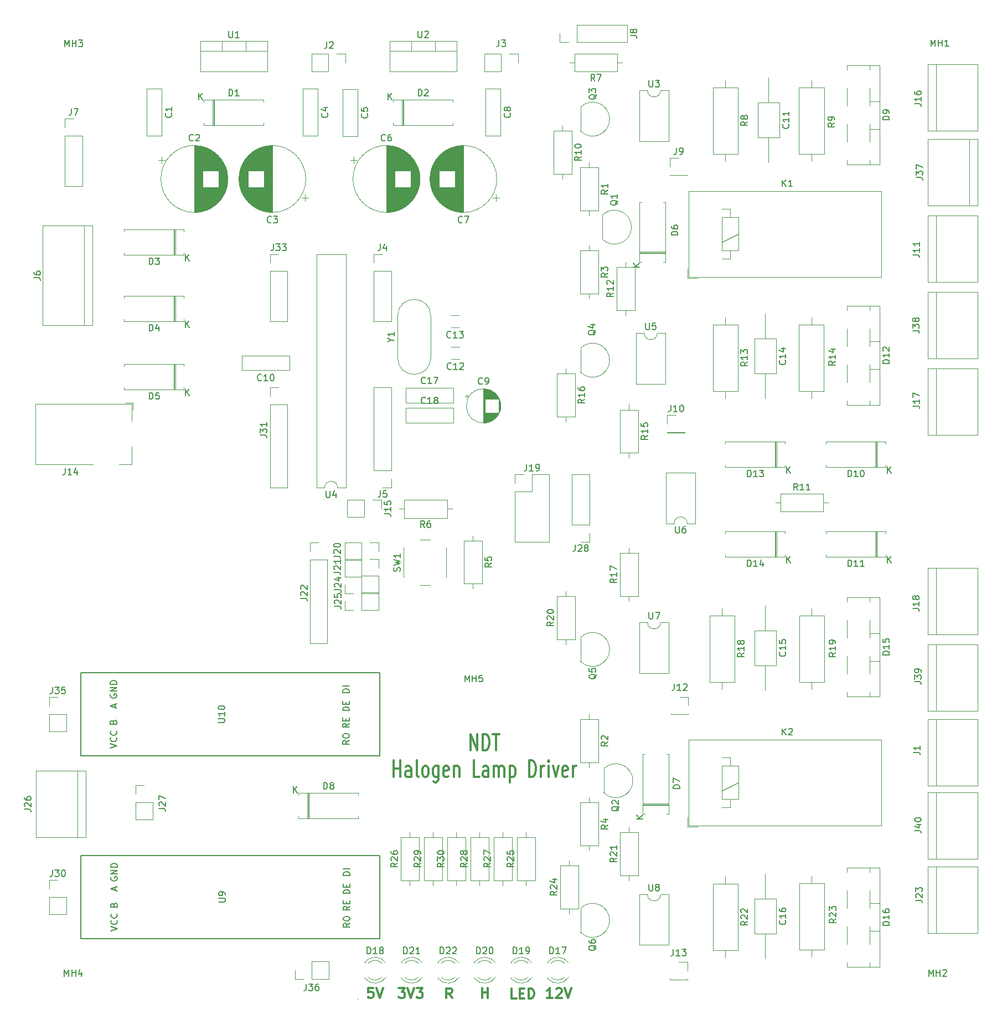
<source format=gto>
G04 #@! TF.GenerationSoftware,KiCad,Pcbnew,(5.0.0)*
G04 #@! TF.CreationDate,2018-11-20T13:35:46+05:30*
G04 #@! TF.ProjectId,NDT,4E44542E6B696361645F706362000000,rev?*
G04 #@! TF.SameCoordinates,Original*
G04 #@! TF.FileFunction,Legend,Top*
G04 #@! TF.FilePolarity,Positive*
%FSLAX46Y46*%
G04 Gerber Fmt 4.6, Leading zero omitted, Abs format (unit mm)*
G04 Created by KiCad (PCBNEW (5.0.0)) date 11/20/18 13:35:46*
%MOMM*%
%LPD*%
G01*
G04 APERTURE LIST*
%ADD10C,0.300000*%
%ADD11C,0.200000*%
%ADD12C,0.120000*%
%ADD13C,0.100000*%
%ADD14C,0.150000*%
G04 APERTURE END LIST*
D10*
X86728988Y-167797871D02*
X86728988Y-166297871D01*
X86728988Y-167012157D02*
X87586131Y-167012157D01*
X87586131Y-167797871D02*
X87586131Y-166297871D01*
X82137985Y-167835971D02*
X81637985Y-167121685D01*
X81280842Y-167835971D02*
X81280842Y-166335971D01*
X81852271Y-166335971D01*
X81995128Y-166407400D01*
X82066557Y-166478828D01*
X82137985Y-166621685D01*
X82137985Y-166835971D01*
X82066557Y-166978828D01*
X81995128Y-167050257D01*
X81852271Y-167121685D01*
X81280842Y-167121685D01*
X91984474Y-167886771D02*
X91270188Y-167886771D01*
X91270188Y-166386771D01*
X92484474Y-167101057D02*
X92984474Y-167101057D01*
X93198760Y-167886771D02*
X92484474Y-167886771D01*
X92484474Y-166386771D01*
X93198760Y-166386771D01*
X93841617Y-167886771D02*
X93841617Y-166386771D01*
X94198760Y-166386771D01*
X94413045Y-166458200D01*
X94555902Y-166601057D01*
X94627331Y-166743914D01*
X94698760Y-167029628D01*
X94698760Y-167243914D01*
X94627331Y-167529628D01*
X94555902Y-167672485D01*
X94413045Y-167815342D01*
X94198760Y-167886771D01*
X93841617Y-167886771D01*
X73997417Y-166320731D02*
X74925988Y-166320731D01*
X74425988Y-166892160D01*
X74640274Y-166892160D01*
X74783131Y-166963588D01*
X74854560Y-167035017D01*
X74925988Y-167177874D01*
X74925988Y-167535017D01*
X74854560Y-167677874D01*
X74783131Y-167749302D01*
X74640274Y-167820731D01*
X74211702Y-167820731D01*
X74068845Y-167749302D01*
X73997417Y-167677874D01*
X75354560Y-166320731D02*
X75854560Y-167820731D01*
X76354560Y-166320731D01*
X76711702Y-166320731D02*
X77640274Y-166320731D01*
X77140274Y-166892160D01*
X77354560Y-166892160D01*
X77497417Y-166963588D01*
X77568845Y-167035017D01*
X77640274Y-167177874D01*
X77640274Y-167535017D01*
X77568845Y-167677874D01*
X77497417Y-167749302D01*
X77354560Y-167820731D01*
X76925988Y-167820731D01*
X76783131Y-167749302D01*
X76711702Y-167677874D01*
X70054505Y-166292791D02*
X69340220Y-166292791D01*
X69268791Y-167007077D01*
X69340220Y-166935648D01*
X69483077Y-166864220D01*
X69840220Y-166864220D01*
X69983077Y-166935648D01*
X70054505Y-167007077D01*
X70125934Y-167149934D01*
X70125934Y-167507077D01*
X70054505Y-167649934D01*
X69983077Y-167721362D01*
X69840220Y-167792791D01*
X69483077Y-167792791D01*
X69340220Y-167721362D01*
X69268791Y-167649934D01*
X70554505Y-166292791D02*
X71054505Y-167792791D01*
X71554505Y-166292791D01*
D11*
X67772280Y-167947340D02*
X67792600Y-167970200D01*
D10*
X97491348Y-167790251D02*
X96634205Y-167790251D01*
X97062777Y-167790251D02*
X97062777Y-166290251D01*
X96919920Y-166504537D01*
X96777062Y-166647394D01*
X96634205Y-166718822D01*
X98062777Y-166433108D02*
X98134205Y-166361680D01*
X98277062Y-166290251D01*
X98634205Y-166290251D01*
X98777062Y-166361680D01*
X98848491Y-166433108D01*
X98919920Y-166575965D01*
X98919920Y-166718822D01*
X98848491Y-166933108D01*
X97991348Y-167790251D01*
X98919920Y-167790251D01*
X99348491Y-166290251D02*
X99848491Y-167790251D01*
X100348491Y-166290251D01*
X84950880Y-129984532D02*
X84950880Y-127484532D01*
X85979451Y-129984532D01*
X85979451Y-127484532D01*
X86836594Y-129984532D02*
X86836594Y-127484532D01*
X87265165Y-127484532D01*
X87522308Y-127603580D01*
X87693737Y-127841675D01*
X87779451Y-128079770D01*
X87865165Y-128555960D01*
X87865165Y-128913103D01*
X87779451Y-129389294D01*
X87693737Y-129627389D01*
X87522308Y-129865484D01*
X87265165Y-129984532D01*
X86836594Y-129984532D01*
X88379451Y-127484532D02*
X89408022Y-127484532D01*
X88893737Y-129984532D02*
X88893737Y-127484532D01*
X73208022Y-134034532D02*
X73208022Y-131534532D01*
X73208022Y-132725008D02*
X74236594Y-132725008D01*
X74236594Y-134034532D02*
X74236594Y-131534532D01*
X75865165Y-134034532D02*
X75865165Y-132725008D01*
X75779451Y-132486913D01*
X75608022Y-132367865D01*
X75265165Y-132367865D01*
X75093737Y-132486913D01*
X75865165Y-133915484D02*
X75693737Y-134034532D01*
X75265165Y-134034532D01*
X75093737Y-133915484D01*
X75008022Y-133677389D01*
X75008022Y-133439294D01*
X75093737Y-133201199D01*
X75265165Y-133082151D01*
X75693737Y-133082151D01*
X75865165Y-132963103D01*
X76979451Y-134034532D02*
X76808022Y-133915484D01*
X76722308Y-133677389D01*
X76722308Y-131534532D01*
X77922308Y-134034532D02*
X77750880Y-133915484D01*
X77665165Y-133796437D01*
X77579451Y-133558341D01*
X77579451Y-132844056D01*
X77665165Y-132605960D01*
X77750880Y-132486913D01*
X77922308Y-132367865D01*
X78179451Y-132367865D01*
X78350880Y-132486913D01*
X78436594Y-132605960D01*
X78522308Y-132844056D01*
X78522308Y-133558341D01*
X78436594Y-133796437D01*
X78350880Y-133915484D01*
X78179451Y-134034532D01*
X77922308Y-134034532D01*
X80065165Y-132367865D02*
X80065165Y-134391675D01*
X79979451Y-134629770D01*
X79893737Y-134748818D01*
X79722308Y-134867865D01*
X79465165Y-134867865D01*
X79293737Y-134748818D01*
X80065165Y-133915484D02*
X79893737Y-134034532D01*
X79550880Y-134034532D01*
X79379451Y-133915484D01*
X79293737Y-133796437D01*
X79208022Y-133558341D01*
X79208022Y-132844056D01*
X79293737Y-132605960D01*
X79379451Y-132486913D01*
X79550880Y-132367865D01*
X79893737Y-132367865D01*
X80065165Y-132486913D01*
X81608022Y-133915484D02*
X81436594Y-134034532D01*
X81093737Y-134034532D01*
X80922308Y-133915484D01*
X80836594Y-133677389D01*
X80836594Y-132725008D01*
X80922308Y-132486913D01*
X81093737Y-132367865D01*
X81436594Y-132367865D01*
X81608022Y-132486913D01*
X81693737Y-132725008D01*
X81693737Y-132963103D01*
X80836594Y-133201199D01*
X82465165Y-132367865D02*
X82465165Y-134034532D01*
X82465165Y-132605960D02*
X82550880Y-132486913D01*
X82722308Y-132367865D01*
X82979451Y-132367865D01*
X83150880Y-132486913D01*
X83236594Y-132725008D01*
X83236594Y-134034532D01*
X86322308Y-134034532D02*
X85465165Y-134034532D01*
X85465165Y-131534532D01*
X87693737Y-134034532D02*
X87693737Y-132725008D01*
X87608022Y-132486913D01*
X87436594Y-132367865D01*
X87093737Y-132367865D01*
X86922308Y-132486913D01*
X87693737Y-133915484D02*
X87522308Y-134034532D01*
X87093737Y-134034532D01*
X86922308Y-133915484D01*
X86836594Y-133677389D01*
X86836594Y-133439294D01*
X86922308Y-133201199D01*
X87093737Y-133082151D01*
X87522308Y-133082151D01*
X87693737Y-132963103D01*
X88550880Y-134034532D02*
X88550880Y-132367865D01*
X88550880Y-132605960D02*
X88636594Y-132486913D01*
X88808022Y-132367865D01*
X89065165Y-132367865D01*
X89236594Y-132486913D01*
X89322308Y-132725008D01*
X89322308Y-134034532D01*
X89322308Y-132725008D02*
X89408022Y-132486913D01*
X89579451Y-132367865D01*
X89836594Y-132367865D01*
X90008022Y-132486913D01*
X90093737Y-132725008D01*
X90093737Y-134034532D01*
X90950880Y-132367865D02*
X90950880Y-134867865D01*
X90950880Y-132486913D02*
X91122308Y-132367865D01*
X91465165Y-132367865D01*
X91636594Y-132486913D01*
X91722308Y-132605960D01*
X91808022Y-132844056D01*
X91808022Y-133558341D01*
X91722308Y-133796437D01*
X91636594Y-133915484D01*
X91465165Y-134034532D01*
X91122308Y-134034532D01*
X90950880Y-133915484D01*
X93950880Y-134034532D02*
X93950880Y-131534532D01*
X94379451Y-131534532D01*
X94636594Y-131653580D01*
X94808022Y-131891675D01*
X94893737Y-132129770D01*
X94979451Y-132605960D01*
X94979451Y-132963103D01*
X94893737Y-133439294D01*
X94808022Y-133677389D01*
X94636594Y-133915484D01*
X94379451Y-134034532D01*
X93950880Y-134034532D01*
X95750880Y-134034532D02*
X95750880Y-132367865D01*
X95750880Y-132844056D02*
X95836594Y-132605960D01*
X95922308Y-132486913D01*
X96093737Y-132367865D01*
X96265165Y-132367865D01*
X96865165Y-134034532D02*
X96865165Y-132367865D01*
X96865165Y-131534532D02*
X96779451Y-131653580D01*
X96865165Y-131772627D01*
X96950880Y-131653580D01*
X96865165Y-131534532D01*
X96865165Y-131772627D01*
X97550880Y-132367865D02*
X97979451Y-134034532D01*
X98408022Y-132367865D01*
X99779451Y-133915484D02*
X99608022Y-134034532D01*
X99265165Y-134034532D01*
X99093737Y-133915484D01*
X99008022Y-133677389D01*
X99008022Y-132725008D01*
X99093737Y-132486913D01*
X99265165Y-132367865D01*
X99608022Y-132367865D01*
X99779451Y-132486913D01*
X99865165Y-132725008D01*
X99865165Y-132963103D01*
X99008022Y-133201199D01*
X100636594Y-134034532D02*
X100636594Y-132367865D01*
X100636594Y-132844056D02*
X100722308Y-132605960D01*
X100808022Y-132486913D01*
X100979451Y-132367865D01*
X101150880Y-132367865D01*
D12*
G04 #@! TO.C,J20*
X65726000Y-98238000D02*
X65726000Y-100898000D01*
X68326000Y-98238000D02*
X65726000Y-98238000D01*
X68326000Y-100898000D02*
X65726000Y-100898000D01*
X68326000Y-98238000D02*
X68326000Y-100898000D01*
X69596000Y-98238000D02*
X70926000Y-98238000D01*
X70926000Y-98238000D02*
X70926000Y-99568000D01*
G04 #@! TO.C,R4*
X104494000Y-137954000D02*
X101754000Y-137954000D01*
X101754000Y-137954000D02*
X101754000Y-144494000D01*
X101754000Y-144494000D02*
X104494000Y-144494000D01*
X104494000Y-144494000D02*
X104494000Y-137954000D01*
X103124000Y-137184000D02*
X103124000Y-137954000D01*
X103124000Y-145264000D02*
X103124000Y-144494000D01*
G04 #@! TO.C,R15*
X110590000Y-77946500D02*
X107850000Y-77946500D01*
X107850000Y-77946500D02*
X107850000Y-84486500D01*
X107850000Y-84486500D02*
X110590000Y-84486500D01*
X110590000Y-84486500D02*
X110590000Y-77946500D01*
X109220000Y-77176500D02*
X109220000Y-77946500D01*
X109220000Y-85256500D02*
X109220000Y-84486500D01*
G04 #@! TO.C,R3*
X104494000Y-53626000D02*
X101754000Y-53626000D01*
X101754000Y-53626000D02*
X101754000Y-60166000D01*
X101754000Y-60166000D02*
X104494000Y-60166000D01*
X104494000Y-60166000D02*
X104494000Y-53626000D01*
X103124000Y-52856000D02*
X103124000Y-53626000D01*
X103124000Y-60936000D02*
X103124000Y-60166000D01*
D13*
G04 #@! TO.C,K2*
X123444000Y-136144000D02*
X125984000Y-134874000D01*
D12*
X118354000Y-141484000D02*
X147754000Y-141484000D01*
X147754000Y-141484000D02*
X147754000Y-128384000D01*
X147754000Y-128384000D02*
X118354000Y-128384000D01*
X118354000Y-128384000D02*
X118354000Y-141484000D01*
X123444000Y-137414000D02*
X124714000Y-137414000D01*
X123444000Y-132334000D02*
X123444000Y-137414000D01*
X125984000Y-132334000D02*
X123444000Y-132334000D01*
X125984000Y-137414000D02*
X125984000Y-132334000D01*
X124714000Y-137414000D02*
X125984000Y-137414000D01*
X124714000Y-138684000D02*
X124714000Y-137414000D01*
X123444000Y-138684000D02*
X124714000Y-138684000D01*
X124714000Y-131064000D02*
X123444000Y-131064000D01*
X124714000Y-132334000D02*
X124714000Y-131064000D01*
X118154000Y-140184000D02*
X118154000Y-141684000D01*
X118154000Y-141684000D02*
X119654000Y-141684000D01*
G04 #@! TO.C,R23*
X135240000Y-160416400D02*
X139080000Y-160416400D01*
X139080000Y-160416400D02*
X139080000Y-150276400D01*
X139080000Y-150276400D02*
X135240000Y-150276400D01*
X135240000Y-150276400D02*
X135240000Y-160416400D01*
X137160000Y-161526400D02*
X137160000Y-160416400D01*
X137160000Y-149166400D02*
X137160000Y-150276400D01*
G04 #@! TO.C,J11*
X156210000Y-58420000D02*
X156210000Y-48260000D01*
X154940000Y-58420000D02*
X162560000Y-58420000D01*
X162560000Y-58420000D02*
X162560000Y-48260000D01*
X162560000Y-48260000D02*
X154940000Y-48260000D01*
X154940000Y-48260000D02*
X154940000Y-58420000D01*
G04 #@! TO.C,C1*
X37696000Y-36092000D02*
X35456000Y-36092000D01*
X37696000Y-28852000D02*
X35456000Y-28852000D01*
X35456000Y-28852000D02*
X35456000Y-36092000D01*
X37696000Y-28852000D02*
X37696000Y-36092000D01*
G04 #@! TO.C,C2*
X47832000Y-42672000D02*
G75*
G03X47832000Y-42672000I-5120000J0D01*
G01*
X42712000Y-37592000D02*
X42712000Y-47752000D01*
X42752000Y-37592000D02*
X42752000Y-47752000D01*
X42792000Y-37592000D02*
X42792000Y-47752000D01*
X42832000Y-37593000D02*
X42832000Y-47751000D01*
X42872000Y-37594000D02*
X42872000Y-47750000D01*
X42912000Y-37595000D02*
X42912000Y-47749000D01*
X42952000Y-37597000D02*
X42952000Y-47747000D01*
X42992000Y-37599000D02*
X42992000Y-47745000D01*
X43032000Y-37602000D02*
X43032000Y-47742000D01*
X43072000Y-37604000D02*
X43072000Y-47740000D01*
X43112000Y-37607000D02*
X43112000Y-47737000D01*
X43152000Y-37610000D02*
X43152000Y-47734000D01*
X43192000Y-37614000D02*
X43192000Y-47730000D01*
X43232000Y-37618000D02*
X43232000Y-47726000D01*
X43272000Y-37622000D02*
X43272000Y-47722000D01*
X43312000Y-37627000D02*
X43312000Y-47717000D01*
X43352000Y-37632000D02*
X43352000Y-47712000D01*
X43392000Y-37637000D02*
X43392000Y-47707000D01*
X43433000Y-37642000D02*
X43433000Y-47702000D01*
X43473000Y-37648000D02*
X43473000Y-47696000D01*
X43513000Y-37654000D02*
X43513000Y-47690000D01*
X43553000Y-37661000D02*
X43553000Y-47683000D01*
X43593000Y-37668000D02*
X43593000Y-47676000D01*
X43633000Y-37675000D02*
X43633000Y-47669000D01*
X43673000Y-37682000D02*
X43673000Y-47662000D01*
X43713000Y-37690000D02*
X43713000Y-47654000D01*
X43753000Y-37698000D02*
X43753000Y-47646000D01*
X43793000Y-37707000D02*
X43793000Y-47637000D01*
X43833000Y-37716000D02*
X43833000Y-47628000D01*
X43873000Y-37725000D02*
X43873000Y-47619000D01*
X43913000Y-37734000D02*
X43913000Y-47610000D01*
X43953000Y-37744000D02*
X43953000Y-47600000D01*
X43993000Y-37754000D02*
X43993000Y-41431000D01*
X43993000Y-43913000D02*
X43993000Y-47590000D01*
X44033000Y-37765000D02*
X44033000Y-41431000D01*
X44033000Y-43913000D02*
X44033000Y-47579000D01*
X44073000Y-37775000D02*
X44073000Y-41431000D01*
X44073000Y-43913000D02*
X44073000Y-47569000D01*
X44113000Y-37787000D02*
X44113000Y-41431000D01*
X44113000Y-43913000D02*
X44113000Y-47557000D01*
X44153000Y-37798000D02*
X44153000Y-41431000D01*
X44153000Y-43913000D02*
X44153000Y-47546000D01*
X44193000Y-37810000D02*
X44193000Y-41431000D01*
X44193000Y-43913000D02*
X44193000Y-47534000D01*
X44233000Y-37822000D02*
X44233000Y-41431000D01*
X44233000Y-43913000D02*
X44233000Y-47522000D01*
X44273000Y-37835000D02*
X44273000Y-41431000D01*
X44273000Y-43913000D02*
X44273000Y-47509000D01*
X44313000Y-37848000D02*
X44313000Y-41431000D01*
X44313000Y-43913000D02*
X44313000Y-47496000D01*
X44353000Y-37861000D02*
X44353000Y-41431000D01*
X44353000Y-43913000D02*
X44353000Y-47483000D01*
X44393000Y-37875000D02*
X44393000Y-41431000D01*
X44393000Y-43913000D02*
X44393000Y-47469000D01*
X44433000Y-37889000D02*
X44433000Y-41431000D01*
X44433000Y-43913000D02*
X44433000Y-47455000D01*
X44473000Y-37904000D02*
X44473000Y-41431000D01*
X44473000Y-43913000D02*
X44473000Y-47440000D01*
X44513000Y-37918000D02*
X44513000Y-41431000D01*
X44513000Y-43913000D02*
X44513000Y-47426000D01*
X44553000Y-37934000D02*
X44553000Y-41431000D01*
X44553000Y-43913000D02*
X44553000Y-47410000D01*
X44593000Y-37949000D02*
X44593000Y-41431000D01*
X44593000Y-43913000D02*
X44593000Y-47395000D01*
X44633000Y-37965000D02*
X44633000Y-41431000D01*
X44633000Y-43913000D02*
X44633000Y-47379000D01*
X44673000Y-37982000D02*
X44673000Y-41431000D01*
X44673000Y-43913000D02*
X44673000Y-47362000D01*
X44713000Y-37998000D02*
X44713000Y-41431000D01*
X44713000Y-43913000D02*
X44713000Y-47346000D01*
X44753000Y-38015000D02*
X44753000Y-41431000D01*
X44753000Y-43913000D02*
X44753000Y-47329000D01*
X44793000Y-38033000D02*
X44793000Y-41431000D01*
X44793000Y-43913000D02*
X44793000Y-47311000D01*
X44833000Y-38051000D02*
X44833000Y-41431000D01*
X44833000Y-43913000D02*
X44833000Y-47293000D01*
X44873000Y-38069000D02*
X44873000Y-41431000D01*
X44873000Y-43913000D02*
X44873000Y-47275000D01*
X44913000Y-38088000D02*
X44913000Y-41431000D01*
X44913000Y-43913000D02*
X44913000Y-47256000D01*
X44953000Y-38108000D02*
X44953000Y-41431000D01*
X44953000Y-43913000D02*
X44953000Y-47236000D01*
X44993000Y-38127000D02*
X44993000Y-41431000D01*
X44993000Y-43913000D02*
X44993000Y-47217000D01*
X45033000Y-38147000D02*
X45033000Y-41431000D01*
X45033000Y-43913000D02*
X45033000Y-47197000D01*
X45073000Y-38168000D02*
X45073000Y-41431000D01*
X45073000Y-43913000D02*
X45073000Y-47176000D01*
X45113000Y-38189000D02*
X45113000Y-41431000D01*
X45113000Y-43913000D02*
X45113000Y-47155000D01*
X45153000Y-38210000D02*
X45153000Y-41431000D01*
X45153000Y-43913000D02*
X45153000Y-47134000D01*
X45193000Y-38232000D02*
X45193000Y-41431000D01*
X45193000Y-43913000D02*
X45193000Y-47112000D01*
X45233000Y-38255000D02*
X45233000Y-41431000D01*
X45233000Y-43913000D02*
X45233000Y-47089000D01*
X45273000Y-38277000D02*
X45273000Y-41431000D01*
X45273000Y-43913000D02*
X45273000Y-47067000D01*
X45313000Y-38301000D02*
X45313000Y-41431000D01*
X45313000Y-43913000D02*
X45313000Y-47043000D01*
X45353000Y-38325000D02*
X45353000Y-41431000D01*
X45353000Y-43913000D02*
X45353000Y-47019000D01*
X45393000Y-38349000D02*
X45393000Y-41431000D01*
X45393000Y-43913000D02*
X45393000Y-46995000D01*
X45433000Y-38374000D02*
X45433000Y-41431000D01*
X45433000Y-43913000D02*
X45433000Y-46970000D01*
X45473000Y-38399000D02*
X45473000Y-41431000D01*
X45473000Y-43913000D02*
X45473000Y-46945000D01*
X45513000Y-38425000D02*
X45513000Y-41431000D01*
X45513000Y-43913000D02*
X45513000Y-46919000D01*
X45553000Y-38451000D02*
X45553000Y-41431000D01*
X45553000Y-43913000D02*
X45553000Y-46893000D01*
X45593000Y-38478000D02*
X45593000Y-41431000D01*
X45593000Y-43913000D02*
X45593000Y-46866000D01*
X45633000Y-38506000D02*
X45633000Y-41431000D01*
X45633000Y-43913000D02*
X45633000Y-46838000D01*
X45673000Y-38534000D02*
X45673000Y-41431000D01*
X45673000Y-43913000D02*
X45673000Y-46810000D01*
X45713000Y-38562000D02*
X45713000Y-41431000D01*
X45713000Y-43913000D02*
X45713000Y-46782000D01*
X45753000Y-38592000D02*
X45753000Y-41431000D01*
X45753000Y-43913000D02*
X45753000Y-46752000D01*
X45793000Y-38622000D02*
X45793000Y-41431000D01*
X45793000Y-43913000D02*
X45793000Y-46722000D01*
X45833000Y-38652000D02*
X45833000Y-41431000D01*
X45833000Y-43913000D02*
X45833000Y-46692000D01*
X45873000Y-38683000D02*
X45873000Y-41431000D01*
X45873000Y-43913000D02*
X45873000Y-46661000D01*
X45913000Y-38715000D02*
X45913000Y-41431000D01*
X45913000Y-43913000D02*
X45913000Y-46629000D01*
X45953000Y-38747000D02*
X45953000Y-41431000D01*
X45953000Y-43913000D02*
X45953000Y-46597000D01*
X45993000Y-38780000D02*
X45993000Y-41431000D01*
X45993000Y-43913000D02*
X45993000Y-46564000D01*
X46033000Y-38814000D02*
X46033000Y-41431000D01*
X46033000Y-43913000D02*
X46033000Y-46530000D01*
X46073000Y-38848000D02*
X46073000Y-41431000D01*
X46073000Y-43913000D02*
X46073000Y-46496000D01*
X46113000Y-38883000D02*
X46113000Y-41431000D01*
X46113000Y-43913000D02*
X46113000Y-46461000D01*
X46153000Y-38919000D02*
X46153000Y-41431000D01*
X46153000Y-43913000D02*
X46153000Y-46425000D01*
X46193000Y-38956000D02*
X46193000Y-41431000D01*
X46193000Y-43913000D02*
X46193000Y-46388000D01*
X46233000Y-38993000D02*
X46233000Y-41431000D01*
X46233000Y-43913000D02*
X46233000Y-46351000D01*
X46273000Y-39032000D02*
X46273000Y-41431000D01*
X46273000Y-43913000D02*
X46273000Y-46312000D01*
X46313000Y-39071000D02*
X46313000Y-41431000D01*
X46313000Y-43913000D02*
X46313000Y-46273000D01*
X46353000Y-39111000D02*
X46353000Y-41431000D01*
X46353000Y-43913000D02*
X46353000Y-46233000D01*
X46393000Y-39152000D02*
X46393000Y-41431000D01*
X46393000Y-43913000D02*
X46393000Y-46192000D01*
X46433000Y-39194000D02*
X46433000Y-41431000D01*
X46433000Y-43913000D02*
X46433000Y-46150000D01*
X46473000Y-39236000D02*
X46473000Y-46108000D01*
X46513000Y-39280000D02*
X46513000Y-46064000D01*
X46553000Y-39325000D02*
X46553000Y-46019000D01*
X46593000Y-39371000D02*
X46593000Y-45973000D01*
X46633000Y-39418000D02*
X46633000Y-45926000D01*
X46673000Y-39466000D02*
X46673000Y-45878000D01*
X46713000Y-39516000D02*
X46713000Y-45828000D01*
X46753000Y-39566000D02*
X46753000Y-45778000D01*
X46793000Y-39618000D02*
X46793000Y-45726000D01*
X46833000Y-39672000D02*
X46833000Y-45672000D01*
X46873000Y-39727000D02*
X46873000Y-45617000D01*
X46913000Y-39783000D02*
X46913000Y-45561000D01*
X46953000Y-39842000D02*
X46953000Y-45502000D01*
X46993000Y-39902000D02*
X46993000Y-45442000D01*
X47033000Y-39963000D02*
X47033000Y-45381000D01*
X47073000Y-40027000D02*
X47073000Y-45317000D01*
X47113000Y-40093000D02*
X47113000Y-45251000D01*
X47153000Y-40162000D02*
X47153000Y-45182000D01*
X47193000Y-40233000D02*
X47193000Y-45111000D01*
X47233000Y-40307000D02*
X47233000Y-45037000D01*
X47273000Y-40383000D02*
X47273000Y-44961000D01*
X47313000Y-40463000D02*
X47313000Y-44881000D01*
X47353000Y-40547000D02*
X47353000Y-44797000D01*
X47393000Y-40635000D02*
X47393000Y-44709000D01*
X47433000Y-40728000D02*
X47433000Y-44616000D01*
X47473000Y-40826000D02*
X47473000Y-44518000D01*
X47513000Y-40930000D02*
X47513000Y-44414000D01*
X47553000Y-41042000D02*
X47553000Y-44302000D01*
X47593000Y-41162000D02*
X47593000Y-44182000D01*
X47633000Y-41294000D02*
X47633000Y-44050000D01*
X47673000Y-41442000D02*
X47673000Y-43902000D01*
X47713000Y-41610000D02*
X47713000Y-43734000D01*
X47753000Y-41810000D02*
X47753000Y-43534000D01*
X47793000Y-42073000D02*
X47793000Y-43271000D01*
X37232354Y-39797000D02*
X38232354Y-39797000D01*
X37732354Y-39297000D02*
X37732354Y-40297000D01*
G04 #@! TO.C,C3*
X59629646Y-46047000D02*
X59629646Y-45047000D01*
X60129646Y-45547000D02*
X59129646Y-45547000D01*
X49569000Y-43271000D02*
X49569000Y-42073000D01*
X49609000Y-43534000D02*
X49609000Y-41810000D01*
X49649000Y-43734000D02*
X49649000Y-41610000D01*
X49689000Y-43902000D02*
X49689000Y-41442000D01*
X49729000Y-44050000D02*
X49729000Y-41294000D01*
X49769000Y-44182000D02*
X49769000Y-41162000D01*
X49809000Y-44302000D02*
X49809000Y-41042000D01*
X49849000Y-44414000D02*
X49849000Y-40930000D01*
X49889000Y-44518000D02*
X49889000Y-40826000D01*
X49929000Y-44616000D02*
X49929000Y-40728000D01*
X49969000Y-44709000D02*
X49969000Y-40635000D01*
X50009000Y-44797000D02*
X50009000Y-40547000D01*
X50049000Y-44881000D02*
X50049000Y-40463000D01*
X50089000Y-44961000D02*
X50089000Y-40383000D01*
X50129000Y-45037000D02*
X50129000Y-40307000D01*
X50169000Y-45111000D02*
X50169000Y-40233000D01*
X50209000Y-45182000D02*
X50209000Y-40162000D01*
X50249000Y-45251000D02*
X50249000Y-40093000D01*
X50289000Y-45317000D02*
X50289000Y-40027000D01*
X50329000Y-45381000D02*
X50329000Y-39963000D01*
X50369000Y-45442000D02*
X50369000Y-39902000D01*
X50409000Y-45502000D02*
X50409000Y-39842000D01*
X50449000Y-45561000D02*
X50449000Y-39783000D01*
X50489000Y-45617000D02*
X50489000Y-39727000D01*
X50529000Y-45672000D02*
X50529000Y-39672000D01*
X50569000Y-45726000D02*
X50569000Y-39618000D01*
X50609000Y-45778000D02*
X50609000Y-39566000D01*
X50649000Y-45828000D02*
X50649000Y-39516000D01*
X50689000Y-45878000D02*
X50689000Y-39466000D01*
X50729000Y-45926000D02*
X50729000Y-39418000D01*
X50769000Y-45973000D02*
X50769000Y-39371000D01*
X50809000Y-46019000D02*
X50809000Y-39325000D01*
X50849000Y-46064000D02*
X50849000Y-39280000D01*
X50889000Y-46108000D02*
X50889000Y-39236000D01*
X50929000Y-41431000D02*
X50929000Y-39194000D01*
X50929000Y-46150000D02*
X50929000Y-43913000D01*
X50969000Y-41431000D02*
X50969000Y-39152000D01*
X50969000Y-46192000D02*
X50969000Y-43913000D01*
X51009000Y-41431000D02*
X51009000Y-39111000D01*
X51009000Y-46233000D02*
X51009000Y-43913000D01*
X51049000Y-41431000D02*
X51049000Y-39071000D01*
X51049000Y-46273000D02*
X51049000Y-43913000D01*
X51089000Y-41431000D02*
X51089000Y-39032000D01*
X51089000Y-46312000D02*
X51089000Y-43913000D01*
X51129000Y-41431000D02*
X51129000Y-38993000D01*
X51129000Y-46351000D02*
X51129000Y-43913000D01*
X51169000Y-41431000D02*
X51169000Y-38956000D01*
X51169000Y-46388000D02*
X51169000Y-43913000D01*
X51209000Y-41431000D02*
X51209000Y-38919000D01*
X51209000Y-46425000D02*
X51209000Y-43913000D01*
X51249000Y-41431000D02*
X51249000Y-38883000D01*
X51249000Y-46461000D02*
X51249000Y-43913000D01*
X51289000Y-41431000D02*
X51289000Y-38848000D01*
X51289000Y-46496000D02*
X51289000Y-43913000D01*
X51329000Y-41431000D02*
X51329000Y-38814000D01*
X51329000Y-46530000D02*
X51329000Y-43913000D01*
X51369000Y-41431000D02*
X51369000Y-38780000D01*
X51369000Y-46564000D02*
X51369000Y-43913000D01*
X51409000Y-41431000D02*
X51409000Y-38747000D01*
X51409000Y-46597000D02*
X51409000Y-43913000D01*
X51449000Y-41431000D02*
X51449000Y-38715000D01*
X51449000Y-46629000D02*
X51449000Y-43913000D01*
X51489000Y-41431000D02*
X51489000Y-38683000D01*
X51489000Y-46661000D02*
X51489000Y-43913000D01*
X51529000Y-41431000D02*
X51529000Y-38652000D01*
X51529000Y-46692000D02*
X51529000Y-43913000D01*
X51569000Y-41431000D02*
X51569000Y-38622000D01*
X51569000Y-46722000D02*
X51569000Y-43913000D01*
X51609000Y-41431000D02*
X51609000Y-38592000D01*
X51609000Y-46752000D02*
X51609000Y-43913000D01*
X51649000Y-41431000D02*
X51649000Y-38562000D01*
X51649000Y-46782000D02*
X51649000Y-43913000D01*
X51689000Y-41431000D02*
X51689000Y-38534000D01*
X51689000Y-46810000D02*
X51689000Y-43913000D01*
X51729000Y-41431000D02*
X51729000Y-38506000D01*
X51729000Y-46838000D02*
X51729000Y-43913000D01*
X51769000Y-41431000D02*
X51769000Y-38478000D01*
X51769000Y-46866000D02*
X51769000Y-43913000D01*
X51809000Y-41431000D02*
X51809000Y-38451000D01*
X51809000Y-46893000D02*
X51809000Y-43913000D01*
X51849000Y-41431000D02*
X51849000Y-38425000D01*
X51849000Y-46919000D02*
X51849000Y-43913000D01*
X51889000Y-41431000D02*
X51889000Y-38399000D01*
X51889000Y-46945000D02*
X51889000Y-43913000D01*
X51929000Y-41431000D02*
X51929000Y-38374000D01*
X51929000Y-46970000D02*
X51929000Y-43913000D01*
X51969000Y-41431000D02*
X51969000Y-38349000D01*
X51969000Y-46995000D02*
X51969000Y-43913000D01*
X52009000Y-41431000D02*
X52009000Y-38325000D01*
X52009000Y-47019000D02*
X52009000Y-43913000D01*
X52049000Y-41431000D02*
X52049000Y-38301000D01*
X52049000Y-47043000D02*
X52049000Y-43913000D01*
X52089000Y-41431000D02*
X52089000Y-38277000D01*
X52089000Y-47067000D02*
X52089000Y-43913000D01*
X52129000Y-41431000D02*
X52129000Y-38255000D01*
X52129000Y-47089000D02*
X52129000Y-43913000D01*
X52169000Y-41431000D02*
X52169000Y-38232000D01*
X52169000Y-47112000D02*
X52169000Y-43913000D01*
X52209000Y-41431000D02*
X52209000Y-38210000D01*
X52209000Y-47134000D02*
X52209000Y-43913000D01*
X52249000Y-41431000D02*
X52249000Y-38189000D01*
X52249000Y-47155000D02*
X52249000Y-43913000D01*
X52289000Y-41431000D02*
X52289000Y-38168000D01*
X52289000Y-47176000D02*
X52289000Y-43913000D01*
X52329000Y-41431000D02*
X52329000Y-38147000D01*
X52329000Y-47197000D02*
X52329000Y-43913000D01*
X52369000Y-41431000D02*
X52369000Y-38127000D01*
X52369000Y-47217000D02*
X52369000Y-43913000D01*
X52409000Y-41431000D02*
X52409000Y-38108000D01*
X52409000Y-47236000D02*
X52409000Y-43913000D01*
X52449000Y-41431000D02*
X52449000Y-38088000D01*
X52449000Y-47256000D02*
X52449000Y-43913000D01*
X52489000Y-41431000D02*
X52489000Y-38069000D01*
X52489000Y-47275000D02*
X52489000Y-43913000D01*
X52529000Y-41431000D02*
X52529000Y-38051000D01*
X52529000Y-47293000D02*
X52529000Y-43913000D01*
X52569000Y-41431000D02*
X52569000Y-38033000D01*
X52569000Y-47311000D02*
X52569000Y-43913000D01*
X52609000Y-41431000D02*
X52609000Y-38015000D01*
X52609000Y-47329000D02*
X52609000Y-43913000D01*
X52649000Y-41431000D02*
X52649000Y-37998000D01*
X52649000Y-47346000D02*
X52649000Y-43913000D01*
X52689000Y-41431000D02*
X52689000Y-37982000D01*
X52689000Y-47362000D02*
X52689000Y-43913000D01*
X52729000Y-41431000D02*
X52729000Y-37965000D01*
X52729000Y-47379000D02*
X52729000Y-43913000D01*
X52769000Y-41431000D02*
X52769000Y-37949000D01*
X52769000Y-47395000D02*
X52769000Y-43913000D01*
X52809000Y-41431000D02*
X52809000Y-37934000D01*
X52809000Y-47410000D02*
X52809000Y-43913000D01*
X52849000Y-41431000D02*
X52849000Y-37918000D01*
X52849000Y-47426000D02*
X52849000Y-43913000D01*
X52889000Y-41431000D02*
X52889000Y-37904000D01*
X52889000Y-47440000D02*
X52889000Y-43913000D01*
X52929000Y-41431000D02*
X52929000Y-37889000D01*
X52929000Y-47455000D02*
X52929000Y-43913000D01*
X52969000Y-41431000D02*
X52969000Y-37875000D01*
X52969000Y-47469000D02*
X52969000Y-43913000D01*
X53009000Y-41431000D02*
X53009000Y-37861000D01*
X53009000Y-47483000D02*
X53009000Y-43913000D01*
X53049000Y-41431000D02*
X53049000Y-37848000D01*
X53049000Y-47496000D02*
X53049000Y-43913000D01*
X53089000Y-41431000D02*
X53089000Y-37835000D01*
X53089000Y-47509000D02*
X53089000Y-43913000D01*
X53129000Y-41431000D02*
X53129000Y-37822000D01*
X53129000Y-47522000D02*
X53129000Y-43913000D01*
X53169000Y-41431000D02*
X53169000Y-37810000D01*
X53169000Y-47534000D02*
X53169000Y-43913000D01*
X53209000Y-41431000D02*
X53209000Y-37798000D01*
X53209000Y-47546000D02*
X53209000Y-43913000D01*
X53249000Y-41431000D02*
X53249000Y-37787000D01*
X53249000Y-47557000D02*
X53249000Y-43913000D01*
X53289000Y-41431000D02*
X53289000Y-37775000D01*
X53289000Y-47569000D02*
X53289000Y-43913000D01*
X53329000Y-41431000D02*
X53329000Y-37765000D01*
X53329000Y-47579000D02*
X53329000Y-43913000D01*
X53369000Y-41431000D02*
X53369000Y-37754000D01*
X53369000Y-47590000D02*
X53369000Y-43913000D01*
X53409000Y-47600000D02*
X53409000Y-37744000D01*
X53449000Y-47610000D02*
X53449000Y-37734000D01*
X53489000Y-47619000D02*
X53489000Y-37725000D01*
X53529000Y-47628000D02*
X53529000Y-37716000D01*
X53569000Y-47637000D02*
X53569000Y-37707000D01*
X53609000Y-47646000D02*
X53609000Y-37698000D01*
X53649000Y-47654000D02*
X53649000Y-37690000D01*
X53689000Y-47662000D02*
X53689000Y-37682000D01*
X53729000Y-47669000D02*
X53729000Y-37675000D01*
X53769000Y-47676000D02*
X53769000Y-37668000D01*
X53809000Y-47683000D02*
X53809000Y-37661000D01*
X53849000Y-47690000D02*
X53849000Y-37654000D01*
X53889000Y-47696000D02*
X53889000Y-37648000D01*
X53929000Y-47702000D02*
X53929000Y-37642000D01*
X53970000Y-47707000D02*
X53970000Y-37637000D01*
X54010000Y-47712000D02*
X54010000Y-37632000D01*
X54050000Y-47717000D02*
X54050000Y-37627000D01*
X54090000Y-47722000D02*
X54090000Y-37622000D01*
X54130000Y-47726000D02*
X54130000Y-37618000D01*
X54170000Y-47730000D02*
X54170000Y-37614000D01*
X54210000Y-47734000D02*
X54210000Y-37610000D01*
X54250000Y-47737000D02*
X54250000Y-37607000D01*
X54290000Y-47740000D02*
X54290000Y-37604000D01*
X54330000Y-47742000D02*
X54330000Y-37602000D01*
X54370000Y-47745000D02*
X54370000Y-37599000D01*
X54410000Y-47747000D02*
X54410000Y-37597000D01*
X54450000Y-47749000D02*
X54450000Y-37595000D01*
X54490000Y-47750000D02*
X54490000Y-37594000D01*
X54530000Y-47751000D02*
X54530000Y-37593000D01*
X54570000Y-47752000D02*
X54570000Y-37592000D01*
X54610000Y-47752000D02*
X54610000Y-37592000D01*
X54650000Y-47752000D02*
X54650000Y-37592000D01*
X59770000Y-42672000D02*
G75*
G03X59770000Y-42672000I-5120000J0D01*
G01*
G04 #@! TO.C,C4*
X61572000Y-36092000D02*
X59332000Y-36092000D01*
X61572000Y-28852000D02*
X59332000Y-28852000D01*
X59332000Y-28852000D02*
X59332000Y-36092000D01*
X61572000Y-28852000D02*
X61572000Y-36092000D01*
G04 #@! TO.C,C5*
X67668000Y-28932000D02*
X67668000Y-36172000D01*
X65428000Y-28932000D02*
X65428000Y-36172000D01*
X67668000Y-28932000D02*
X65428000Y-28932000D01*
X67668000Y-36172000D02*
X65428000Y-36172000D01*
G04 #@! TO.C,C6*
X77216000Y-42672000D02*
G75*
G03X77216000Y-42672000I-5120000J0D01*
G01*
X72096000Y-37592000D02*
X72096000Y-47752000D01*
X72136000Y-37592000D02*
X72136000Y-47752000D01*
X72176000Y-37592000D02*
X72176000Y-47752000D01*
X72216000Y-37593000D02*
X72216000Y-47751000D01*
X72256000Y-37594000D02*
X72256000Y-47750000D01*
X72296000Y-37595000D02*
X72296000Y-47749000D01*
X72336000Y-37597000D02*
X72336000Y-47747000D01*
X72376000Y-37599000D02*
X72376000Y-47745000D01*
X72416000Y-37602000D02*
X72416000Y-47742000D01*
X72456000Y-37604000D02*
X72456000Y-47740000D01*
X72496000Y-37607000D02*
X72496000Y-47737000D01*
X72536000Y-37610000D02*
X72536000Y-47734000D01*
X72576000Y-37614000D02*
X72576000Y-47730000D01*
X72616000Y-37618000D02*
X72616000Y-47726000D01*
X72656000Y-37622000D02*
X72656000Y-47722000D01*
X72696000Y-37627000D02*
X72696000Y-47717000D01*
X72736000Y-37632000D02*
X72736000Y-47712000D01*
X72776000Y-37637000D02*
X72776000Y-47707000D01*
X72817000Y-37642000D02*
X72817000Y-47702000D01*
X72857000Y-37648000D02*
X72857000Y-47696000D01*
X72897000Y-37654000D02*
X72897000Y-47690000D01*
X72937000Y-37661000D02*
X72937000Y-47683000D01*
X72977000Y-37668000D02*
X72977000Y-47676000D01*
X73017000Y-37675000D02*
X73017000Y-47669000D01*
X73057000Y-37682000D02*
X73057000Y-47662000D01*
X73097000Y-37690000D02*
X73097000Y-47654000D01*
X73137000Y-37698000D02*
X73137000Y-47646000D01*
X73177000Y-37707000D02*
X73177000Y-47637000D01*
X73217000Y-37716000D02*
X73217000Y-47628000D01*
X73257000Y-37725000D02*
X73257000Y-47619000D01*
X73297000Y-37734000D02*
X73297000Y-47610000D01*
X73337000Y-37744000D02*
X73337000Y-47600000D01*
X73377000Y-37754000D02*
X73377000Y-41431000D01*
X73377000Y-43913000D02*
X73377000Y-47590000D01*
X73417000Y-37765000D02*
X73417000Y-41431000D01*
X73417000Y-43913000D02*
X73417000Y-47579000D01*
X73457000Y-37775000D02*
X73457000Y-41431000D01*
X73457000Y-43913000D02*
X73457000Y-47569000D01*
X73497000Y-37787000D02*
X73497000Y-41431000D01*
X73497000Y-43913000D02*
X73497000Y-47557000D01*
X73537000Y-37798000D02*
X73537000Y-41431000D01*
X73537000Y-43913000D02*
X73537000Y-47546000D01*
X73577000Y-37810000D02*
X73577000Y-41431000D01*
X73577000Y-43913000D02*
X73577000Y-47534000D01*
X73617000Y-37822000D02*
X73617000Y-41431000D01*
X73617000Y-43913000D02*
X73617000Y-47522000D01*
X73657000Y-37835000D02*
X73657000Y-41431000D01*
X73657000Y-43913000D02*
X73657000Y-47509000D01*
X73697000Y-37848000D02*
X73697000Y-41431000D01*
X73697000Y-43913000D02*
X73697000Y-47496000D01*
X73737000Y-37861000D02*
X73737000Y-41431000D01*
X73737000Y-43913000D02*
X73737000Y-47483000D01*
X73777000Y-37875000D02*
X73777000Y-41431000D01*
X73777000Y-43913000D02*
X73777000Y-47469000D01*
X73817000Y-37889000D02*
X73817000Y-41431000D01*
X73817000Y-43913000D02*
X73817000Y-47455000D01*
X73857000Y-37904000D02*
X73857000Y-41431000D01*
X73857000Y-43913000D02*
X73857000Y-47440000D01*
X73897000Y-37918000D02*
X73897000Y-41431000D01*
X73897000Y-43913000D02*
X73897000Y-47426000D01*
X73937000Y-37934000D02*
X73937000Y-41431000D01*
X73937000Y-43913000D02*
X73937000Y-47410000D01*
X73977000Y-37949000D02*
X73977000Y-41431000D01*
X73977000Y-43913000D02*
X73977000Y-47395000D01*
X74017000Y-37965000D02*
X74017000Y-41431000D01*
X74017000Y-43913000D02*
X74017000Y-47379000D01*
X74057000Y-37982000D02*
X74057000Y-41431000D01*
X74057000Y-43913000D02*
X74057000Y-47362000D01*
X74097000Y-37998000D02*
X74097000Y-41431000D01*
X74097000Y-43913000D02*
X74097000Y-47346000D01*
X74137000Y-38015000D02*
X74137000Y-41431000D01*
X74137000Y-43913000D02*
X74137000Y-47329000D01*
X74177000Y-38033000D02*
X74177000Y-41431000D01*
X74177000Y-43913000D02*
X74177000Y-47311000D01*
X74217000Y-38051000D02*
X74217000Y-41431000D01*
X74217000Y-43913000D02*
X74217000Y-47293000D01*
X74257000Y-38069000D02*
X74257000Y-41431000D01*
X74257000Y-43913000D02*
X74257000Y-47275000D01*
X74297000Y-38088000D02*
X74297000Y-41431000D01*
X74297000Y-43913000D02*
X74297000Y-47256000D01*
X74337000Y-38108000D02*
X74337000Y-41431000D01*
X74337000Y-43913000D02*
X74337000Y-47236000D01*
X74377000Y-38127000D02*
X74377000Y-41431000D01*
X74377000Y-43913000D02*
X74377000Y-47217000D01*
X74417000Y-38147000D02*
X74417000Y-41431000D01*
X74417000Y-43913000D02*
X74417000Y-47197000D01*
X74457000Y-38168000D02*
X74457000Y-41431000D01*
X74457000Y-43913000D02*
X74457000Y-47176000D01*
X74497000Y-38189000D02*
X74497000Y-41431000D01*
X74497000Y-43913000D02*
X74497000Y-47155000D01*
X74537000Y-38210000D02*
X74537000Y-41431000D01*
X74537000Y-43913000D02*
X74537000Y-47134000D01*
X74577000Y-38232000D02*
X74577000Y-41431000D01*
X74577000Y-43913000D02*
X74577000Y-47112000D01*
X74617000Y-38255000D02*
X74617000Y-41431000D01*
X74617000Y-43913000D02*
X74617000Y-47089000D01*
X74657000Y-38277000D02*
X74657000Y-41431000D01*
X74657000Y-43913000D02*
X74657000Y-47067000D01*
X74697000Y-38301000D02*
X74697000Y-41431000D01*
X74697000Y-43913000D02*
X74697000Y-47043000D01*
X74737000Y-38325000D02*
X74737000Y-41431000D01*
X74737000Y-43913000D02*
X74737000Y-47019000D01*
X74777000Y-38349000D02*
X74777000Y-41431000D01*
X74777000Y-43913000D02*
X74777000Y-46995000D01*
X74817000Y-38374000D02*
X74817000Y-41431000D01*
X74817000Y-43913000D02*
X74817000Y-46970000D01*
X74857000Y-38399000D02*
X74857000Y-41431000D01*
X74857000Y-43913000D02*
X74857000Y-46945000D01*
X74897000Y-38425000D02*
X74897000Y-41431000D01*
X74897000Y-43913000D02*
X74897000Y-46919000D01*
X74937000Y-38451000D02*
X74937000Y-41431000D01*
X74937000Y-43913000D02*
X74937000Y-46893000D01*
X74977000Y-38478000D02*
X74977000Y-41431000D01*
X74977000Y-43913000D02*
X74977000Y-46866000D01*
X75017000Y-38506000D02*
X75017000Y-41431000D01*
X75017000Y-43913000D02*
X75017000Y-46838000D01*
X75057000Y-38534000D02*
X75057000Y-41431000D01*
X75057000Y-43913000D02*
X75057000Y-46810000D01*
X75097000Y-38562000D02*
X75097000Y-41431000D01*
X75097000Y-43913000D02*
X75097000Y-46782000D01*
X75137000Y-38592000D02*
X75137000Y-41431000D01*
X75137000Y-43913000D02*
X75137000Y-46752000D01*
X75177000Y-38622000D02*
X75177000Y-41431000D01*
X75177000Y-43913000D02*
X75177000Y-46722000D01*
X75217000Y-38652000D02*
X75217000Y-41431000D01*
X75217000Y-43913000D02*
X75217000Y-46692000D01*
X75257000Y-38683000D02*
X75257000Y-41431000D01*
X75257000Y-43913000D02*
X75257000Y-46661000D01*
X75297000Y-38715000D02*
X75297000Y-41431000D01*
X75297000Y-43913000D02*
X75297000Y-46629000D01*
X75337000Y-38747000D02*
X75337000Y-41431000D01*
X75337000Y-43913000D02*
X75337000Y-46597000D01*
X75377000Y-38780000D02*
X75377000Y-41431000D01*
X75377000Y-43913000D02*
X75377000Y-46564000D01*
X75417000Y-38814000D02*
X75417000Y-41431000D01*
X75417000Y-43913000D02*
X75417000Y-46530000D01*
X75457000Y-38848000D02*
X75457000Y-41431000D01*
X75457000Y-43913000D02*
X75457000Y-46496000D01*
X75497000Y-38883000D02*
X75497000Y-41431000D01*
X75497000Y-43913000D02*
X75497000Y-46461000D01*
X75537000Y-38919000D02*
X75537000Y-41431000D01*
X75537000Y-43913000D02*
X75537000Y-46425000D01*
X75577000Y-38956000D02*
X75577000Y-41431000D01*
X75577000Y-43913000D02*
X75577000Y-46388000D01*
X75617000Y-38993000D02*
X75617000Y-41431000D01*
X75617000Y-43913000D02*
X75617000Y-46351000D01*
X75657000Y-39032000D02*
X75657000Y-41431000D01*
X75657000Y-43913000D02*
X75657000Y-46312000D01*
X75697000Y-39071000D02*
X75697000Y-41431000D01*
X75697000Y-43913000D02*
X75697000Y-46273000D01*
X75737000Y-39111000D02*
X75737000Y-41431000D01*
X75737000Y-43913000D02*
X75737000Y-46233000D01*
X75777000Y-39152000D02*
X75777000Y-41431000D01*
X75777000Y-43913000D02*
X75777000Y-46192000D01*
X75817000Y-39194000D02*
X75817000Y-41431000D01*
X75817000Y-43913000D02*
X75817000Y-46150000D01*
X75857000Y-39236000D02*
X75857000Y-46108000D01*
X75897000Y-39280000D02*
X75897000Y-46064000D01*
X75937000Y-39325000D02*
X75937000Y-46019000D01*
X75977000Y-39371000D02*
X75977000Y-45973000D01*
X76017000Y-39418000D02*
X76017000Y-45926000D01*
X76057000Y-39466000D02*
X76057000Y-45878000D01*
X76097000Y-39516000D02*
X76097000Y-45828000D01*
X76137000Y-39566000D02*
X76137000Y-45778000D01*
X76177000Y-39618000D02*
X76177000Y-45726000D01*
X76217000Y-39672000D02*
X76217000Y-45672000D01*
X76257000Y-39727000D02*
X76257000Y-45617000D01*
X76297000Y-39783000D02*
X76297000Y-45561000D01*
X76337000Y-39842000D02*
X76337000Y-45502000D01*
X76377000Y-39902000D02*
X76377000Y-45442000D01*
X76417000Y-39963000D02*
X76417000Y-45381000D01*
X76457000Y-40027000D02*
X76457000Y-45317000D01*
X76497000Y-40093000D02*
X76497000Y-45251000D01*
X76537000Y-40162000D02*
X76537000Y-45182000D01*
X76577000Y-40233000D02*
X76577000Y-45111000D01*
X76617000Y-40307000D02*
X76617000Y-45037000D01*
X76657000Y-40383000D02*
X76657000Y-44961000D01*
X76697000Y-40463000D02*
X76697000Y-44881000D01*
X76737000Y-40547000D02*
X76737000Y-44797000D01*
X76777000Y-40635000D02*
X76777000Y-44709000D01*
X76817000Y-40728000D02*
X76817000Y-44616000D01*
X76857000Y-40826000D02*
X76857000Y-44518000D01*
X76897000Y-40930000D02*
X76897000Y-44414000D01*
X76937000Y-41042000D02*
X76937000Y-44302000D01*
X76977000Y-41162000D02*
X76977000Y-44182000D01*
X77017000Y-41294000D02*
X77017000Y-44050000D01*
X77057000Y-41442000D02*
X77057000Y-43902000D01*
X77097000Y-41610000D02*
X77097000Y-43734000D01*
X77137000Y-41810000D02*
X77137000Y-43534000D01*
X77177000Y-42073000D02*
X77177000Y-43271000D01*
X66616354Y-39797000D02*
X67616354Y-39797000D01*
X67116354Y-39297000D02*
X67116354Y-40297000D01*
G04 #@! TO.C,C7*
X88839646Y-46047000D02*
X88839646Y-45047000D01*
X89339646Y-45547000D02*
X88339646Y-45547000D01*
X78779000Y-43271000D02*
X78779000Y-42073000D01*
X78819000Y-43534000D02*
X78819000Y-41810000D01*
X78859000Y-43734000D02*
X78859000Y-41610000D01*
X78899000Y-43902000D02*
X78899000Y-41442000D01*
X78939000Y-44050000D02*
X78939000Y-41294000D01*
X78979000Y-44182000D02*
X78979000Y-41162000D01*
X79019000Y-44302000D02*
X79019000Y-41042000D01*
X79059000Y-44414000D02*
X79059000Y-40930000D01*
X79099000Y-44518000D02*
X79099000Y-40826000D01*
X79139000Y-44616000D02*
X79139000Y-40728000D01*
X79179000Y-44709000D02*
X79179000Y-40635000D01*
X79219000Y-44797000D02*
X79219000Y-40547000D01*
X79259000Y-44881000D02*
X79259000Y-40463000D01*
X79299000Y-44961000D02*
X79299000Y-40383000D01*
X79339000Y-45037000D02*
X79339000Y-40307000D01*
X79379000Y-45111000D02*
X79379000Y-40233000D01*
X79419000Y-45182000D02*
X79419000Y-40162000D01*
X79459000Y-45251000D02*
X79459000Y-40093000D01*
X79499000Y-45317000D02*
X79499000Y-40027000D01*
X79539000Y-45381000D02*
X79539000Y-39963000D01*
X79579000Y-45442000D02*
X79579000Y-39902000D01*
X79619000Y-45502000D02*
X79619000Y-39842000D01*
X79659000Y-45561000D02*
X79659000Y-39783000D01*
X79699000Y-45617000D02*
X79699000Y-39727000D01*
X79739000Y-45672000D02*
X79739000Y-39672000D01*
X79779000Y-45726000D02*
X79779000Y-39618000D01*
X79819000Y-45778000D02*
X79819000Y-39566000D01*
X79859000Y-45828000D02*
X79859000Y-39516000D01*
X79899000Y-45878000D02*
X79899000Y-39466000D01*
X79939000Y-45926000D02*
X79939000Y-39418000D01*
X79979000Y-45973000D02*
X79979000Y-39371000D01*
X80019000Y-46019000D02*
X80019000Y-39325000D01*
X80059000Y-46064000D02*
X80059000Y-39280000D01*
X80099000Y-46108000D02*
X80099000Y-39236000D01*
X80139000Y-41431000D02*
X80139000Y-39194000D01*
X80139000Y-46150000D02*
X80139000Y-43913000D01*
X80179000Y-41431000D02*
X80179000Y-39152000D01*
X80179000Y-46192000D02*
X80179000Y-43913000D01*
X80219000Y-41431000D02*
X80219000Y-39111000D01*
X80219000Y-46233000D02*
X80219000Y-43913000D01*
X80259000Y-41431000D02*
X80259000Y-39071000D01*
X80259000Y-46273000D02*
X80259000Y-43913000D01*
X80299000Y-41431000D02*
X80299000Y-39032000D01*
X80299000Y-46312000D02*
X80299000Y-43913000D01*
X80339000Y-41431000D02*
X80339000Y-38993000D01*
X80339000Y-46351000D02*
X80339000Y-43913000D01*
X80379000Y-41431000D02*
X80379000Y-38956000D01*
X80379000Y-46388000D02*
X80379000Y-43913000D01*
X80419000Y-41431000D02*
X80419000Y-38919000D01*
X80419000Y-46425000D02*
X80419000Y-43913000D01*
X80459000Y-41431000D02*
X80459000Y-38883000D01*
X80459000Y-46461000D02*
X80459000Y-43913000D01*
X80499000Y-41431000D02*
X80499000Y-38848000D01*
X80499000Y-46496000D02*
X80499000Y-43913000D01*
X80539000Y-41431000D02*
X80539000Y-38814000D01*
X80539000Y-46530000D02*
X80539000Y-43913000D01*
X80579000Y-41431000D02*
X80579000Y-38780000D01*
X80579000Y-46564000D02*
X80579000Y-43913000D01*
X80619000Y-41431000D02*
X80619000Y-38747000D01*
X80619000Y-46597000D02*
X80619000Y-43913000D01*
X80659000Y-41431000D02*
X80659000Y-38715000D01*
X80659000Y-46629000D02*
X80659000Y-43913000D01*
X80699000Y-41431000D02*
X80699000Y-38683000D01*
X80699000Y-46661000D02*
X80699000Y-43913000D01*
X80739000Y-41431000D02*
X80739000Y-38652000D01*
X80739000Y-46692000D02*
X80739000Y-43913000D01*
X80779000Y-41431000D02*
X80779000Y-38622000D01*
X80779000Y-46722000D02*
X80779000Y-43913000D01*
X80819000Y-41431000D02*
X80819000Y-38592000D01*
X80819000Y-46752000D02*
X80819000Y-43913000D01*
X80859000Y-41431000D02*
X80859000Y-38562000D01*
X80859000Y-46782000D02*
X80859000Y-43913000D01*
X80899000Y-41431000D02*
X80899000Y-38534000D01*
X80899000Y-46810000D02*
X80899000Y-43913000D01*
X80939000Y-41431000D02*
X80939000Y-38506000D01*
X80939000Y-46838000D02*
X80939000Y-43913000D01*
X80979000Y-41431000D02*
X80979000Y-38478000D01*
X80979000Y-46866000D02*
X80979000Y-43913000D01*
X81019000Y-41431000D02*
X81019000Y-38451000D01*
X81019000Y-46893000D02*
X81019000Y-43913000D01*
X81059000Y-41431000D02*
X81059000Y-38425000D01*
X81059000Y-46919000D02*
X81059000Y-43913000D01*
X81099000Y-41431000D02*
X81099000Y-38399000D01*
X81099000Y-46945000D02*
X81099000Y-43913000D01*
X81139000Y-41431000D02*
X81139000Y-38374000D01*
X81139000Y-46970000D02*
X81139000Y-43913000D01*
X81179000Y-41431000D02*
X81179000Y-38349000D01*
X81179000Y-46995000D02*
X81179000Y-43913000D01*
X81219000Y-41431000D02*
X81219000Y-38325000D01*
X81219000Y-47019000D02*
X81219000Y-43913000D01*
X81259000Y-41431000D02*
X81259000Y-38301000D01*
X81259000Y-47043000D02*
X81259000Y-43913000D01*
X81299000Y-41431000D02*
X81299000Y-38277000D01*
X81299000Y-47067000D02*
X81299000Y-43913000D01*
X81339000Y-41431000D02*
X81339000Y-38255000D01*
X81339000Y-47089000D02*
X81339000Y-43913000D01*
X81379000Y-41431000D02*
X81379000Y-38232000D01*
X81379000Y-47112000D02*
X81379000Y-43913000D01*
X81419000Y-41431000D02*
X81419000Y-38210000D01*
X81419000Y-47134000D02*
X81419000Y-43913000D01*
X81459000Y-41431000D02*
X81459000Y-38189000D01*
X81459000Y-47155000D02*
X81459000Y-43913000D01*
X81499000Y-41431000D02*
X81499000Y-38168000D01*
X81499000Y-47176000D02*
X81499000Y-43913000D01*
X81539000Y-41431000D02*
X81539000Y-38147000D01*
X81539000Y-47197000D02*
X81539000Y-43913000D01*
X81579000Y-41431000D02*
X81579000Y-38127000D01*
X81579000Y-47217000D02*
X81579000Y-43913000D01*
X81619000Y-41431000D02*
X81619000Y-38108000D01*
X81619000Y-47236000D02*
X81619000Y-43913000D01*
X81659000Y-41431000D02*
X81659000Y-38088000D01*
X81659000Y-47256000D02*
X81659000Y-43913000D01*
X81699000Y-41431000D02*
X81699000Y-38069000D01*
X81699000Y-47275000D02*
X81699000Y-43913000D01*
X81739000Y-41431000D02*
X81739000Y-38051000D01*
X81739000Y-47293000D02*
X81739000Y-43913000D01*
X81779000Y-41431000D02*
X81779000Y-38033000D01*
X81779000Y-47311000D02*
X81779000Y-43913000D01*
X81819000Y-41431000D02*
X81819000Y-38015000D01*
X81819000Y-47329000D02*
X81819000Y-43913000D01*
X81859000Y-41431000D02*
X81859000Y-37998000D01*
X81859000Y-47346000D02*
X81859000Y-43913000D01*
X81899000Y-41431000D02*
X81899000Y-37982000D01*
X81899000Y-47362000D02*
X81899000Y-43913000D01*
X81939000Y-41431000D02*
X81939000Y-37965000D01*
X81939000Y-47379000D02*
X81939000Y-43913000D01*
X81979000Y-41431000D02*
X81979000Y-37949000D01*
X81979000Y-47395000D02*
X81979000Y-43913000D01*
X82019000Y-41431000D02*
X82019000Y-37934000D01*
X82019000Y-47410000D02*
X82019000Y-43913000D01*
X82059000Y-41431000D02*
X82059000Y-37918000D01*
X82059000Y-47426000D02*
X82059000Y-43913000D01*
X82099000Y-41431000D02*
X82099000Y-37904000D01*
X82099000Y-47440000D02*
X82099000Y-43913000D01*
X82139000Y-41431000D02*
X82139000Y-37889000D01*
X82139000Y-47455000D02*
X82139000Y-43913000D01*
X82179000Y-41431000D02*
X82179000Y-37875000D01*
X82179000Y-47469000D02*
X82179000Y-43913000D01*
X82219000Y-41431000D02*
X82219000Y-37861000D01*
X82219000Y-47483000D02*
X82219000Y-43913000D01*
X82259000Y-41431000D02*
X82259000Y-37848000D01*
X82259000Y-47496000D02*
X82259000Y-43913000D01*
X82299000Y-41431000D02*
X82299000Y-37835000D01*
X82299000Y-47509000D02*
X82299000Y-43913000D01*
X82339000Y-41431000D02*
X82339000Y-37822000D01*
X82339000Y-47522000D02*
X82339000Y-43913000D01*
X82379000Y-41431000D02*
X82379000Y-37810000D01*
X82379000Y-47534000D02*
X82379000Y-43913000D01*
X82419000Y-41431000D02*
X82419000Y-37798000D01*
X82419000Y-47546000D02*
X82419000Y-43913000D01*
X82459000Y-41431000D02*
X82459000Y-37787000D01*
X82459000Y-47557000D02*
X82459000Y-43913000D01*
X82499000Y-41431000D02*
X82499000Y-37775000D01*
X82499000Y-47569000D02*
X82499000Y-43913000D01*
X82539000Y-41431000D02*
X82539000Y-37765000D01*
X82539000Y-47579000D02*
X82539000Y-43913000D01*
X82579000Y-41431000D02*
X82579000Y-37754000D01*
X82579000Y-47590000D02*
X82579000Y-43913000D01*
X82619000Y-47600000D02*
X82619000Y-37744000D01*
X82659000Y-47610000D02*
X82659000Y-37734000D01*
X82699000Y-47619000D02*
X82699000Y-37725000D01*
X82739000Y-47628000D02*
X82739000Y-37716000D01*
X82779000Y-47637000D02*
X82779000Y-37707000D01*
X82819000Y-47646000D02*
X82819000Y-37698000D01*
X82859000Y-47654000D02*
X82859000Y-37690000D01*
X82899000Y-47662000D02*
X82899000Y-37682000D01*
X82939000Y-47669000D02*
X82939000Y-37675000D01*
X82979000Y-47676000D02*
X82979000Y-37668000D01*
X83019000Y-47683000D02*
X83019000Y-37661000D01*
X83059000Y-47690000D02*
X83059000Y-37654000D01*
X83099000Y-47696000D02*
X83099000Y-37648000D01*
X83139000Y-47702000D02*
X83139000Y-37642000D01*
X83180000Y-47707000D02*
X83180000Y-37637000D01*
X83220000Y-47712000D02*
X83220000Y-37632000D01*
X83260000Y-47717000D02*
X83260000Y-37627000D01*
X83300000Y-47722000D02*
X83300000Y-37622000D01*
X83340000Y-47726000D02*
X83340000Y-37618000D01*
X83380000Y-47730000D02*
X83380000Y-37614000D01*
X83420000Y-47734000D02*
X83420000Y-37610000D01*
X83460000Y-47737000D02*
X83460000Y-37607000D01*
X83500000Y-47740000D02*
X83500000Y-37604000D01*
X83540000Y-47742000D02*
X83540000Y-37602000D01*
X83580000Y-47745000D02*
X83580000Y-37599000D01*
X83620000Y-47747000D02*
X83620000Y-37597000D01*
X83660000Y-47749000D02*
X83660000Y-37595000D01*
X83700000Y-47750000D02*
X83700000Y-37594000D01*
X83740000Y-47751000D02*
X83740000Y-37593000D01*
X83780000Y-47752000D02*
X83780000Y-37592000D01*
X83820000Y-47752000D02*
X83820000Y-37592000D01*
X83860000Y-47752000D02*
X83860000Y-37592000D01*
X88980000Y-42672000D02*
G75*
G03X88980000Y-42672000I-5120000J0D01*
G01*
G04 #@! TO.C,C8*
X89512000Y-28852000D02*
X89512000Y-36092000D01*
X87272000Y-28852000D02*
X87272000Y-36092000D01*
X89512000Y-28852000D02*
X87272000Y-28852000D01*
X89512000Y-36092000D02*
X87272000Y-36092000D01*
G04 #@! TO.C,C10*
X57254000Y-71922500D02*
X50014000Y-71922500D01*
X57254000Y-69682500D02*
X50014000Y-69682500D01*
X57254000Y-71922500D02*
X57254000Y-69682500D01*
X50014000Y-71922500D02*
X50014000Y-69682500D01*
G04 #@! TO.C,C11*
X132226000Y-31002160D02*
X128886000Y-31002160D01*
X128886000Y-31002160D02*
X128886000Y-36342160D01*
X128886000Y-36342160D02*
X132226000Y-36342160D01*
X132226000Y-36342160D02*
X132226000Y-31002160D01*
X130556000Y-27212160D02*
X130556000Y-31002160D01*
X130556000Y-40132160D02*
X130556000Y-36342160D01*
G04 #@! TO.C,C12*
X83262500Y-70198500D02*
X82004500Y-70198500D01*
X83262500Y-68358500D02*
X82004500Y-68358500D01*
G04 #@! TO.C,C13*
X83222500Y-63532500D02*
X81964500Y-63532500D01*
X83222500Y-65372500D02*
X81964500Y-65372500D01*
G04 #@! TO.C,C14*
X130048000Y-76215400D02*
X130048000Y-72425400D01*
X130048000Y-63295400D02*
X130048000Y-67085400D01*
X131718000Y-72425400D02*
X131718000Y-67085400D01*
X128378000Y-72425400D02*
X131718000Y-72425400D01*
X128378000Y-67085400D02*
X128378000Y-72425400D01*
X131718000Y-67085400D02*
X128378000Y-67085400D01*
G04 #@! TO.C,C15*
X131718000Y-111662400D02*
X128378000Y-111662400D01*
X128378000Y-111662400D02*
X128378000Y-117002400D01*
X128378000Y-117002400D02*
X131718000Y-117002400D01*
X131718000Y-117002400D02*
X131718000Y-111662400D01*
X130048000Y-107872400D02*
X130048000Y-111662400D01*
X130048000Y-120792400D02*
X130048000Y-117002400D01*
G04 #@! TO.C,C16*
X131718000Y-152658000D02*
X128378000Y-152658000D01*
X128378000Y-152658000D02*
X128378000Y-157998000D01*
X128378000Y-157998000D02*
X131718000Y-157998000D01*
X131718000Y-157998000D02*
X131718000Y-152658000D01*
X130048000Y-148868000D02*
X130048000Y-152658000D01*
X130048000Y-161788000D02*
X130048000Y-157998000D01*
G04 #@! TO.C,C17*
X75080000Y-74635500D02*
X82320000Y-74635500D01*
X75080000Y-76875500D02*
X82320000Y-76875500D01*
X75080000Y-74635500D02*
X75080000Y-76875500D01*
X82320000Y-74635500D02*
X82320000Y-76875500D01*
G04 #@! TO.C,C18*
X82320000Y-77683500D02*
X82320000Y-79923500D01*
X75080000Y-77683500D02*
X75080000Y-79923500D01*
X75080000Y-79923500D02*
X82320000Y-79923500D01*
X75080000Y-77683500D02*
X82320000Y-77683500D01*
G04 #@! TO.C,D1*
X45533000Y-30542000D02*
X45533000Y-34482000D01*
X45773000Y-30542000D02*
X45773000Y-34482000D01*
X45653000Y-30542000D02*
X45653000Y-34482000D01*
X53338000Y-34482000D02*
X53338000Y-34152000D01*
X44198000Y-34482000D02*
X53338000Y-34482000D01*
X44198000Y-34152000D02*
X44198000Y-34482000D01*
X53338000Y-30542000D02*
X53338000Y-30872000D01*
X44198000Y-30542000D02*
X53338000Y-30542000D01*
X44198000Y-30872000D02*
X44198000Y-30542000D01*
G04 #@! TO.C,D2*
X73154000Y-30872000D02*
X73154000Y-30542000D01*
X73154000Y-30542000D02*
X82294000Y-30542000D01*
X82294000Y-30542000D02*
X82294000Y-30872000D01*
X73154000Y-34152000D02*
X73154000Y-34482000D01*
X73154000Y-34482000D02*
X82294000Y-34482000D01*
X82294000Y-34482000D02*
X82294000Y-34152000D01*
X74609000Y-30542000D02*
X74609000Y-34482000D01*
X74729000Y-30542000D02*
X74729000Y-34482000D01*
X74489000Y-30542000D02*
X74489000Y-34482000D01*
G04 #@! TO.C,D3*
X39811000Y-54294000D02*
X39811000Y-50354000D01*
X39571000Y-54294000D02*
X39571000Y-50354000D01*
X39691000Y-54294000D02*
X39691000Y-50354000D01*
X32006000Y-50354000D02*
X32006000Y-50684000D01*
X41146000Y-50354000D02*
X32006000Y-50354000D01*
X41146000Y-50684000D02*
X41146000Y-50354000D01*
X32006000Y-54294000D02*
X32006000Y-53964000D01*
X41146000Y-54294000D02*
X32006000Y-54294000D01*
X41146000Y-53964000D02*
X41146000Y-54294000D01*
G04 #@! TO.C,D4*
X39811000Y-64454000D02*
X39811000Y-60514000D01*
X39571000Y-64454000D02*
X39571000Y-60514000D01*
X39691000Y-64454000D02*
X39691000Y-60514000D01*
X32006000Y-60514000D02*
X32006000Y-60844000D01*
X41146000Y-60514000D02*
X32006000Y-60514000D01*
X41146000Y-60844000D02*
X41146000Y-60514000D01*
X32006000Y-64454000D02*
X32006000Y-64124000D01*
X41146000Y-64454000D02*
X32006000Y-64454000D01*
X41146000Y-64124000D02*
X41146000Y-64454000D01*
G04 #@! TO.C,D5*
X41146000Y-74538000D02*
X41146000Y-74868000D01*
X41146000Y-74868000D02*
X32006000Y-74868000D01*
X32006000Y-74868000D02*
X32006000Y-74538000D01*
X41146000Y-71258000D02*
X41146000Y-70928000D01*
X41146000Y-70928000D02*
X32006000Y-70928000D01*
X32006000Y-70928000D02*
X32006000Y-71258000D01*
X39691000Y-74868000D02*
X39691000Y-70928000D01*
X39571000Y-74868000D02*
X39571000Y-70928000D01*
X39811000Y-74868000D02*
X39811000Y-70928000D01*
G04 #@! TO.C,D6*
X110806000Y-54035000D02*
X114746000Y-54035000D01*
X110806000Y-53795000D02*
X114746000Y-53795000D01*
X110806000Y-53915000D02*
X114746000Y-53915000D01*
X114746000Y-46230000D02*
X114416000Y-46230000D01*
X114746000Y-55370000D02*
X114746000Y-46230000D01*
X114416000Y-55370000D02*
X114746000Y-55370000D01*
X110806000Y-46230000D02*
X111136000Y-46230000D01*
X110806000Y-55370000D02*
X110806000Y-46230000D01*
X111136000Y-55370000D02*
X110806000Y-55370000D01*
G04 #@! TO.C,D7*
X111644000Y-139698000D02*
X111314000Y-139698000D01*
X111314000Y-139698000D02*
X111314000Y-130558000D01*
X111314000Y-130558000D02*
X111644000Y-130558000D01*
X114924000Y-139698000D02*
X115254000Y-139698000D01*
X115254000Y-139698000D02*
X115254000Y-130558000D01*
X115254000Y-130558000D02*
X114924000Y-130558000D01*
X111314000Y-138243000D02*
X115254000Y-138243000D01*
X111314000Y-138123000D02*
X115254000Y-138123000D01*
X111314000Y-138363000D02*
X115254000Y-138363000D01*
G04 #@! TO.C,D8*
X58676000Y-136790000D02*
X58676000Y-136460000D01*
X58676000Y-136460000D02*
X67816000Y-136460000D01*
X67816000Y-136460000D02*
X67816000Y-136790000D01*
X58676000Y-140070000D02*
X58676000Y-140400000D01*
X58676000Y-140400000D02*
X67816000Y-140400000D01*
X67816000Y-140400000D02*
X67816000Y-140070000D01*
X60131000Y-136460000D02*
X60131000Y-140400000D01*
X60251000Y-136460000D02*
X60251000Y-140400000D01*
X60011000Y-136460000D02*
X60011000Y-140400000D01*
G04 #@! TO.C,D9*
X147562000Y-25317000D02*
X147562000Y-40497000D01*
X142522000Y-25317000D02*
X142522000Y-26032000D01*
X142522000Y-28832000D02*
X142522000Y-31507000D01*
X142522000Y-34307000D02*
X142522000Y-36982000D01*
X142522000Y-39782000D02*
X142522000Y-40497000D01*
X147562000Y-25317000D02*
X142522000Y-25317000D01*
X147562000Y-40497000D02*
X142522000Y-40497000D01*
X146052000Y-25317000D02*
X146052000Y-26032000D01*
X146052000Y-28832000D02*
X146052000Y-31507000D01*
X146052000Y-34307000D02*
X146052000Y-36982000D01*
X146052000Y-39782000D02*
X146052000Y-40497000D01*
X147562000Y-30792000D02*
X146052000Y-30792000D01*
X147562000Y-35022000D02*
X146052000Y-35022000D01*
G04 #@! TO.C,D10*
X148466080Y-86404880D02*
X148466080Y-86734880D01*
X148466080Y-86734880D02*
X139326080Y-86734880D01*
X139326080Y-86734880D02*
X139326080Y-86404880D01*
X148466080Y-83124880D02*
X148466080Y-82794880D01*
X148466080Y-82794880D02*
X139326080Y-82794880D01*
X139326080Y-82794880D02*
X139326080Y-83124880D01*
X147011080Y-86734880D02*
X147011080Y-82794880D01*
X146891080Y-86734880D02*
X146891080Y-82794880D01*
X147131080Y-86734880D02*
X147131080Y-82794880D01*
G04 #@! TO.C,D11*
X147131080Y-100450880D02*
X147131080Y-96510880D01*
X146891080Y-100450880D02*
X146891080Y-96510880D01*
X147011080Y-100450880D02*
X147011080Y-96510880D01*
X139326080Y-96510880D02*
X139326080Y-96840880D01*
X148466080Y-96510880D02*
X139326080Y-96510880D01*
X148466080Y-96840880D02*
X148466080Y-96510880D01*
X139326080Y-100450880D02*
X139326080Y-100120880D01*
X148466080Y-100450880D02*
X139326080Y-100450880D01*
X148466080Y-100120880D02*
X148466080Y-100450880D01*
G04 #@! TO.C,D12*
X147562000Y-71750400D02*
X146052000Y-71750400D01*
X147562000Y-67520400D02*
X146052000Y-67520400D01*
X146052000Y-76510400D02*
X146052000Y-77225400D01*
X146052000Y-71035400D02*
X146052000Y-73710400D01*
X146052000Y-65560400D02*
X146052000Y-68235400D01*
X146052000Y-62045400D02*
X146052000Y-62760400D01*
X147562000Y-77225400D02*
X142522000Y-77225400D01*
X147562000Y-62045400D02*
X142522000Y-62045400D01*
X142522000Y-76510400D02*
X142522000Y-77225400D01*
X142522000Y-71035400D02*
X142522000Y-73710400D01*
X142522000Y-65560400D02*
X142522000Y-68235400D01*
X142522000Y-62045400D02*
X142522000Y-62760400D01*
X147562000Y-62045400D02*
X147562000Y-77225400D01*
G04 #@! TO.C,D13*
X133094000Y-86404880D02*
X133094000Y-86734880D01*
X133094000Y-86734880D02*
X123954000Y-86734880D01*
X123954000Y-86734880D02*
X123954000Y-86404880D01*
X133094000Y-83124880D02*
X133094000Y-82794880D01*
X133094000Y-82794880D02*
X123954000Y-82794880D01*
X123954000Y-82794880D02*
X123954000Y-83124880D01*
X131639000Y-86734880D02*
X131639000Y-82794880D01*
X131519000Y-86734880D02*
X131519000Y-82794880D01*
X131759000Y-86734880D02*
X131759000Y-82794880D01*
G04 #@! TO.C,D14*
X131759000Y-100450880D02*
X131759000Y-96510880D01*
X131519000Y-100450880D02*
X131519000Y-96510880D01*
X131639000Y-100450880D02*
X131639000Y-96510880D01*
X123954000Y-96510880D02*
X123954000Y-96840880D01*
X133094000Y-96510880D02*
X123954000Y-96510880D01*
X133094000Y-96840880D02*
X133094000Y-96510880D01*
X123954000Y-100450880D02*
X123954000Y-100120880D01*
X133094000Y-100450880D02*
X123954000Y-100450880D01*
X133094000Y-100120880D02*
X133094000Y-100450880D01*
G04 #@! TO.C,D15*
X147562000Y-116302000D02*
X146052000Y-116302000D01*
X147562000Y-112072000D02*
X146052000Y-112072000D01*
X146052000Y-121062000D02*
X146052000Y-121777000D01*
X146052000Y-115587000D02*
X146052000Y-118262000D01*
X146052000Y-110112000D02*
X146052000Y-112787000D01*
X146052000Y-106597000D02*
X146052000Y-107312000D01*
X147562000Y-121777000D02*
X142522000Y-121777000D01*
X147562000Y-106597000D02*
X142522000Y-106597000D01*
X142522000Y-121062000D02*
X142522000Y-121777000D01*
X142522000Y-115587000D02*
X142522000Y-118262000D01*
X142522000Y-110112000D02*
X142522000Y-112787000D01*
X142522000Y-106597000D02*
X142522000Y-107312000D01*
X147562000Y-106597000D02*
X147562000Y-121777000D01*
G04 #@! TO.C,D16*
X147562000Y-147897400D02*
X147562000Y-163077400D01*
X142522000Y-147897400D02*
X142522000Y-148612400D01*
X142522000Y-151412400D02*
X142522000Y-154087400D01*
X142522000Y-156887400D02*
X142522000Y-159562400D01*
X142522000Y-162362400D02*
X142522000Y-163077400D01*
X147562000Y-147897400D02*
X142522000Y-147897400D01*
X147562000Y-163077400D02*
X142522000Y-163077400D01*
X146052000Y-147897400D02*
X146052000Y-148612400D01*
X146052000Y-151412400D02*
X146052000Y-154087400D01*
X146052000Y-156887400D02*
X146052000Y-159562400D01*
X146052000Y-162362400D02*
X146052000Y-163077400D01*
X147562000Y-153372400D02*
X146052000Y-153372400D01*
X147562000Y-157602400D02*
X146052000Y-157602400D01*
G04 #@! TO.C,D17*
X99339130Y-164655837D02*
G75*
G02X97257039Y-164656000I-1041130J1079837D01*
G01*
X99339130Y-162496163D02*
G75*
G03X97257039Y-162496000I-1041130J-1079837D01*
G01*
X99970335Y-164654608D02*
G75*
G02X96738000Y-164811516I-1672335J1078608D01*
G01*
X99970335Y-162497392D02*
G75*
G03X96738000Y-162340484I-1672335J-1078608D01*
G01*
X96738000Y-164656000D02*
X96738000Y-164812000D01*
X96738000Y-162340000D02*
X96738000Y-162496000D01*
G04 #@! TO.C,D18*
X68798000Y-162340000D02*
X68798000Y-162496000D01*
X68798000Y-164656000D02*
X68798000Y-164812000D01*
X72030335Y-162497392D02*
G75*
G03X68798000Y-162340484I-1672335J-1078608D01*
G01*
X72030335Y-164654608D02*
G75*
G02X68798000Y-164811516I-1672335J1078608D01*
G01*
X71399130Y-162496163D02*
G75*
G03X69317039Y-162496000I-1041130J-1079837D01*
G01*
X71399130Y-164655837D02*
G75*
G02X69317039Y-164656000I-1041130J1079837D01*
G01*
G04 #@! TO.C,D19*
X93751130Y-164655837D02*
G75*
G02X91669039Y-164656000I-1041130J1079837D01*
G01*
X93751130Y-162496163D02*
G75*
G03X91669039Y-162496000I-1041130J-1079837D01*
G01*
X94382335Y-164654608D02*
G75*
G02X91150000Y-164811516I-1672335J1078608D01*
G01*
X94382335Y-162497392D02*
G75*
G03X91150000Y-162340484I-1672335J-1078608D01*
G01*
X91150000Y-164656000D02*
X91150000Y-164812000D01*
X91150000Y-162340000D02*
X91150000Y-162496000D01*
G04 #@! TO.C,D20*
X85562000Y-162340000D02*
X85562000Y-162496000D01*
X85562000Y-164656000D02*
X85562000Y-164812000D01*
X88794335Y-162497392D02*
G75*
G03X85562000Y-162340484I-1672335J-1078608D01*
G01*
X88794335Y-164654608D02*
G75*
G02X85562000Y-164811516I-1672335J1078608D01*
G01*
X88163130Y-162496163D02*
G75*
G03X86081039Y-162496000I-1041130J-1079837D01*
G01*
X88163130Y-164655837D02*
G75*
G02X86081039Y-164656000I-1041130J1079837D01*
G01*
G04 #@! TO.C,D21*
X74386000Y-162340000D02*
X74386000Y-162496000D01*
X74386000Y-164656000D02*
X74386000Y-164812000D01*
X77618335Y-162497392D02*
G75*
G03X74386000Y-162340484I-1672335J-1078608D01*
G01*
X77618335Y-164654608D02*
G75*
G02X74386000Y-164811516I-1672335J1078608D01*
G01*
X76987130Y-162496163D02*
G75*
G03X74905039Y-162496000I-1041130J-1079837D01*
G01*
X76987130Y-164655837D02*
G75*
G02X74905039Y-164656000I-1041130J1079837D01*
G01*
G04 #@! TO.C,D22*
X82575130Y-164655837D02*
G75*
G02X80493039Y-164656000I-1041130J1079837D01*
G01*
X82575130Y-162496163D02*
G75*
G03X80493039Y-162496000I-1041130J-1079837D01*
G01*
X83206335Y-164654608D02*
G75*
G02X79974000Y-164811516I-1672335J1078608D01*
G01*
X83206335Y-162497392D02*
G75*
G03X79974000Y-162340484I-1672335J-1078608D01*
G01*
X79974000Y-164656000D02*
X79974000Y-164812000D01*
X79974000Y-162340000D02*
X79974000Y-162496000D01*
G04 #@! TO.C,J1*
X154940000Y-125222000D02*
X154940000Y-135382000D01*
X162560000Y-125222000D02*
X154940000Y-125222000D01*
X162560000Y-135382000D02*
X162560000Y-125222000D01*
X154940000Y-135382000D02*
X162560000Y-135382000D01*
X156210000Y-135382000D02*
X156210000Y-125222000D01*
G04 #@! TO.C,J2*
X65846000Y-23562000D02*
X65846000Y-24892000D01*
X64516000Y-23562000D02*
X65846000Y-23562000D01*
X63246000Y-23562000D02*
X63246000Y-26222000D01*
X63246000Y-26222000D02*
X60646000Y-26222000D01*
X63246000Y-23562000D02*
X60646000Y-23562000D01*
X60646000Y-23562000D02*
X60646000Y-26222000D01*
G04 #@! TO.C,J3*
X92262000Y-23562000D02*
X92262000Y-24892000D01*
X90932000Y-23562000D02*
X92262000Y-23562000D01*
X89662000Y-23562000D02*
X89662000Y-26222000D01*
X89662000Y-26222000D02*
X87062000Y-26222000D01*
X89662000Y-23562000D02*
X87062000Y-23562000D01*
X87062000Y-23562000D02*
X87062000Y-26222000D01*
G04 #@! TO.C,J6*
X27178000Y-65024000D02*
X19558000Y-65024000D01*
X27178000Y-49784000D02*
X19558000Y-49784000D01*
X25908000Y-65024000D02*
X25908000Y-49784000D01*
X19558000Y-65024000D02*
X19558000Y-49784000D01*
X27178000Y-65024000D02*
X27178000Y-49784000D01*
G04 #@! TO.C,J14*
X33310000Y-77910000D02*
X33310000Y-76860000D01*
X32260000Y-76860000D02*
X33310000Y-76860000D01*
X27210000Y-86260000D02*
X18410000Y-86260000D01*
X18410000Y-86260000D02*
X18410000Y-77060000D01*
X33110000Y-83560000D02*
X33110000Y-86260000D01*
X33110000Y-86260000D02*
X31210000Y-86260000D01*
X18410000Y-77060000D02*
X33110000Y-77060000D01*
X33110000Y-77060000D02*
X33110000Y-79660000D01*
G04 #@! TO.C,J15*
X66107000Y-91697500D02*
X66107000Y-94357500D01*
X68707000Y-91697500D02*
X66107000Y-91697500D01*
X68707000Y-94357500D02*
X66107000Y-94357500D01*
X68707000Y-91697500D02*
X68707000Y-94357500D01*
X69977000Y-91697500D02*
X71307000Y-91697500D01*
X71307000Y-91697500D02*
X71307000Y-93027500D01*
G04 #@! TO.C,J16*
X154940000Y-25146000D02*
X154940000Y-35306000D01*
X162560000Y-25146000D02*
X154940000Y-25146000D01*
X162560000Y-35306000D02*
X162560000Y-25146000D01*
X154940000Y-35306000D02*
X162560000Y-35306000D01*
X156210000Y-35306000D02*
X156210000Y-25146000D01*
G04 #@! TO.C,J17*
X156210000Y-81788000D02*
X156210000Y-71628000D01*
X154940000Y-81788000D02*
X162560000Y-81788000D01*
X162560000Y-81788000D02*
X162560000Y-71628000D01*
X162560000Y-71628000D02*
X154940000Y-71628000D01*
X154940000Y-71628000D02*
X154940000Y-81788000D01*
G04 #@! TO.C,J18*
X154940000Y-102108000D02*
X154940000Y-112268000D01*
X162560000Y-102108000D02*
X154940000Y-102108000D01*
X162560000Y-112268000D02*
X162560000Y-102108000D01*
X154940000Y-112268000D02*
X162560000Y-112268000D01*
X156210000Y-112268000D02*
X156210000Y-102108000D01*
G04 #@! TO.C,J19*
X91761000Y-98104000D02*
X96961000Y-98104000D01*
X91761000Y-90424000D02*
X91761000Y-98104000D01*
X96961000Y-87824000D02*
X96961000Y-98104000D01*
X91761000Y-90424000D02*
X94361000Y-90424000D01*
X94361000Y-90424000D02*
X94361000Y-87824000D01*
X94361000Y-87824000D02*
X96961000Y-87824000D01*
X91761000Y-89154000D02*
X91761000Y-87824000D01*
X91761000Y-87824000D02*
X93091000Y-87824000D01*
G04 #@! TO.C,J21*
X65726000Y-100778000D02*
X65726000Y-103438000D01*
X68326000Y-100778000D02*
X65726000Y-100778000D01*
X68326000Y-103438000D02*
X65726000Y-103438000D01*
X68326000Y-100778000D02*
X68326000Y-103438000D01*
X69596000Y-100778000D02*
X70926000Y-100778000D01*
X70926000Y-100778000D02*
X70926000Y-102108000D01*
G04 #@! TO.C,J22*
X60392000Y-98238000D02*
X61722000Y-98238000D01*
X60392000Y-99568000D02*
X60392000Y-98238000D01*
X60392000Y-100838000D02*
X63052000Y-100838000D01*
X63052000Y-100838000D02*
X63052000Y-113598000D01*
X60392000Y-100838000D02*
X60392000Y-113598000D01*
X60392000Y-113598000D02*
X63052000Y-113598000D01*
G04 #@! TO.C,J23*
X156133800Y-157886400D02*
X156133800Y-147726400D01*
X154863800Y-157886400D02*
X162483800Y-157886400D01*
X162483800Y-157886400D02*
X162483800Y-147726400D01*
X162483800Y-147726400D02*
X154863800Y-147726400D01*
X154863800Y-147726400D02*
X154863800Y-157886400D01*
G04 #@! TO.C,J24*
X70926000Y-105978000D02*
X70926000Y-103318000D01*
X68326000Y-105978000D02*
X70926000Y-105978000D01*
X68326000Y-103318000D02*
X70926000Y-103318000D01*
X68326000Y-105978000D02*
X68326000Y-103318000D01*
X67056000Y-105978000D02*
X65726000Y-105978000D01*
X65726000Y-105978000D02*
X65726000Y-104648000D01*
G04 #@! TO.C,J25*
X65726000Y-108518000D02*
X65726000Y-107188000D01*
X67056000Y-108518000D02*
X65726000Y-108518000D01*
X68326000Y-108518000D02*
X68326000Y-105858000D01*
X68326000Y-105858000D02*
X70926000Y-105858000D01*
X68326000Y-108518000D02*
X70926000Y-108518000D01*
X70926000Y-108518000D02*
X70926000Y-105858000D01*
G04 #@! TO.C,J26*
X24892000Y-133096000D02*
X24892000Y-143256000D01*
X26162000Y-133096000D02*
X18542000Y-133096000D01*
X18542000Y-133096000D02*
X18542000Y-143256000D01*
X18542000Y-143256000D02*
X26162000Y-143256000D01*
X26162000Y-143256000D02*
X26162000Y-133096000D01*
G04 #@! TO.C,J27*
X33722000Y-135322000D02*
X35052000Y-135322000D01*
X33722000Y-136652000D02*
X33722000Y-135322000D01*
X33722000Y-137922000D02*
X36382000Y-137922000D01*
X36382000Y-137922000D02*
X36382000Y-140522000D01*
X33722000Y-137922000D02*
X33722000Y-140522000D01*
X33722000Y-140522000D02*
X36382000Y-140522000D01*
G04 #@! TO.C,J30*
X20514000Y-155000000D02*
X23174000Y-155000000D01*
X20514000Y-152400000D02*
X20514000Y-155000000D01*
X23174000Y-152400000D02*
X23174000Y-155000000D01*
X20514000Y-152400000D02*
X23174000Y-152400000D01*
X20514000Y-151130000D02*
X20514000Y-149800000D01*
X20514000Y-149800000D02*
X21844000Y-149800000D01*
G04 #@! TO.C,J31*
X54296000Y-89874722D02*
X56956000Y-89874722D01*
X54296000Y-77114722D02*
X54296000Y-89874722D01*
X56956000Y-77114722D02*
X56956000Y-89874722D01*
X54296000Y-77114722D02*
X56956000Y-77114722D01*
X54296000Y-75844722D02*
X54296000Y-74514722D01*
X54296000Y-74514722D02*
X55626000Y-74514722D01*
G04 #@! TO.C,J35*
X20514000Y-121860000D02*
X21844000Y-121860000D01*
X20514000Y-123190000D02*
X20514000Y-121860000D01*
X20514000Y-124460000D02*
X23174000Y-124460000D01*
X23174000Y-124460000D02*
X23174000Y-127060000D01*
X20514000Y-124460000D02*
X20514000Y-127060000D01*
X20514000Y-127060000D02*
X23174000Y-127060000D01*
G04 #@! TO.C,K1*
X118154000Y-57864000D02*
X119654000Y-57864000D01*
X118154000Y-56364000D02*
X118154000Y-57864000D01*
X124714000Y-48514000D02*
X124714000Y-47244000D01*
X124714000Y-47244000D02*
X123444000Y-47244000D01*
X123444000Y-54864000D02*
X124714000Y-54864000D01*
X124714000Y-54864000D02*
X124714000Y-53594000D01*
X124714000Y-53594000D02*
X125984000Y-53594000D01*
X125984000Y-53594000D02*
X125984000Y-48514000D01*
X125984000Y-48514000D02*
X123444000Y-48514000D01*
X123444000Y-48514000D02*
X123444000Y-53594000D01*
X123444000Y-53594000D02*
X124714000Y-53594000D01*
X118354000Y-44564000D02*
X118354000Y-57664000D01*
X147754000Y-44564000D02*
X118354000Y-44564000D01*
X147754000Y-57664000D02*
X147754000Y-44564000D01*
X118354000Y-57664000D02*
X147754000Y-57664000D01*
D13*
X123444000Y-52324000D02*
X125984000Y-51054000D01*
D12*
G04 #@! TO.C,Q1*
X105129720Y-48238000D02*
X105129720Y-51838000D01*
X105141242Y-48199522D02*
G75*
G02X109579720Y-50038000I1838478J-1838478D01*
G01*
X105141242Y-51876478D02*
G75*
G03X109579720Y-50038000I1838478J1838478D01*
G01*
G04 #@! TO.C,Q2*
X105338000Y-132820000D02*
X105338000Y-136420000D01*
X105349522Y-132781522D02*
G75*
G02X109788000Y-134620000I1838478J-1838478D01*
G01*
X105349522Y-136458478D02*
G75*
G03X109788000Y-134620000I1838478J1838478D01*
G01*
G04 #@! TO.C,Q3*
X101782000Y-31728000D02*
X101782000Y-35328000D01*
X101793522Y-31689522D02*
G75*
G02X106232000Y-33528000I1838478J-1838478D01*
G01*
X101793522Y-35366478D02*
G75*
G03X106232000Y-33528000I1838478J1838478D01*
G01*
G04 #@! TO.C,Q4*
X101793522Y-72196478D02*
G75*
G03X106232000Y-70358000I1838478J1838478D01*
G01*
X101793522Y-68519522D02*
G75*
G02X106232000Y-70358000I1838478J-1838478D01*
G01*
X101782000Y-68558000D02*
X101782000Y-72158000D01*
G04 #@! TO.C,Q5*
X101793522Y-116392478D02*
G75*
G03X106232000Y-114554000I1838478J1838478D01*
G01*
X101793522Y-112715522D02*
G75*
G02X106232000Y-114554000I1838478J-1838478D01*
G01*
X101782000Y-112754000D02*
X101782000Y-116354000D01*
G04 #@! TO.C,Q6*
X101793522Y-157794478D02*
G75*
G03X106232000Y-155956000I1838478J1838478D01*
G01*
X101793522Y-154117522D02*
G75*
G02X106232000Y-155956000I1838478J-1838478D01*
G01*
X101782000Y-154156000D02*
X101782000Y-157756000D01*
G04 #@! TO.C,R1*
X104494000Y-40926000D02*
X101754000Y-40926000D01*
X101754000Y-40926000D02*
X101754000Y-47466000D01*
X101754000Y-47466000D02*
X104494000Y-47466000D01*
X104494000Y-47466000D02*
X104494000Y-40926000D01*
X103124000Y-40156000D02*
X103124000Y-40926000D01*
X103124000Y-48236000D02*
X103124000Y-47466000D01*
G04 #@! TO.C,R2*
X103124000Y-132564000D02*
X103124000Y-131794000D01*
X103124000Y-124484000D02*
X103124000Y-125254000D01*
X104494000Y-131794000D02*
X104494000Y-125254000D01*
X101754000Y-131794000D02*
X104494000Y-131794000D01*
X101754000Y-125254000D02*
X101754000Y-131794000D01*
X104494000Y-125254000D02*
X101754000Y-125254000D01*
G04 #@! TO.C,R5*
X85344000Y-105259000D02*
X85344000Y-104489000D01*
X85344000Y-97179000D02*
X85344000Y-97949000D01*
X86714000Y-104489000D02*
X86714000Y-97949000D01*
X83974000Y-104489000D02*
X86714000Y-104489000D01*
X83974000Y-97949000D02*
X83974000Y-104489000D01*
X86714000Y-97949000D02*
X83974000Y-97949000D01*
G04 #@! TO.C,R6*
X74065000Y-93091000D02*
X74835000Y-93091000D01*
X82145000Y-93091000D02*
X81375000Y-93091000D01*
X74835000Y-94461000D02*
X81375000Y-94461000D01*
X74835000Y-91721000D02*
X74835000Y-94461000D01*
X81375000Y-91721000D02*
X74835000Y-91721000D01*
X81375000Y-94461000D02*
X81375000Y-91721000D01*
G04 #@! TO.C,R7*
X100100000Y-24892000D02*
X100870000Y-24892000D01*
X108180000Y-24892000D02*
X107410000Y-24892000D01*
X100870000Y-26262000D02*
X107410000Y-26262000D01*
X100870000Y-23522000D02*
X100870000Y-26262000D01*
X107410000Y-23522000D02*
X100870000Y-23522000D01*
X107410000Y-26262000D02*
X107410000Y-23522000D01*
G04 #@! TO.C,R10*
X99060000Y-42648000D02*
X99060000Y-41878000D01*
X99060000Y-34568000D02*
X99060000Y-35338000D01*
X100430000Y-41878000D02*
X100430000Y-35338000D01*
X97690000Y-41878000D02*
X100430000Y-41878000D01*
X97690000Y-35338000D02*
X97690000Y-41878000D01*
X100430000Y-35338000D02*
X97690000Y-35338000D01*
G04 #@! TO.C,R11*
X139676000Y-92130880D02*
X138906000Y-92130880D01*
X131596000Y-92130880D02*
X132366000Y-92130880D01*
X138906000Y-90760880D02*
X132366000Y-90760880D01*
X138906000Y-93500880D02*
X138906000Y-90760880D01*
X132366000Y-93500880D02*
X138906000Y-93500880D01*
X132366000Y-90760880D02*
X132366000Y-93500880D01*
G04 #@! TO.C,R12*
X107342000Y-62706000D02*
X110082000Y-62706000D01*
X110082000Y-62706000D02*
X110082000Y-56166000D01*
X110082000Y-56166000D02*
X107342000Y-56166000D01*
X107342000Y-56166000D02*
X107342000Y-62706000D01*
X108712000Y-63476000D02*
X108712000Y-62706000D01*
X108712000Y-55396000D02*
X108712000Y-56166000D01*
G04 #@! TO.C,R16*
X100938000Y-72422000D02*
X98198000Y-72422000D01*
X98198000Y-72422000D02*
X98198000Y-78962000D01*
X98198000Y-78962000D02*
X100938000Y-78962000D01*
X100938000Y-78962000D02*
X100938000Y-72422000D01*
X99568000Y-71652000D02*
X99568000Y-72422000D01*
X99568000Y-79732000D02*
X99568000Y-78962000D01*
G04 #@! TO.C,R17*
X109220000Y-99084000D02*
X109220000Y-99854000D01*
X109220000Y-107164000D02*
X109220000Y-106394000D01*
X107850000Y-99854000D02*
X107850000Y-106394000D01*
X110590000Y-99854000D02*
X107850000Y-99854000D01*
X110590000Y-106394000D02*
X110590000Y-99854000D01*
X107850000Y-106394000D02*
X110590000Y-106394000D01*
G04 #@! TO.C,R20*
X99568000Y-105688000D02*
X99568000Y-106458000D01*
X99568000Y-113768000D02*
X99568000Y-112998000D01*
X98198000Y-106458000D02*
X98198000Y-112998000D01*
X100938000Y-106458000D02*
X98198000Y-106458000D01*
X100938000Y-112998000D02*
X100938000Y-106458000D01*
X98198000Y-112998000D02*
X100938000Y-112998000D01*
G04 #@! TO.C,R21*
X109220000Y-141756000D02*
X109220000Y-142526000D01*
X109220000Y-149836000D02*
X109220000Y-149066000D01*
X107850000Y-142526000D02*
X107850000Y-149066000D01*
X110590000Y-142526000D02*
X107850000Y-142526000D01*
X110590000Y-149066000D02*
X110590000Y-142526000D01*
X107850000Y-149066000D02*
X110590000Y-149066000D01*
G04 #@! TO.C,R24*
X98706000Y-154146000D02*
X101446000Y-154146000D01*
X101446000Y-154146000D02*
X101446000Y-147606000D01*
X101446000Y-147606000D02*
X98706000Y-147606000D01*
X98706000Y-147606000D02*
X98706000Y-154146000D01*
X100076000Y-154916000D02*
X100076000Y-154146000D01*
X100076000Y-146836000D02*
X100076000Y-147606000D01*
G04 #@! TO.C,R25*
X93472000Y-142518000D02*
X93472000Y-143288000D01*
X93472000Y-150598000D02*
X93472000Y-149828000D01*
X92102000Y-143288000D02*
X92102000Y-149828000D01*
X94842000Y-143288000D02*
X92102000Y-143288000D01*
X94842000Y-149828000D02*
X94842000Y-143288000D01*
X92102000Y-149828000D02*
X94842000Y-149828000D01*
G04 #@! TO.C,R26*
X74322000Y-149828000D02*
X77062000Y-149828000D01*
X77062000Y-149828000D02*
X77062000Y-143288000D01*
X77062000Y-143288000D02*
X74322000Y-143288000D01*
X74322000Y-143288000D02*
X74322000Y-149828000D01*
X75692000Y-150598000D02*
X75692000Y-149828000D01*
X75692000Y-142518000D02*
X75692000Y-143288000D01*
G04 #@! TO.C,R27*
X89916000Y-142518000D02*
X89916000Y-143288000D01*
X89916000Y-150598000D02*
X89916000Y-149828000D01*
X88546000Y-143288000D02*
X88546000Y-149828000D01*
X91286000Y-143288000D02*
X88546000Y-143288000D01*
X91286000Y-149828000D02*
X91286000Y-143288000D01*
X88546000Y-149828000D02*
X91286000Y-149828000D01*
G04 #@! TO.C,R28*
X84990000Y-149828000D02*
X87730000Y-149828000D01*
X87730000Y-149828000D02*
X87730000Y-143288000D01*
X87730000Y-143288000D02*
X84990000Y-143288000D01*
X84990000Y-143288000D02*
X84990000Y-149828000D01*
X86360000Y-150598000D02*
X86360000Y-149828000D01*
X86360000Y-142518000D02*
X86360000Y-143288000D01*
G04 #@! TO.C,R29*
X77878000Y-149828000D02*
X80618000Y-149828000D01*
X80618000Y-149828000D02*
X80618000Y-143288000D01*
X80618000Y-143288000D02*
X77878000Y-143288000D01*
X77878000Y-143288000D02*
X77878000Y-149828000D01*
X79248000Y-150598000D02*
X79248000Y-149828000D01*
X79248000Y-142518000D02*
X79248000Y-143288000D01*
G04 #@! TO.C,R30*
X81434000Y-149828000D02*
X84174000Y-149828000D01*
X84174000Y-149828000D02*
X84174000Y-143288000D01*
X84174000Y-143288000D02*
X81434000Y-143288000D01*
X81434000Y-143288000D02*
X81434000Y-149828000D01*
X82804000Y-150598000D02*
X82804000Y-149828000D01*
X82804000Y-142518000D02*
X82804000Y-143288000D01*
G04 #@! TO.C,SW1*
X81255500Y-103521000D02*
X81255500Y-99021000D01*
X77255500Y-104771000D02*
X78755500Y-104771000D01*
X74755500Y-99021000D02*
X74755500Y-103521000D01*
X78755500Y-97771000D02*
X77255500Y-97771000D01*
G04 #@! TO.C,U1*
X43648000Y-21622000D02*
X53888000Y-21622000D01*
X43648000Y-26263000D02*
X53888000Y-26263000D01*
X43648000Y-21622000D02*
X43648000Y-26263000D01*
X53888000Y-21622000D02*
X53888000Y-26263000D01*
X43648000Y-23132000D02*
X53888000Y-23132000D01*
X46918000Y-21622000D02*
X46918000Y-23132000D01*
X50619000Y-21622000D02*
X50619000Y-23132000D01*
G04 #@! TO.C,U2*
X79575000Y-21622000D02*
X79575000Y-23132000D01*
X75874000Y-21622000D02*
X75874000Y-23132000D01*
X72604000Y-23132000D02*
X82844000Y-23132000D01*
X82844000Y-21622000D02*
X82844000Y-26263000D01*
X72604000Y-21622000D02*
X72604000Y-26263000D01*
X72604000Y-26263000D02*
X82844000Y-26263000D01*
X72604000Y-21622000D02*
X82844000Y-21622000D01*
G04 #@! TO.C,U3*
X114030000Y-29150000D02*
G75*
G02X112030000Y-29150000I-1000000J0D01*
G01*
X112030000Y-29150000D02*
X110780000Y-29150000D01*
X110780000Y-29150000D02*
X110780000Y-36890000D01*
X110780000Y-36890000D02*
X115280000Y-36890000D01*
X115280000Y-36890000D02*
X115280000Y-29150000D01*
X115280000Y-29150000D02*
X114030000Y-29150000D01*
G04 #@! TO.C,U4*
X62641887Y-89874722D02*
G75*
G02X64641887Y-89874722I1000000J0D01*
G01*
X64641887Y-89874722D02*
X65891887Y-89874722D01*
X65891887Y-89874722D02*
X65891887Y-54194722D01*
X65891887Y-54194722D02*
X61391887Y-54194722D01*
X61391887Y-54194722D02*
X61391887Y-89874722D01*
X61391887Y-89874722D02*
X62641887Y-89874722D01*
G04 #@! TO.C,U5*
X113522000Y-66234000D02*
G75*
G02X111522000Y-66234000I-1000000J0D01*
G01*
X111522000Y-66234000D02*
X110272000Y-66234000D01*
X110272000Y-66234000D02*
X110272000Y-73974000D01*
X110272000Y-73974000D02*
X114772000Y-73974000D01*
X114772000Y-73974000D02*
X114772000Y-66234000D01*
X114772000Y-66234000D02*
X113522000Y-66234000D01*
G04 #@! TO.C,U6*
X114844000Y-95310000D02*
X116094000Y-95310000D01*
X114844000Y-87570000D02*
X114844000Y-95310000D01*
X119344000Y-87570000D02*
X114844000Y-87570000D01*
X119344000Y-95310000D02*
X119344000Y-87570000D01*
X118094000Y-95310000D02*
X119344000Y-95310000D01*
X116094000Y-95310000D02*
G75*
G02X118094000Y-95310000I1000000J0D01*
G01*
G04 #@! TO.C,U7*
X115280000Y-110430000D02*
X114030000Y-110430000D01*
X115280000Y-118170000D02*
X115280000Y-110430000D01*
X110780000Y-118170000D02*
X115280000Y-118170000D01*
X110780000Y-110430000D02*
X110780000Y-118170000D01*
X112030000Y-110430000D02*
X110780000Y-110430000D01*
X114030000Y-110430000D02*
G75*
G02X112030000Y-110430000I-1000000J0D01*
G01*
G04 #@! TO.C,U8*
X114030000Y-151989480D02*
G75*
G02X112030000Y-151989480I-1000000J0D01*
G01*
X112030000Y-151989480D02*
X110780000Y-151989480D01*
X110780000Y-151989480D02*
X110780000Y-159729480D01*
X110780000Y-159729480D02*
X115280000Y-159729480D01*
X115280000Y-159729480D02*
X115280000Y-151989480D01*
X115280000Y-151989480D02*
X114030000Y-151989480D01*
G04 #@! TO.C,Y1*
X73816887Y-70000722D02*
X73816887Y-63600722D01*
X78866887Y-70000722D02*
X78866887Y-63600722D01*
X78866887Y-70000722D02*
G75*
G02X73816887Y-70000722I-2525000J0D01*
G01*
X78866887Y-63600722D02*
G75*
G03X73816887Y-63600722I-2525000J0D01*
G01*
G04 #@! TO.C,C9*
X89569600Y-77343000D02*
G75*
G03X89569600Y-77343000I-2620000J0D01*
G01*
X86949600Y-74763000D02*
X86949600Y-79923000D01*
X86989600Y-74763000D02*
X86989600Y-79923000D01*
X87029600Y-74764000D02*
X87029600Y-79922000D01*
X87069600Y-74765000D02*
X87069600Y-79921000D01*
X87109600Y-74767000D02*
X87109600Y-79919000D01*
X87149600Y-74770000D02*
X87149600Y-79916000D01*
X87189600Y-74774000D02*
X87189600Y-76303000D01*
X87189600Y-78383000D02*
X87189600Y-79912000D01*
X87229600Y-74778000D02*
X87229600Y-76303000D01*
X87229600Y-78383000D02*
X87229600Y-79908000D01*
X87269600Y-74782000D02*
X87269600Y-76303000D01*
X87269600Y-78383000D02*
X87269600Y-79904000D01*
X87309600Y-74787000D02*
X87309600Y-76303000D01*
X87309600Y-78383000D02*
X87309600Y-79899000D01*
X87349600Y-74793000D02*
X87349600Y-76303000D01*
X87349600Y-78383000D02*
X87349600Y-79893000D01*
X87389600Y-74800000D02*
X87389600Y-76303000D01*
X87389600Y-78383000D02*
X87389600Y-79886000D01*
X87429600Y-74807000D02*
X87429600Y-76303000D01*
X87429600Y-78383000D02*
X87429600Y-79879000D01*
X87469600Y-74815000D02*
X87469600Y-76303000D01*
X87469600Y-78383000D02*
X87469600Y-79871000D01*
X87509600Y-74823000D02*
X87509600Y-76303000D01*
X87509600Y-78383000D02*
X87509600Y-79863000D01*
X87549600Y-74832000D02*
X87549600Y-76303000D01*
X87549600Y-78383000D02*
X87549600Y-79854000D01*
X87589600Y-74842000D02*
X87589600Y-76303000D01*
X87589600Y-78383000D02*
X87589600Y-79844000D01*
X87629600Y-74852000D02*
X87629600Y-76303000D01*
X87629600Y-78383000D02*
X87629600Y-79834000D01*
X87670600Y-74863000D02*
X87670600Y-76303000D01*
X87670600Y-78383000D02*
X87670600Y-79823000D01*
X87710600Y-74875000D02*
X87710600Y-76303000D01*
X87710600Y-78383000D02*
X87710600Y-79811000D01*
X87750600Y-74888000D02*
X87750600Y-76303000D01*
X87750600Y-78383000D02*
X87750600Y-79798000D01*
X87790600Y-74901000D02*
X87790600Y-76303000D01*
X87790600Y-78383000D02*
X87790600Y-79785000D01*
X87830600Y-74915000D02*
X87830600Y-76303000D01*
X87830600Y-78383000D02*
X87830600Y-79771000D01*
X87870600Y-74929000D02*
X87870600Y-76303000D01*
X87870600Y-78383000D02*
X87870600Y-79757000D01*
X87910600Y-74945000D02*
X87910600Y-76303000D01*
X87910600Y-78383000D02*
X87910600Y-79741000D01*
X87950600Y-74961000D02*
X87950600Y-76303000D01*
X87950600Y-78383000D02*
X87950600Y-79725000D01*
X87990600Y-74978000D02*
X87990600Y-76303000D01*
X87990600Y-78383000D02*
X87990600Y-79708000D01*
X88030600Y-74995000D02*
X88030600Y-76303000D01*
X88030600Y-78383000D02*
X88030600Y-79691000D01*
X88070600Y-75014000D02*
X88070600Y-76303000D01*
X88070600Y-78383000D02*
X88070600Y-79672000D01*
X88110600Y-75033000D02*
X88110600Y-76303000D01*
X88110600Y-78383000D02*
X88110600Y-79653000D01*
X88150600Y-75053000D02*
X88150600Y-76303000D01*
X88150600Y-78383000D02*
X88150600Y-79633000D01*
X88190600Y-75075000D02*
X88190600Y-76303000D01*
X88190600Y-78383000D02*
X88190600Y-79611000D01*
X88230600Y-75096000D02*
X88230600Y-76303000D01*
X88230600Y-78383000D02*
X88230600Y-79590000D01*
X88270600Y-75119000D02*
X88270600Y-76303000D01*
X88270600Y-78383000D02*
X88270600Y-79567000D01*
X88310600Y-75143000D02*
X88310600Y-76303000D01*
X88310600Y-78383000D02*
X88310600Y-79543000D01*
X88350600Y-75168000D02*
X88350600Y-76303000D01*
X88350600Y-78383000D02*
X88350600Y-79518000D01*
X88390600Y-75194000D02*
X88390600Y-76303000D01*
X88390600Y-78383000D02*
X88390600Y-79492000D01*
X88430600Y-75221000D02*
X88430600Y-76303000D01*
X88430600Y-78383000D02*
X88430600Y-79465000D01*
X88470600Y-75248000D02*
X88470600Y-76303000D01*
X88470600Y-78383000D02*
X88470600Y-79438000D01*
X88510600Y-75278000D02*
X88510600Y-76303000D01*
X88510600Y-78383000D02*
X88510600Y-79408000D01*
X88550600Y-75308000D02*
X88550600Y-76303000D01*
X88550600Y-78383000D02*
X88550600Y-79378000D01*
X88590600Y-75339000D02*
X88590600Y-76303000D01*
X88590600Y-78383000D02*
X88590600Y-79347000D01*
X88630600Y-75372000D02*
X88630600Y-76303000D01*
X88630600Y-78383000D02*
X88630600Y-79314000D01*
X88670600Y-75406000D02*
X88670600Y-76303000D01*
X88670600Y-78383000D02*
X88670600Y-79280000D01*
X88710600Y-75442000D02*
X88710600Y-76303000D01*
X88710600Y-78383000D02*
X88710600Y-79244000D01*
X88750600Y-75479000D02*
X88750600Y-76303000D01*
X88750600Y-78383000D02*
X88750600Y-79207000D01*
X88790600Y-75517000D02*
X88790600Y-76303000D01*
X88790600Y-78383000D02*
X88790600Y-79169000D01*
X88830600Y-75558000D02*
X88830600Y-76303000D01*
X88830600Y-78383000D02*
X88830600Y-79128000D01*
X88870600Y-75600000D02*
X88870600Y-76303000D01*
X88870600Y-78383000D02*
X88870600Y-79086000D01*
X88910600Y-75644000D02*
X88910600Y-76303000D01*
X88910600Y-78383000D02*
X88910600Y-79042000D01*
X88950600Y-75690000D02*
X88950600Y-76303000D01*
X88950600Y-78383000D02*
X88950600Y-78996000D01*
X88990600Y-75738000D02*
X88990600Y-76303000D01*
X88990600Y-78383000D02*
X88990600Y-78948000D01*
X89030600Y-75789000D02*
X89030600Y-76303000D01*
X89030600Y-78383000D02*
X89030600Y-78897000D01*
X89070600Y-75843000D02*
X89070600Y-76303000D01*
X89070600Y-78383000D02*
X89070600Y-78843000D01*
X89110600Y-75900000D02*
X89110600Y-76303000D01*
X89110600Y-78383000D02*
X89110600Y-78786000D01*
X89150600Y-75960000D02*
X89150600Y-76303000D01*
X89150600Y-78383000D02*
X89150600Y-78726000D01*
X89190600Y-76024000D02*
X89190600Y-76303000D01*
X89190600Y-78383000D02*
X89190600Y-78662000D01*
X89230600Y-76092000D02*
X89230600Y-76303000D01*
X89230600Y-78383000D02*
X89230600Y-78594000D01*
X89270600Y-76165000D02*
X89270600Y-78521000D01*
X89310600Y-76245000D02*
X89310600Y-78441000D01*
X89350600Y-76332000D02*
X89350600Y-78354000D01*
X89390600Y-76428000D02*
X89390600Y-78258000D01*
X89430600Y-76538000D02*
X89430600Y-78148000D01*
X89470600Y-76666000D02*
X89470600Y-78020000D01*
X89510600Y-76825000D02*
X89510600Y-77861000D01*
X89550600Y-77059000D02*
X89550600Y-77627000D01*
X84144825Y-75868000D02*
X84644825Y-75868000D01*
X84394825Y-75618000D02*
X84394825Y-76118000D01*
D14*
G04 #@! TO.C,U9*
X25400000Y-146050000D02*
X71120000Y-146050000D01*
X25400000Y-158750000D02*
X25400000Y-146050000D01*
X71120000Y-158750000D02*
X25400000Y-158750000D01*
X71120000Y-146050000D02*
X71120000Y-158750000D01*
G04 #@! TO.C,U10*
X71044999Y-118110000D02*
X71044999Y-130810000D01*
X71044999Y-130810000D02*
X25324999Y-130810000D01*
X25324999Y-130810000D02*
X25324999Y-118110000D01*
X25324999Y-118110000D02*
X71044999Y-118110000D01*
D12*
G04 #@! TO.C,R8*
X125872000Y-28696760D02*
X122032000Y-28696760D01*
X122032000Y-28696760D02*
X122032000Y-38836760D01*
X122032000Y-38836760D02*
X125872000Y-38836760D01*
X125872000Y-38836760D02*
X125872000Y-28696760D01*
X123952000Y-27586760D02*
X123952000Y-28696760D01*
X123952000Y-39946760D02*
X123952000Y-38836760D01*
G04 #@! TO.C,R9*
X137129520Y-27586760D02*
X137129520Y-28696760D01*
X137129520Y-39946760D02*
X137129520Y-38836760D01*
X135209520Y-28696760D02*
X135209520Y-38836760D01*
X139049520Y-28696760D02*
X135209520Y-28696760D01*
X139049520Y-38836760D02*
X139049520Y-28696760D01*
X135209520Y-38836760D02*
X139049520Y-38836760D01*
G04 #@! TO.C,R13*
X125872000Y-64932400D02*
X122032000Y-64932400D01*
X122032000Y-64932400D02*
X122032000Y-75072400D01*
X122032000Y-75072400D02*
X125872000Y-75072400D01*
X125872000Y-75072400D02*
X125872000Y-64932400D01*
X123952000Y-63822400D02*
X123952000Y-64932400D01*
X123952000Y-76182400D02*
X123952000Y-75072400D01*
G04 #@! TO.C,R14*
X137083800Y-63822400D02*
X137083800Y-64932400D01*
X137083800Y-76182400D02*
X137083800Y-75072400D01*
X135163800Y-64932400D02*
X135163800Y-75072400D01*
X139003800Y-64932400D02*
X135163800Y-64932400D01*
X139003800Y-75072400D02*
X139003800Y-64932400D01*
X135163800Y-75072400D02*
X139003800Y-75072400D01*
G04 #@! TO.C,R18*
X123444000Y-120632400D02*
X123444000Y-119522400D01*
X123444000Y-108272400D02*
X123444000Y-109382400D01*
X125364000Y-119522400D02*
X125364000Y-109382400D01*
X121524000Y-119522400D02*
X125364000Y-119522400D01*
X121524000Y-109382400D02*
X121524000Y-119522400D01*
X125364000Y-109382400D02*
X121524000Y-109382400D01*
G04 #@! TO.C,R19*
X135240000Y-119522400D02*
X139080000Y-119522400D01*
X139080000Y-119522400D02*
X139080000Y-109382400D01*
X139080000Y-109382400D02*
X135240000Y-109382400D01*
X135240000Y-109382400D02*
X135240000Y-119522400D01*
X137160000Y-120632400D02*
X137160000Y-119522400D01*
X137160000Y-108272400D02*
X137160000Y-109382400D01*
G04 #@! TO.C,R22*
X123952000Y-161628000D02*
X123952000Y-160518000D01*
X123952000Y-149268000D02*
X123952000Y-150378000D01*
X125872000Y-160518000D02*
X125872000Y-150378000D01*
X122032000Y-160518000D02*
X125872000Y-160518000D01*
X122032000Y-150378000D02*
X122032000Y-160518000D01*
X125872000Y-150378000D02*
X122032000Y-150378000D01*
G04 #@! TO.C,J36*
X63306000Y-164906000D02*
X63306000Y-162246000D01*
X60706000Y-164906000D02*
X63306000Y-164906000D01*
X60706000Y-162246000D02*
X63306000Y-162246000D01*
X60706000Y-164906000D02*
X60706000Y-162246000D01*
X59436000Y-164906000D02*
X58106000Y-164906000D01*
X58106000Y-164906000D02*
X58106000Y-163576000D01*
G04 #@! TO.C,J37*
X161290000Y-36576000D02*
X161290000Y-46736000D01*
X162560000Y-36576000D02*
X154940000Y-36576000D01*
X154940000Y-36576000D02*
X154940000Y-46736000D01*
X154940000Y-46736000D02*
X162560000Y-46736000D01*
X162560000Y-46736000D02*
X162560000Y-36576000D01*
G04 #@! TO.C,J38*
X154940000Y-59944000D02*
X154940000Y-70104000D01*
X162560000Y-59944000D02*
X154940000Y-59944000D01*
X162560000Y-70104000D02*
X162560000Y-59944000D01*
X154940000Y-70104000D02*
X162560000Y-70104000D01*
X156210000Y-70104000D02*
X156210000Y-59944000D01*
G04 #@! TO.C,J39*
X156210000Y-123952000D02*
X156210000Y-113792000D01*
X154940000Y-123952000D02*
X162560000Y-123952000D01*
X162560000Y-123952000D02*
X162560000Y-113792000D01*
X162560000Y-113792000D02*
X154940000Y-113792000D01*
X154940000Y-113792000D02*
X154940000Y-123952000D01*
G04 #@! TO.C,J40*
X154940000Y-136398000D02*
X154940000Y-146558000D01*
X162560000Y-136398000D02*
X154940000Y-136398000D01*
X162560000Y-146558000D02*
X162560000Y-136398000D01*
X154940000Y-146558000D02*
X162560000Y-146558000D01*
X156210000Y-146558000D02*
X156210000Y-136398000D01*
G04 #@! TO.C,J33*
X54296000Y-64449000D02*
X56956000Y-64449000D01*
X54296000Y-56769000D02*
X54296000Y-64449000D01*
X56956000Y-56769000D02*
X56956000Y-64449000D01*
X54296000Y-56769000D02*
X56956000Y-56769000D01*
X54296000Y-55499000D02*
X54296000Y-54169000D01*
X54296000Y-54169000D02*
X55626000Y-54169000D01*
G04 #@! TO.C,J4*
X70171000Y-64449000D02*
X72831000Y-64449000D01*
X70171000Y-56769000D02*
X70171000Y-64449000D01*
X72831000Y-56769000D02*
X72831000Y-64449000D01*
X70171000Y-56769000D02*
X72831000Y-56769000D01*
X70171000Y-55499000D02*
X70171000Y-54169000D01*
X70171000Y-54169000D02*
X71501000Y-54169000D01*
G04 #@! TO.C,J5*
X72831000Y-74489000D02*
X70171000Y-74489000D01*
X72831000Y-87249000D02*
X72831000Y-74489000D01*
X70171000Y-87249000D02*
X70171000Y-74489000D01*
X72831000Y-87249000D02*
X70171000Y-87249000D01*
X72831000Y-88519000D02*
X72831000Y-89849000D01*
X72831000Y-89849000D02*
X71501000Y-89849000D01*
G04 #@! TO.C,J7*
X22927000Y-43748000D02*
X25587000Y-43748000D01*
X22927000Y-36068000D02*
X22927000Y-43748000D01*
X25587000Y-36068000D02*
X25587000Y-43748000D01*
X22927000Y-36068000D02*
X25587000Y-36068000D01*
X22927000Y-34798000D02*
X22927000Y-33468000D01*
X22927000Y-33468000D02*
X24257000Y-33468000D01*
G04 #@! TO.C,J8*
X98619000Y-21777000D02*
X98619000Y-20447000D01*
X99949000Y-21777000D02*
X98619000Y-21777000D01*
X101219000Y-21777000D02*
X101219000Y-19117000D01*
X101219000Y-19117000D02*
X108899000Y-19117000D01*
X101219000Y-21777000D02*
X108899000Y-21777000D01*
X108899000Y-21777000D02*
X108899000Y-19117000D01*
G04 #@! TO.C,J9*
X115459200Y-39462400D02*
X116789200Y-39462400D01*
X115459200Y-40792400D02*
X115459200Y-39462400D01*
X115459200Y-42062400D02*
X118119200Y-42062400D01*
X118119200Y-42062400D02*
X118119200Y-42122400D01*
X115459200Y-42062400D02*
X115459200Y-42122400D01*
X115459200Y-42122400D02*
X118119200Y-42122400D01*
G04 #@! TO.C,J10*
X115052800Y-81441600D02*
X117712800Y-81441600D01*
X115052800Y-81381600D02*
X115052800Y-81441600D01*
X117712800Y-81381600D02*
X117712800Y-81441600D01*
X115052800Y-81381600D02*
X117712800Y-81381600D01*
X115052800Y-80111600D02*
X115052800Y-78781600D01*
X115052800Y-78781600D02*
X116382800Y-78781600D01*
G04 #@! TO.C,J12*
X115611600Y-124469200D02*
X118271600Y-124469200D01*
X115611600Y-124349200D02*
X115611600Y-124469200D01*
X118271600Y-124349200D02*
X118271600Y-124469200D01*
X118271600Y-121809200D02*
X118271600Y-123139200D01*
X116941600Y-121809200D02*
X118271600Y-121809200D01*
G04 #@! TO.C,J13*
X116789200Y-162347600D02*
X118119200Y-162347600D01*
X118119200Y-162347600D02*
X118119200Y-163677600D01*
X118119200Y-164887600D02*
X118119200Y-165007600D01*
X115459200Y-164887600D02*
X115459200Y-165007600D01*
X115459200Y-165007600D02*
X118119200Y-165007600D01*
G04 #@! TO.C,J28*
X103135740Y-87831620D02*
X100475740Y-87831620D01*
X103135740Y-95511620D02*
X103135740Y-87831620D01*
X100475740Y-95511620D02*
X100475740Y-87831620D01*
X103135740Y-95511620D02*
X100475740Y-95511620D01*
X103135740Y-96781620D02*
X103135740Y-98111620D01*
X103135740Y-98111620D02*
X101805740Y-98111620D01*
G04 #@! TO.C,MH1*
D14*
X155366886Y-22387820D02*
X155366886Y-21387820D01*
X155700220Y-22102106D01*
X156033553Y-21387820D01*
X156033553Y-22387820D01*
X156509743Y-22387820D02*
X156509743Y-21387820D01*
X156509743Y-21864011D02*
X157081172Y-21864011D01*
X157081172Y-22387820D02*
X157081172Y-21387820D01*
X158081172Y-22387820D02*
X157509743Y-22387820D01*
X157795458Y-22387820D02*
X157795458Y-21387820D01*
X157700220Y-21530678D01*
X157604981Y-21625916D01*
X157509743Y-21673535D01*
G04 #@! TO.C,J20*
X64031880Y-100314023D02*
X64746166Y-100314023D01*
X64889023Y-100361642D01*
X64984261Y-100456880D01*
X65031880Y-100599738D01*
X65031880Y-100694976D01*
X64127119Y-99885452D02*
X64079500Y-99837833D01*
X64031880Y-99742595D01*
X64031880Y-99504500D01*
X64079500Y-99409261D01*
X64127119Y-99361642D01*
X64222357Y-99314023D01*
X64317595Y-99314023D01*
X64460452Y-99361642D01*
X65031880Y-99933071D01*
X65031880Y-99314023D01*
X64031880Y-98694976D02*
X64031880Y-98599738D01*
X64079500Y-98504500D01*
X64127119Y-98456880D01*
X64222357Y-98409261D01*
X64412833Y-98361642D01*
X64650928Y-98361642D01*
X64841404Y-98409261D01*
X64936642Y-98456880D01*
X64984261Y-98504500D01*
X65031880Y-98599738D01*
X65031880Y-98694976D01*
X64984261Y-98790214D01*
X64936642Y-98837833D01*
X64841404Y-98885452D01*
X64650928Y-98933071D01*
X64412833Y-98933071D01*
X64222357Y-98885452D01*
X64127119Y-98837833D01*
X64079500Y-98790214D01*
X64031880Y-98694976D01*
G04 #@! TO.C,R4*
X105946380Y-141390666D02*
X105470190Y-141724000D01*
X105946380Y-141962095D02*
X104946380Y-141962095D01*
X104946380Y-141581142D01*
X104994000Y-141485904D01*
X105041619Y-141438285D01*
X105136857Y-141390666D01*
X105279714Y-141390666D01*
X105374952Y-141438285D01*
X105422571Y-141485904D01*
X105470190Y-141581142D01*
X105470190Y-141962095D01*
X105279714Y-140533523D02*
X105946380Y-140533523D01*
X104898761Y-140771619D02*
X105613047Y-141009714D01*
X105613047Y-140390666D01*
G04 #@! TO.C,R15*
X112042380Y-81859357D02*
X111566190Y-82192690D01*
X112042380Y-82430785D02*
X111042380Y-82430785D01*
X111042380Y-82049833D01*
X111090000Y-81954595D01*
X111137619Y-81906976D01*
X111232857Y-81859357D01*
X111375714Y-81859357D01*
X111470952Y-81906976D01*
X111518571Y-81954595D01*
X111566190Y-82049833D01*
X111566190Y-82430785D01*
X112042380Y-80906976D02*
X112042380Y-81478404D01*
X112042380Y-81192690D02*
X111042380Y-81192690D01*
X111185238Y-81287928D01*
X111280476Y-81383166D01*
X111328095Y-81478404D01*
X111042380Y-80002214D02*
X111042380Y-80478404D01*
X111518571Y-80526023D01*
X111470952Y-80478404D01*
X111423333Y-80383166D01*
X111423333Y-80145071D01*
X111470952Y-80049833D01*
X111518571Y-80002214D01*
X111613809Y-79954595D01*
X111851904Y-79954595D01*
X111947142Y-80002214D01*
X111994761Y-80049833D01*
X112042380Y-80145071D01*
X112042380Y-80383166D01*
X111994761Y-80478404D01*
X111947142Y-80526023D01*
G04 #@! TO.C,R3*
X105946380Y-57062666D02*
X105470190Y-57396000D01*
X105946380Y-57634095D02*
X104946380Y-57634095D01*
X104946380Y-57253142D01*
X104994000Y-57157904D01*
X105041619Y-57110285D01*
X105136857Y-57062666D01*
X105279714Y-57062666D01*
X105374952Y-57110285D01*
X105422571Y-57157904D01*
X105470190Y-57253142D01*
X105470190Y-57634095D01*
X104946380Y-56729333D02*
X104946380Y-56110285D01*
X105327333Y-56443619D01*
X105327333Y-56300761D01*
X105374952Y-56205523D01*
X105422571Y-56157904D01*
X105517809Y-56110285D01*
X105755904Y-56110285D01*
X105851142Y-56157904D01*
X105898761Y-56205523D01*
X105946380Y-56300761D01*
X105946380Y-56586476D01*
X105898761Y-56681714D01*
X105851142Y-56729333D01*
G04 #@! TO.C,K2*
X132665904Y-127636380D02*
X132665904Y-126636380D01*
X133237333Y-127636380D02*
X132808761Y-127064952D01*
X133237333Y-126636380D02*
X132665904Y-127207809D01*
X133618285Y-126731619D02*
X133665904Y-126684000D01*
X133761142Y-126636380D01*
X133999238Y-126636380D01*
X134094476Y-126684000D01*
X134142095Y-126731619D01*
X134189714Y-126826857D01*
X134189714Y-126922095D01*
X134142095Y-127064952D01*
X133570666Y-127636380D01*
X134189714Y-127636380D01*
G04 #@! TO.C,R23*
X140863580Y-155735257D02*
X140387390Y-156068590D01*
X140863580Y-156306685D02*
X139863580Y-156306685D01*
X139863580Y-155925733D01*
X139911200Y-155830495D01*
X139958819Y-155782876D01*
X140054057Y-155735257D01*
X140196914Y-155735257D01*
X140292152Y-155782876D01*
X140339771Y-155830495D01*
X140387390Y-155925733D01*
X140387390Y-156306685D01*
X139958819Y-155354304D02*
X139911200Y-155306685D01*
X139863580Y-155211447D01*
X139863580Y-154973352D01*
X139911200Y-154878114D01*
X139958819Y-154830495D01*
X140054057Y-154782876D01*
X140149295Y-154782876D01*
X140292152Y-154830495D01*
X140863580Y-155401923D01*
X140863580Y-154782876D01*
X139863580Y-154449542D02*
X139863580Y-153830495D01*
X140244533Y-154163828D01*
X140244533Y-154020971D01*
X140292152Y-153925733D01*
X140339771Y-153878114D01*
X140435009Y-153830495D01*
X140673104Y-153830495D01*
X140768342Y-153878114D01*
X140815961Y-153925733D01*
X140863580Y-154020971D01*
X140863580Y-154306685D01*
X140815961Y-154401923D01*
X140768342Y-154449542D01*
G04 #@! TO.C,J11*
X152634700Y-54273983D02*
X153348986Y-54273983D01*
X153491843Y-54321602D01*
X153587081Y-54416840D01*
X153634700Y-54559698D01*
X153634700Y-54654936D01*
X153634700Y-53273983D02*
X153634700Y-53845412D01*
X153634700Y-53559698D02*
X152634700Y-53559698D01*
X152777558Y-53654936D01*
X152872796Y-53750174D01*
X152920415Y-53845412D01*
X153634700Y-52321602D02*
X153634700Y-52893031D01*
X153634700Y-52607317D02*
X152634700Y-52607317D01*
X152777558Y-52702555D01*
X152872796Y-52797793D01*
X152920415Y-52893031D01*
G04 #@! TO.C,C1*
X39183142Y-32638666D02*
X39230761Y-32686285D01*
X39278380Y-32829142D01*
X39278380Y-32924380D01*
X39230761Y-33067238D01*
X39135523Y-33162476D01*
X39040285Y-33210095D01*
X38849809Y-33257714D01*
X38706952Y-33257714D01*
X38516476Y-33210095D01*
X38421238Y-33162476D01*
X38326000Y-33067238D01*
X38278380Y-32924380D01*
X38278380Y-32829142D01*
X38326000Y-32686285D01*
X38373619Y-32638666D01*
X39278380Y-31686285D02*
X39278380Y-32257714D01*
X39278380Y-31972000D02*
X38278380Y-31972000D01*
X38421238Y-32067238D01*
X38516476Y-32162476D01*
X38564095Y-32257714D01*
G04 #@! TO.C,C2*
X42545333Y-36779142D02*
X42497714Y-36826761D01*
X42354857Y-36874380D01*
X42259619Y-36874380D01*
X42116761Y-36826761D01*
X42021523Y-36731523D01*
X41973904Y-36636285D01*
X41926285Y-36445809D01*
X41926285Y-36302952D01*
X41973904Y-36112476D01*
X42021523Y-36017238D01*
X42116761Y-35922000D01*
X42259619Y-35874380D01*
X42354857Y-35874380D01*
X42497714Y-35922000D01*
X42545333Y-35969619D01*
X42926285Y-35969619D02*
X42973904Y-35922000D01*
X43069142Y-35874380D01*
X43307238Y-35874380D01*
X43402476Y-35922000D01*
X43450095Y-35969619D01*
X43497714Y-36064857D01*
X43497714Y-36160095D01*
X43450095Y-36302952D01*
X42878666Y-36874380D01*
X43497714Y-36874380D01*
G04 #@! TO.C,C3*
X54483333Y-49279142D02*
X54435714Y-49326761D01*
X54292857Y-49374380D01*
X54197619Y-49374380D01*
X54054761Y-49326761D01*
X53959523Y-49231523D01*
X53911904Y-49136285D01*
X53864285Y-48945809D01*
X53864285Y-48802952D01*
X53911904Y-48612476D01*
X53959523Y-48517238D01*
X54054761Y-48422000D01*
X54197619Y-48374380D01*
X54292857Y-48374380D01*
X54435714Y-48422000D01*
X54483333Y-48469619D01*
X54816666Y-48374380D02*
X55435714Y-48374380D01*
X55102380Y-48755333D01*
X55245238Y-48755333D01*
X55340476Y-48802952D01*
X55388095Y-48850571D01*
X55435714Y-48945809D01*
X55435714Y-49183904D01*
X55388095Y-49279142D01*
X55340476Y-49326761D01*
X55245238Y-49374380D01*
X54959523Y-49374380D01*
X54864285Y-49326761D01*
X54816666Y-49279142D01*
G04 #@! TO.C,C4*
X63059142Y-32638666D02*
X63106761Y-32686285D01*
X63154380Y-32829142D01*
X63154380Y-32924380D01*
X63106761Y-33067238D01*
X63011523Y-33162476D01*
X62916285Y-33210095D01*
X62725809Y-33257714D01*
X62582952Y-33257714D01*
X62392476Y-33210095D01*
X62297238Y-33162476D01*
X62202000Y-33067238D01*
X62154380Y-32924380D01*
X62154380Y-32829142D01*
X62202000Y-32686285D01*
X62249619Y-32638666D01*
X62487714Y-31781523D02*
X63154380Y-31781523D01*
X62106761Y-32019619D02*
X62821047Y-32257714D01*
X62821047Y-31638666D01*
G04 #@! TO.C,C5*
X69155142Y-32718666D02*
X69202761Y-32766285D01*
X69250380Y-32909142D01*
X69250380Y-33004380D01*
X69202761Y-33147238D01*
X69107523Y-33242476D01*
X69012285Y-33290095D01*
X68821809Y-33337714D01*
X68678952Y-33337714D01*
X68488476Y-33290095D01*
X68393238Y-33242476D01*
X68298000Y-33147238D01*
X68250380Y-33004380D01*
X68250380Y-32909142D01*
X68298000Y-32766285D01*
X68345619Y-32718666D01*
X68250380Y-31813904D02*
X68250380Y-32290095D01*
X68726571Y-32337714D01*
X68678952Y-32290095D01*
X68631333Y-32194857D01*
X68631333Y-31956761D01*
X68678952Y-31861523D01*
X68726571Y-31813904D01*
X68821809Y-31766285D01*
X69059904Y-31766285D01*
X69155142Y-31813904D01*
X69202761Y-31861523D01*
X69250380Y-31956761D01*
X69250380Y-32194857D01*
X69202761Y-32290095D01*
X69155142Y-32337714D01*
G04 #@! TO.C,C6*
X71929333Y-36779142D02*
X71881714Y-36826761D01*
X71738857Y-36874380D01*
X71643619Y-36874380D01*
X71500761Y-36826761D01*
X71405523Y-36731523D01*
X71357904Y-36636285D01*
X71310285Y-36445809D01*
X71310285Y-36302952D01*
X71357904Y-36112476D01*
X71405523Y-36017238D01*
X71500761Y-35922000D01*
X71643619Y-35874380D01*
X71738857Y-35874380D01*
X71881714Y-35922000D01*
X71929333Y-35969619D01*
X72786476Y-35874380D02*
X72596000Y-35874380D01*
X72500761Y-35922000D01*
X72453142Y-35969619D01*
X72357904Y-36112476D01*
X72310285Y-36302952D01*
X72310285Y-36683904D01*
X72357904Y-36779142D01*
X72405523Y-36826761D01*
X72500761Y-36874380D01*
X72691238Y-36874380D01*
X72786476Y-36826761D01*
X72834095Y-36779142D01*
X72881714Y-36683904D01*
X72881714Y-36445809D01*
X72834095Y-36350571D01*
X72786476Y-36302952D01*
X72691238Y-36255333D01*
X72500761Y-36255333D01*
X72405523Y-36302952D01*
X72357904Y-36350571D01*
X72310285Y-36445809D01*
G04 #@! TO.C,C7*
X83693333Y-49279142D02*
X83645714Y-49326761D01*
X83502857Y-49374380D01*
X83407619Y-49374380D01*
X83264761Y-49326761D01*
X83169523Y-49231523D01*
X83121904Y-49136285D01*
X83074285Y-48945809D01*
X83074285Y-48802952D01*
X83121904Y-48612476D01*
X83169523Y-48517238D01*
X83264761Y-48422000D01*
X83407619Y-48374380D01*
X83502857Y-48374380D01*
X83645714Y-48422000D01*
X83693333Y-48469619D01*
X84026666Y-48374380D02*
X84693333Y-48374380D01*
X84264761Y-49374380D01*
G04 #@! TO.C,C8*
X90999142Y-32638666D02*
X91046761Y-32686285D01*
X91094380Y-32829142D01*
X91094380Y-32924380D01*
X91046761Y-33067238D01*
X90951523Y-33162476D01*
X90856285Y-33210095D01*
X90665809Y-33257714D01*
X90522952Y-33257714D01*
X90332476Y-33210095D01*
X90237238Y-33162476D01*
X90142000Y-33067238D01*
X90094380Y-32924380D01*
X90094380Y-32829142D01*
X90142000Y-32686285D01*
X90189619Y-32638666D01*
X90522952Y-32067238D02*
X90475333Y-32162476D01*
X90427714Y-32210095D01*
X90332476Y-32257714D01*
X90284857Y-32257714D01*
X90189619Y-32210095D01*
X90142000Y-32162476D01*
X90094380Y-32067238D01*
X90094380Y-31876761D01*
X90142000Y-31781523D01*
X90189619Y-31733904D01*
X90284857Y-31686285D01*
X90332476Y-31686285D01*
X90427714Y-31733904D01*
X90475333Y-31781523D01*
X90522952Y-31876761D01*
X90522952Y-32067238D01*
X90570571Y-32162476D01*
X90618190Y-32210095D01*
X90713428Y-32257714D01*
X90903904Y-32257714D01*
X90999142Y-32210095D01*
X91046761Y-32162476D01*
X91094380Y-32067238D01*
X91094380Y-31876761D01*
X91046761Y-31781523D01*
X90999142Y-31733904D01*
X90903904Y-31686285D01*
X90713428Y-31686285D01*
X90618190Y-31733904D01*
X90570571Y-31781523D01*
X90522952Y-31876761D01*
G04 #@! TO.C,C10*
X52991142Y-73409642D02*
X52943523Y-73457261D01*
X52800666Y-73504880D01*
X52705428Y-73504880D01*
X52562571Y-73457261D01*
X52467333Y-73362023D01*
X52419714Y-73266785D01*
X52372095Y-73076309D01*
X52372095Y-72933452D01*
X52419714Y-72742976D01*
X52467333Y-72647738D01*
X52562571Y-72552500D01*
X52705428Y-72504880D01*
X52800666Y-72504880D01*
X52943523Y-72552500D01*
X52991142Y-72600119D01*
X53943523Y-73504880D02*
X53372095Y-73504880D01*
X53657809Y-73504880D02*
X53657809Y-72504880D01*
X53562571Y-72647738D01*
X53467333Y-72742976D01*
X53372095Y-72790595D01*
X54562571Y-72504880D02*
X54657809Y-72504880D01*
X54753047Y-72552500D01*
X54800666Y-72600119D01*
X54848285Y-72695357D01*
X54895904Y-72885833D01*
X54895904Y-73123928D01*
X54848285Y-73314404D01*
X54800666Y-73409642D01*
X54753047Y-73457261D01*
X54657809Y-73504880D01*
X54562571Y-73504880D01*
X54467333Y-73457261D01*
X54419714Y-73409642D01*
X54372095Y-73314404D01*
X54324476Y-73123928D01*
X54324476Y-72885833D01*
X54372095Y-72695357D01*
X54419714Y-72600119D01*
X54467333Y-72552500D01*
X54562571Y-72504880D01*
G04 #@! TO.C,C11*
X133583142Y-34315017D02*
X133630761Y-34362636D01*
X133678380Y-34505493D01*
X133678380Y-34600731D01*
X133630761Y-34743588D01*
X133535523Y-34838826D01*
X133440285Y-34886445D01*
X133249809Y-34934064D01*
X133106952Y-34934064D01*
X132916476Y-34886445D01*
X132821238Y-34838826D01*
X132726000Y-34743588D01*
X132678380Y-34600731D01*
X132678380Y-34505493D01*
X132726000Y-34362636D01*
X132773619Y-34315017D01*
X133678380Y-33362636D02*
X133678380Y-33934064D01*
X133678380Y-33648350D02*
X132678380Y-33648350D01*
X132821238Y-33743588D01*
X132916476Y-33838826D01*
X132964095Y-33934064D01*
X133678380Y-32410255D02*
X133678380Y-32981683D01*
X133678380Y-32695969D02*
X132678380Y-32695969D01*
X132821238Y-32791207D01*
X132916476Y-32886445D01*
X132964095Y-32981683D01*
G04 #@! TO.C,C12*
X81990642Y-71685642D02*
X81943023Y-71733261D01*
X81800166Y-71780880D01*
X81704928Y-71780880D01*
X81562071Y-71733261D01*
X81466833Y-71638023D01*
X81419214Y-71542785D01*
X81371595Y-71352309D01*
X81371595Y-71209452D01*
X81419214Y-71018976D01*
X81466833Y-70923738D01*
X81562071Y-70828500D01*
X81704928Y-70780880D01*
X81800166Y-70780880D01*
X81943023Y-70828500D01*
X81990642Y-70876119D01*
X82943023Y-71780880D02*
X82371595Y-71780880D01*
X82657309Y-71780880D02*
X82657309Y-70780880D01*
X82562071Y-70923738D01*
X82466833Y-71018976D01*
X82371595Y-71066595D01*
X83323976Y-70876119D02*
X83371595Y-70828500D01*
X83466833Y-70780880D01*
X83704928Y-70780880D01*
X83800166Y-70828500D01*
X83847785Y-70876119D01*
X83895404Y-70971357D01*
X83895404Y-71066595D01*
X83847785Y-71209452D01*
X83276357Y-71780880D01*
X83895404Y-71780880D01*
G04 #@! TO.C,C13*
X81950642Y-66859642D02*
X81903023Y-66907261D01*
X81760166Y-66954880D01*
X81664928Y-66954880D01*
X81522071Y-66907261D01*
X81426833Y-66812023D01*
X81379214Y-66716785D01*
X81331595Y-66526309D01*
X81331595Y-66383452D01*
X81379214Y-66192976D01*
X81426833Y-66097738D01*
X81522071Y-66002500D01*
X81664928Y-65954880D01*
X81760166Y-65954880D01*
X81903023Y-66002500D01*
X81950642Y-66050119D01*
X82903023Y-66954880D02*
X82331595Y-66954880D01*
X82617309Y-66954880D02*
X82617309Y-65954880D01*
X82522071Y-66097738D01*
X82426833Y-66192976D01*
X82331595Y-66240595D01*
X83236357Y-65954880D02*
X83855404Y-65954880D01*
X83522071Y-66335833D01*
X83664928Y-66335833D01*
X83760166Y-66383452D01*
X83807785Y-66431071D01*
X83855404Y-66526309D01*
X83855404Y-66764404D01*
X83807785Y-66859642D01*
X83760166Y-66907261D01*
X83664928Y-66954880D01*
X83379214Y-66954880D01*
X83283976Y-66907261D01*
X83236357Y-66859642D01*
G04 #@! TO.C,C14*
X133075142Y-70398257D02*
X133122761Y-70445876D01*
X133170380Y-70588733D01*
X133170380Y-70683971D01*
X133122761Y-70826828D01*
X133027523Y-70922066D01*
X132932285Y-70969685D01*
X132741809Y-71017304D01*
X132598952Y-71017304D01*
X132408476Y-70969685D01*
X132313238Y-70922066D01*
X132218000Y-70826828D01*
X132170380Y-70683971D01*
X132170380Y-70588733D01*
X132218000Y-70445876D01*
X132265619Y-70398257D01*
X133170380Y-69445876D02*
X133170380Y-70017304D01*
X133170380Y-69731590D02*
X132170380Y-69731590D01*
X132313238Y-69826828D01*
X132408476Y-69922066D01*
X132456095Y-70017304D01*
X132503714Y-68588733D02*
X133170380Y-68588733D01*
X132122761Y-68826828D02*
X132837047Y-69064923D01*
X132837047Y-68445876D01*
G04 #@! TO.C,C15*
X133075142Y-114975257D02*
X133122761Y-115022876D01*
X133170380Y-115165733D01*
X133170380Y-115260971D01*
X133122761Y-115403828D01*
X133027523Y-115499066D01*
X132932285Y-115546685D01*
X132741809Y-115594304D01*
X132598952Y-115594304D01*
X132408476Y-115546685D01*
X132313238Y-115499066D01*
X132218000Y-115403828D01*
X132170380Y-115260971D01*
X132170380Y-115165733D01*
X132218000Y-115022876D01*
X132265619Y-114975257D01*
X133170380Y-114022876D02*
X133170380Y-114594304D01*
X133170380Y-114308590D02*
X132170380Y-114308590D01*
X132313238Y-114403828D01*
X132408476Y-114499066D01*
X132456095Y-114594304D01*
X132170380Y-113118114D02*
X132170380Y-113594304D01*
X132646571Y-113641923D01*
X132598952Y-113594304D01*
X132551333Y-113499066D01*
X132551333Y-113260971D01*
X132598952Y-113165733D01*
X132646571Y-113118114D01*
X132741809Y-113070495D01*
X132979904Y-113070495D01*
X133075142Y-113118114D01*
X133122761Y-113165733D01*
X133170380Y-113260971D01*
X133170380Y-113499066D01*
X133122761Y-113594304D01*
X133075142Y-113641923D01*
G04 #@! TO.C,C16*
X133075142Y-155970857D02*
X133122761Y-156018476D01*
X133170380Y-156161333D01*
X133170380Y-156256571D01*
X133122761Y-156399428D01*
X133027523Y-156494666D01*
X132932285Y-156542285D01*
X132741809Y-156589904D01*
X132598952Y-156589904D01*
X132408476Y-156542285D01*
X132313238Y-156494666D01*
X132218000Y-156399428D01*
X132170380Y-156256571D01*
X132170380Y-156161333D01*
X132218000Y-156018476D01*
X132265619Y-155970857D01*
X133170380Y-155018476D02*
X133170380Y-155589904D01*
X133170380Y-155304190D02*
X132170380Y-155304190D01*
X132313238Y-155399428D01*
X132408476Y-155494666D01*
X132456095Y-155589904D01*
X132170380Y-154161333D02*
X132170380Y-154351809D01*
X132218000Y-154447047D01*
X132265619Y-154494666D01*
X132408476Y-154589904D01*
X132598952Y-154637523D01*
X132979904Y-154637523D01*
X133075142Y-154589904D01*
X133122761Y-154542285D01*
X133170380Y-154447047D01*
X133170380Y-154256571D01*
X133122761Y-154161333D01*
X133075142Y-154113714D01*
X132979904Y-154066095D01*
X132741809Y-154066095D01*
X132646571Y-154113714D01*
X132598952Y-154161333D01*
X132551333Y-154256571D01*
X132551333Y-154447047D01*
X132598952Y-154542285D01*
X132646571Y-154589904D01*
X132741809Y-154637523D01*
G04 #@! TO.C,C17*
X78057142Y-73862642D02*
X78009523Y-73910261D01*
X77866666Y-73957880D01*
X77771428Y-73957880D01*
X77628571Y-73910261D01*
X77533333Y-73815023D01*
X77485714Y-73719785D01*
X77438095Y-73529309D01*
X77438095Y-73386452D01*
X77485714Y-73195976D01*
X77533333Y-73100738D01*
X77628571Y-73005500D01*
X77771428Y-72957880D01*
X77866666Y-72957880D01*
X78009523Y-73005500D01*
X78057142Y-73053119D01*
X79009523Y-73957880D02*
X78438095Y-73957880D01*
X78723809Y-73957880D02*
X78723809Y-72957880D01*
X78628571Y-73100738D01*
X78533333Y-73195976D01*
X78438095Y-73243595D01*
X79342857Y-72957880D02*
X80009523Y-72957880D01*
X79580952Y-73957880D01*
G04 #@! TO.C,C18*
X78057142Y-76910642D02*
X78009523Y-76958261D01*
X77866666Y-77005880D01*
X77771428Y-77005880D01*
X77628571Y-76958261D01*
X77533333Y-76863023D01*
X77485714Y-76767785D01*
X77438095Y-76577309D01*
X77438095Y-76434452D01*
X77485714Y-76243976D01*
X77533333Y-76148738D01*
X77628571Y-76053500D01*
X77771428Y-76005880D01*
X77866666Y-76005880D01*
X78009523Y-76053500D01*
X78057142Y-76101119D01*
X79009523Y-77005880D02*
X78438095Y-77005880D01*
X78723809Y-77005880D02*
X78723809Y-76005880D01*
X78628571Y-76148738D01*
X78533333Y-76243976D01*
X78438095Y-76291595D01*
X79580952Y-76434452D02*
X79485714Y-76386833D01*
X79438095Y-76339214D01*
X79390476Y-76243976D01*
X79390476Y-76196357D01*
X79438095Y-76101119D01*
X79485714Y-76053500D01*
X79580952Y-76005880D01*
X79771428Y-76005880D01*
X79866666Y-76053500D01*
X79914285Y-76101119D01*
X79961904Y-76196357D01*
X79961904Y-76243976D01*
X79914285Y-76339214D01*
X79866666Y-76386833D01*
X79771428Y-76434452D01*
X79580952Y-76434452D01*
X79485714Y-76482071D01*
X79438095Y-76529690D01*
X79390476Y-76624928D01*
X79390476Y-76815404D01*
X79438095Y-76910642D01*
X79485714Y-76958261D01*
X79580952Y-77005880D01*
X79771428Y-77005880D01*
X79866666Y-76958261D01*
X79914285Y-76910642D01*
X79961904Y-76815404D01*
X79961904Y-76624928D01*
X79914285Y-76529690D01*
X79866666Y-76482071D01*
X79771428Y-76434452D01*
G04 #@! TO.C,D1*
X48029904Y-29994380D02*
X48029904Y-28994380D01*
X48268000Y-28994380D01*
X48410857Y-29042000D01*
X48506095Y-29137238D01*
X48553714Y-29232476D01*
X48601333Y-29422952D01*
X48601333Y-29565809D01*
X48553714Y-29756285D01*
X48506095Y-29851523D01*
X48410857Y-29946761D01*
X48268000Y-29994380D01*
X48029904Y-29994380D01*
X49553714Y-29994380D02*
X48982285Y-29994380D01*
X49268000Y-29994380D02*
X49268000Y-28994380D01*
X49172761Y-29137238D01*
X49077523Y-29232476D01*
X48982285Y-29280095D01*
X43426095Y-30564380D02*
X43426095Y-29564380D01*
X43997523Y-30564380D02*
X43568952Y-29992952D01*
X43997523Y-29564380D02*
X43426095Y-30135809D01*
G04 #@! TO.C,D2*
X76985904Y-29994380D02*
X76985904Y-28994380D01*
X77224000Y-28994380D01*
X77366857Y-29042000D01*
X77462095Y-29137238D01*
X77509714Y-29232476D01*
X77557333Y-29422952D01*
X77557333Y-29565809D01*
X77509714Y-29756285D01*
X77462095Y-29851523D01*
X77366857Y-29946761D01*
X77224000Y-29994380D01*
X76985904Y-29994380D01*
X77938285Y-29089619D02*
X77985904Y-29042000D01*
X78081142Y-28994380D01*
X78319238Y-28994380D01*
X78414476Y-29042000D01*
X78462095Y-29089619D01*
X78509714Y-29184857D01*
X78509714Y-29280095D01*
X78462095Y-29422952D01*
X77890666Y-29994380D01*
X78509714Y-29994380D01*
X72382095Y-30564380D02*
X72382095Y-29564380D01*
X72953523Y-30564380D02*
X72524952Y-29992952D01*
X72953523Y-29564380D02*
X72382095Y-30135809D01*
G04 #@! TO.C,D3*
X35837904Y-55746380D02*
X35837904Y-54746380D01*
X36076000Y-54746380D01*
X36218857Y-54794000D01*
X36314095Y-54889238D01*
X36361714Y-54984476D01*
X36409333Y-55174952D01*
X36409333Y-55317809D01*
X36361714Y-55508285D01*
X36314095Y-55603523D01*
X36218857Y-55698761D01*
X36076000Y-55746380D01*
X35837904Y-55746380D01*
X36742666Y-54746380D02*
X37361714Y-54746380D01*
X37028380Y-55127333D01*
X37171238Y-55127333D01*
X37266476Y-55174952D01*
X37314095Y-55222571D01*
X37361714Y-55317809D01*
X37361714Y-55555904D01*
X37314095Y-55651142D01*
X37266476Y-55698761D01*
X37171238Y-55746380D01*
X36885523Y-55746380D01*
X36790285Y-55698761D01*
X36742666Y-55651142D01*
X41394095Y-55176380D02*
X41394095Y-54176380D01*
X41965523Y-55176380D02*
X41536952Y-54604952D01*
X41965523Y-54176380D02*
X41394095Y-54747809D01*
G04 #@! TO.C,D4*
X35837904Y-65906380D02*
X35837904Y-64906380D01*
X36076000Y-64906380D01*
X36218857Y-64954000D01*
X36314095Y-65049238D01*
X36361714Y-65144476D01*
X36409333Y-65334952D01*
X36409333Y-65477809D01*
X36361714Y-65668285D01*
X36314095Y-65763523D01*
X36218857Y-65858761D01*
X36076000Y-65906380D01*
X35837904Y-65906380D01*
X37266476Y-65239714D02*
X37266476Y-65906380D01*
X37028380Y-64858761D02*
X36790285Y-65573047D01*
X37409333Y-65573047D01*
X41394095Y-65336380D02*
X41394095Y-64336380D01*
X41965523Y-65336380D02*
X41536952Y-64764952D01*
X41965523Y-64336380D02*
X41394095Y-64907809D01*
G04 #@! TO.C,D5*
X35837904Y-76320380D02*
X35837904Y-75320380D01*
X36076000Y-75320380D01*
X36218857Y-75368000D01*
X36314095Y-75463238D01*
X36361714Y-75558476D01*
X36409333Y-75748952D01*
X36409333Y-75891809D01*
X36361714Y-76082285D01*
X36314095Y-76177523D01*
X36218857Y-76272761D01*
X36076000Y-76320380D01*
X35837904Y-76320380D01*
X37314095Y-75320380D02*
X36837904Y-75320380D01*
X36790285Y-75796571D01*
X36837904Y-75748952D01*
X36933142Y-75701333D01*
X37171238Y-75701333D01*
X37266476Y-75748952D01*
X37314095Y-75796571D01*
X37361714Y-75891809D01*
X37361714Y-76129904D01*
X37314095Y-76225142D01*
X37266476Y-76272761D01*
X37171238Y-76320380D01*
X36933142Y-76320380D01*
X36837904Y-76272761D01*
X36790285Y-76225142D01*
X41394095Y-75750380D02*
X41394095Y-74750380D01*
X41965523Y-75750380D02*
X41536952Y-75178952D01*
X41965523Y-74750380D02*
X41394095Y-75321809D01*
G04 #@! TO.C,D6*
X116670080Y-51266315D02*
X115670080Y-51266315D01*
X115670080Y-51028220D01*
X115717700Y-50885362D01*
X115812938Y-50790124D01*
X115908176Y-50742505D01*
X116098652Y-50694886D01*
X116241509Y-50694886D01*
X116431985Y-50742505D01*
X116527223Y-50790124D01*
X116622461Y-50885362D01*
X116670080Y-51028220D01*
X116670080Y-51266315D01*
X115670080Y-49837743D02*
X115670080Y-50028220D01*
X115717700Y-50123458D01*
X115765319Y-50171077D01*
X115908176Y-50266315D01*
X116098652Y-50313934D01*
X116479604Y-50313934D01*
X116574842Y-50266315D01*
X116622461Y-50218696D01*
X116670080Y-50123458D01*
X116670080Y-49932981D01*
X116622461Y-49837743D01*
X116574842Y-49790124D01*
X116479604Y-49742505D01*
X116241509Y-49742505D01*
X116146271Y-49790124D01*
X116098652Y-49837743D01*
X116051033Y-49932981D01*
X116051033Y-50123458D01*
X116098652Y-50218696D01*
X116146271Y-50266315D01*
X116241509Y-50313934D01*
X110828380Y-56141904D02*
X109828380Y-56141904D01*
X110828380Y-55570476D02*
X110256952Y-55999047D01*
X109828380Y-55570476D02*
X110399809Y-56141904D01*
G04 #@! TO.C,D7*
X116967260Y-135815295D02*
X115967260Y-135815295D01*
X115967260Y-135577200D01*
X116014880Y-135434342D01*
X116110118Y-135339104D01*
X116205356Y-135291485D01*
X116395832Y-135243866D01*
X116538689Y-135243866D01*
X116729165Y-135291485D01*
X116824403Y-135339104D01*
X116919641Y-135434342D01*
X116967260Y-135577200D01*
X116967260Y-135815295D01*
X115967260Y-134910533D02*
X115967260Y-134243866D01*
X116967260Y-134672438D01*
X111336380Y-140469904D02*
X110336380Y-140469904D01*
X111336380Y-139898476D02*
X110764952Y-140327047D01*
X110336380Y-139898476D02*
X110907809Y-140469904D01*
G04 #@! TO.C,D8*
X62507904Y-135912380D02*
X62507904Y-134912380D01*
X62746000Y-134912380D01*
X62888857Y-134960000D01*
X62984095Y-135055238D01*
X63031714Y-135150476D01*
X63079333Y-135340952D01*
X63079333Y-135483809D01*
X63031714Y-135674285D01*
X62984095Y-135769523D01*
X62888857Y-135864761D01*
X62746000Y-135912380D01*
X62507904Y-135912380D01*
X63650761Y-135340952D02*
X63555523Y-135293333D01*
X63507904Y-135245714D01*
X63460285Y-135150476D01*
X63460285Y-135102857D01*
X63507904Y-135007619D01*
X63555523Y-134960000D01*
X63650761Y-134912380D01*
X63841238Y-134912380D01*
X63936476Y-134960000D01*
X63984095Y-135007619D01*
X64031714Y-135102857D01*
X64031714Y-135150476D01*
X63984095Y-135245714D01*
X63936476Y-135293333D01*
X63841238Y-135340952D01*
X63650761Y-135340952D01*
X63555523Y-135388571D01*
X63507904Y-135436190D01*
X63460285Y-135531428D01*
X63460285Y-135721904D01*
X63507904Y-135817142D01*
X63555523Y-135864761D01*
X63650761Y-135912380D01*
X63841238Y-135912380D01*
X63936476Y-135864761D01*
X63984095Y-135817142D01*
X64031714Y-135721904D01*
X64031714Y-135531428D01*
X63984095Y-135436190D01*
X63936476Y-135388571D01*
X63841238Y-135340952D01*
X57904095Y-136482380D02*
X57904095Y-135482380D01*
X58475523Y-136482380D02*
X58046952Y-135910952D01*
X58475523Y-135482380D02*
X57904095Y-136053809D01*
G04 #@! TO.C,D9*
X149014380Y-33645095D02*
X148014380Y-33645095D01*
X148014380Y-33407000D01*
X148062000Y-33264142D01*
X148157238Y-33168904D01*
X148252476Y-33121285D01*
X148442952Y-33073666D01*
X148585809Y-33073666D01*
X148776285Y-33121285D01*
X148871523Y-33168904D01*
X148966761Y-33264142D01*
X149014380Y-33407000D01*
X149014380Y-33645095D01*
X149014380Y-32597476D02*
X149014380Y-32407000D01*
X148966761Y-32311761D01*
X148919142Y-32264142D01*
X148776285Y-32168904D01*
X148585809Y-32121285D01*
X148204857Y-32121285D01*
X148109619Y-32168904D01*
X148062000Y-32216523D01*
X148014380Y-32311761D01*
X148014380Y-32502238D01*
X148062000Y-32597476D01*
X148109619Y-32645095D01*
X148204857Y-32692714D01*
X148442952Y-32692714D01*
X148538190Y-32645095D01*
X148585809Y-32597476D01*
X148633428Y-32502238D01*
X148633428Y-32311761D01*
X148585809Y-32216523D01*
X148538190Y-32168904D01*
X148442952Y-32121285D01*
G04 #@! TO.C,D10*
X142681794Y-88187260D02*
X142681794Y-87187260D01*
X142919889Y-87187260D01*
X143062746Y-87234880D01*
X143157984Y-87330118D01*
X143205603Y-87425356D01*
X143253222Y-87615832D01*
X143253222Y-87758689D01*
X143205603Y-87949165D01*
X143157984Y-88044403D01*
X143062746Y-88139641D01*
X142919889Y-88187260D01*
X142681794Y-88187260D01*
X144205603Y-88187260D02*
X143634175Y-88187260D01*
X143919889Y-88187260D02*
X143919889Y-87187260D01*
X143824651Y-87330118D01*
X143729413Y-87425356D01*
X143634175Y-87472975D01*
X144824651Y-87187260D02*
X144919889Y-87187260D01*
X145015127Y-87234880D01*
X145062746Y-87282499D01*
X145110365Y-87377737D01*
X145157984Y-87568213D01*
X145157984Y-87806308D01*
X145110365Y-87996784D01*
X145062746Y-88092022D01*
X145015127Y-88139641D01*
X144919889Y-88187260D01*
X144824651Y-88187260D01*
X144729413Y-88139641D01*
X144681794Y-88092022D01*
X144634175Y-87996784D01*
X144586556Y-87806308D01*
X144586556Y-87568213D01*
X144634175Y-87377737D01*
X144681794Y-87282499D01*
X144729413Y-87234880D01*
X144824651Y-87187260D01*
X148714175Y-87617260D02*
X148714175Y-86617260D01*
X149285603Y-87617260D02*
X148857032Y-87045832D01*
X149285603Y-86617260D02*
X148714175Y-87188689D01*
G04 #@! TO.C,D11*
X142681794Y-101903260D02*
X142681794Y-100903260D01*
X142919889Y-100903260D01*
X143062746Y-100950880D01*
X143157984Y-101046118D01*
X143205603Y-101141356D01*
X143253222Y-101331832D01*
X143253222Y-101474689D01*
X143205603Y-101665165D01*
X143157984Y-101760403D01*
X143062746Y-101855641D01*
X142919889Y-101903260D01*
X142681794Y-101903260D01*
X144205603Y-101903260D02*
X143634175Y-101903260D01*
X143919889Y-101903260D02*
X143919889Y-100903260D01*
X143824651Y-101046118D01*
X143729413Y-101141356D01*
X143634175Y-101188975D01*
X145157984Y-101903260D02*
X144586556Y-101903260D01*
X144872270Y-101903260D02*
X144872270Y-100903260D01*
X144777032Y-101046118D01*
X144681794Y-101141356D01*
X144586556Y-101188975D01*
X148714175Y-101333260D02*
X148714175Y-100333260D01*
X149285603Y-101333260D02*
X148857032Y-100761832D01*
X149285603Y-100333260D02*
X148714175Y-100904689D01*
G04 #@! TO.C,D12*
X149014380Y-70849685D02*
X148014380Y-70849685D01*
X148014380Y-70611590D01*
X148062000Y-70468733D01*
X148157238Y-70373495D01*
X148252476Y-70325876D01*
X148442952Y-70278257D01*
X148585809Y-70278257D01*
X148776285Y-70325876D01*
X148871523Y-70373495D01*
X148966761Y-70468733D01*
X149014380Y-70611590D01*
X149014380Y-70849685D01*
X149014380Y-69325876D02*
X149014380Y-69897304D01*
X149014380Y-69611590D02*
X148014380Y-69611590D01*
X148157238Y-69706828D01*
X148252476Y-69802066D01*
X148300095Y-69897304D01*
X148109619Y-68944923D02*
X148062000Y-68897304D01*
X148014380Y-68802066D01*
X148014380Y-68563971D01*
X148062000Y-68468733D01*
X148109619Y-68421114D01*
X148204857Y-68373495D01*
X148300095Y-68373495D01*
X148442952Y-68421114D01*
X149014380Y-68992542D01*
X149014380Y-68373495D01*
G04 #@! TO.C,D13*
X127309714Y-88187260D02*
X127309714Y-87187260D01*
X127547809Y-87187260D01*
X127690666Y-87234880D01*
X127785904Y-87330118D01*
X127833523Y-87425356D01*
X127881142Y-87615832D01*
X127881142Y-87758689D01*
X127833523Y-87949165D01*
X127785904Y-88044403D01*
X127690666Y-88139641D01*
X127547809Y-88187260D01*
X127309714Y-88187260D01*
X128833523Y-88187260D02*
X128262095Y-88187260D01*
X128547809Y-88187260D02*
X128547809Y-87187260D01*
X128452571Y-87330118D01*
X128357333Y-87425356D01*
X128262095Y-87472975D01*
X129166857Y-87187260D02*
X129785904Y-87187260D01*
X129452571Y-87568213D01*
X129595428Y-87568213D01*
X129690666Y-87615832D01*
X129738285Y-87663451D01*
X129785904Y-87758689D01*
X129785904Y-87996784D01*
X129738285Y-88092022D01*
X129690666Y-88139641D01*
X129595428Y-88187260D01*
X129309714Y-88187260D01*
X129214476Y-88139641D01*
X129166857Y-88092022D01*
X133342095Y-87617260D02*
X133342095Y-86617260D01*
X133913523Y-87617260D02*
X133484952Y-87045832D01*
X133913523Y-86617260D02*
X133342095Y-87188689D01*
G04 #@! TO.C,D14*
X127309714Y-101903260D02*
X127309714Y-100903260D01*
X127547809Y-100903260D01*
X127690666Y-100950880D01*
X127785904Y-101046118D01*
X127833523Y-101141356D01*
X127881142Y-101331832D01*
X127881142Y-101474689D01*
X127833523Y-101665165D01*
X127785904Y-101760403D01*
X127690666Y-101855641D01*
X127547809Y-101903260D01*
X127309714Y-101903260D01*
X128833523Y-101903260D02*
X128262095Y-101903260D01*
X128547809Y-101903260D02*
X128547809Y-100903260D01*
X128452571Y-101046118D01*
X128357333Y-101141356D01*
X128262095Y-101188975D01*
X129690666Y-101236594D02*
X129690666Y-101903260D01*
X129452571Y-100855641D02*
X129214476Y-101569927D01*
X129833523Y-101569927D01*
X133342095Y-101333260D02*
X133342095Y-100333260D01*
X133913523Y-101333260D02*
X133484952Y-100761832D01*
X133913523Y-100333260D02*
X133342095Y-100904689D01*
G04 #@! TO.C,D15*
X149014380Y-115401285D02*
X148014380Y-115401285D01*
X148014380Y-115163190D01*
X148062000Y-115020333D01*
X148157238Y-114925095D01*
X148252476Y-114877476D01*
X148442952Y-114829857D01*
X148585809Y-114829857D01*
X148776285Y-114877476D01*
X148871523Y-114925095D01*
X148966761Y-115020333D01*
X149014380Y-115163190D01*
X149014380Y-115401285D01*
X149014380Y-113877476D02*
X149014380Y-114448904D01*
X149014380Y-114163190D02*
X148014380Y-114163190D01*
X148157238Y-114258428D01*
X148252476Y-114353666D01*
X148300095Y-114448904D01*
X148014380Y-112972714D02*
X148014380Y-113448904D01*
X148490571Y-113496523D01*
X148442952Y-113448904D01*
X148395333Y-113353666D01*
X148395333Y-113115571D01*
X148442952Y-113020333D01*
X148490571Y-112972714D01*
X148585809Y-112925095D01*
X148823904Y-112925095D01*
X148919142Y-112972714D01*
X148966761Y-113020333D01*
X149014380Y-113115571D01*
X149014380Y-113353666D01*
X148966761Y-113448904D01*
X148919142Y-113496523D01*
G04 #@! TO.C,D16*
X149014380Y-156701685D02*
X148014380Y-156701685D01*
X148014380Y-156463590D01*
X148062000Y-156320733D01*
X148157238Y-156225495D01*
X148252476Y-156177876D01*
X148442952Y-156130257D01*
X148585809Y-156130257D01*
X148776285Y-156177876D01*
X148871523Y-156225495D01*
X148966761Y-156320733D01*
X149014380Y-156463590D01*
X149014380Y-156701685D01*
X149014380Y-155177876D02*
X149014380Y-155749304D01*
X149014380Y-155463590D02*
X148014380Y-155463590D01*
X148157238Y-155558828D01*
X148252476Y-155654066D01*
X148300095Y-155749304D01*
X148014380Y-154320733D02*
X148014380Y-154511209D01*
X148062000Y-154606447D01*
X148109619Y-154654066D01*
X148252476Y-154749304D01*
X148442952Y-154796923D01*
X148823904Y-154796923D01*
X148919142Y-154749304D01*
X148966761Y-154701685D01*
X149014380Y-154606447D01*
X149014380Y-154415971D01*
X148966761Y-154320733D01*
X148919142Y-154273114D01*
X148823904Y-154225495D01*
X148585809Y-154225495D01*
X148490571Y-154273114D01*
X148442952Y-154320733D01*
X148395333Y-154415971D01*
X148395333Y-154606447D01*
X148442952Y-154701685D01*
X148490571Y-154749304D01*
X148585809Y-154796923D01*
G04 #@! TO.C,D17*
X97083714Y-161068380D02*
X97083714Y-160068380D01*
X97321809Y-160068380D01*
X97464666Y-160116000D01*
X97559904Y-160211238D01*
X97607523Y-160306476D01*
X97655142Y-160496952D01*
X97655142Y-160639809D01*
X97607523Y-160830285D01*
X97559904Y-160925523D01*
X97464666Y-161020761D01*
X97321809Y-161068380D01*
X97083714Y-161068380D01*
X98607523Y-161068380D02*
X98036095Y-161068380D01*
X98321809Y-161068380D02*
X98321809Y-160068380D01*
X98226571Y-160211238D01*
X98131333Y-160306476D01*
X98036095Y-160354095D01*
X98940857Y-160068380D02*
X99607523Y-160068380D01*
X99178952Y-161068380D01*
G04 #@! TO.C,D18*
X69143714Y-161068380D02*
X69143714Y-160068380D01*
X69381809Y-160068380D01*
X69524666Y-160116000D01*
X69619904Y-160211238D01*
X69667523Y-160306476D01*
X69715142Y-160496952D01*
X69715142Y-160639809D01*
X69667523Y-160830285D01*
X69619904Y-160925523D01*
X69524666Y-161020761D01*
X69381809Y-161068380D01*
X69143714Y-161068380D01*
X70667523Y-161068380D02*
X70096095Y-161068380D01*
X70381809Y-161068380D02*
X70381809Y-160068380D01*
X70286571Y-160211238D01*
X70191333Y-160306476D01*
X70096095Y-160354095D01*
X71238952Y-160496952D02*
X71143714Y-160449333D01*
X71096095Y-160401714D01*
X71048476Y-160306476D01*
X71048476Y-160258857D01*
X71096095Y-160163619D01*
X71143714Y-160116000D01*
X71238952Y-160068380D01*
X71429428Y-160068380D01*
X71524666Y-160116000D01*
X71572285Y-160163619D01*
X71619904Y-160258857D01*
X71619904Y-160306476D01*
X71572285Y-160401714D01*
X71524666Y-160449333D01*
X71429428Y-160496952D01*
X71238952Y-160496952D01*
X71143714Y-160544571D01*
X71096095Y-160592190D01*
X71048476Y-160687428D01*
X71048476Y-160877904D01*
X71096095Y-160973142D01*
X71143714Y-161020761D01*
X71238952Y-161068380D01*
X71429428Y-161068380D01*
X71524666Y-161020761D01*
X71572285Y-160973142D01*
X71619904Y-160877904D01*
X71619904Y-160687428D01*
X71572285Y-160592190D01*
X71524666Y-160544571D01*
X71429428Y-160496952D01*
G04 #@! TO.C,D19*
X91495714Y-161068380D02*
X91495714Y-160068380D01*
X91733809Y-160068380D01*
X91876666Y-160116000D01*
X91971904Y-160211238D01*
X92019523Y-160306476D01*
X92067142Y-160496952D01*
X92067142Y-160639809D01*
X92019523Y-160830285D01*
X91971904Y-160925523D01*
X91876666Y-161020761D01*
X91733809Y-161068380D01*
X91495714Y-161068380D01*
X93019523Y-161068380D02*
X92448095Y-161068380D01*
X92733809Y-161068380D02*
X92733809Y-160068380D01*
X92638571Y-160211238D01*
X92543333Y-160306476D01*
X92448095Y-160354095D01*
X93495714Y-161068380D02*
X93686190Y-161068380D01*
X93781428Y-161020761D01*
X93829047Y-160973142D01*
X93924285Y-160830285D01*
X93971904Y-160639809D01*
X93971904Y-160258857D01*
X93924285Y-160163619D01*
X93876666Y-160116000D01*
X93781428Y-160068380D01*
X93590952Y-160068380D01*
X93495714Y-160116000D01*
X93448095Y-160163619D01*
X93400476Y-160258857D01*
X93400476Y-160496952D01*
X93448095Y-160592190D01*
X93495714Y-160639809D01*
X93590952Y-160687428D01*
X93781428Y-160687428D01*
X93876666Y-160639809D01*
X93924285Y-160592190D01*
X93971904Y-160496952D01*
G04 #@! TO.C,D20*
X85907714Y-161068380D02*
X85907714Y-160068380D01*
X86145809Y-160068380D01*
X86288666Y-160116000D01*
X86383904Y-160211238D01*
X86431523Y-160306476D01*
X86479142Y-160496952D01*
X86479142Y-160639809D01*
X86431523Y-160830285D01*
X86383904Y-160925523D01*
X86288666Y-161020761D01*
X86145809Y-161068380D01*
X85907714Y-161068380D01*
X86860095Y-160163619D02*
X86907714Y-160116000D01*
X87002952Y-160068380D01*
X87241047Y-160068380D01*
X87336285Y-160116000D01*
X87383904Y-160163619D01*
X87431523Y-160258857D01*
X87431523Y-160354095D01*
X87383904Y-160496952D01*
X86812476Y-161068380D01*
X87431523Y-161068380D01*
X88050571Y-160068380D02*
X88145809Y-160068380D01*
X88241047Y-160116000D01*
X88288666Y-160163619D01*
X88336285Y-160258857D01*
X88383904Y-160449333D01*
X88383904Y-160687428D01*
X88336285Y-160877904D01*
X88288666Y-160973142D01*
X88241047Y-161020761D01*
X88145809Y-161068380D01*
X88050571Y-161068380D01*
X87955333Y-161020761D01*
X87907714Y-160973142D01*
X87860095Y-160877904D01*
X87812476Y-160687428D01*
X87812476Y-160449333D01*
X87860095Y-160258857D01*
X87907714Y-160163619D01*
X87955333Y-160116000D01*
X88050571Y-160068380D01*
G04 #@! TO.C,D21*
X74731714Y-161068380D02*
X74731714Y-160068380D01*
X74969809Y-160068380D01*
X75112666Y-160116000D01*
X75207904Y-160211238D01*
X75255523Y-160306476D01*
X75303142Y-160496952D01*
X75303142Y-160639809D01*
X75255523Y-160830285D01*
X75207904Y-160925523D01*
X75112666Y-161020761D01*
X74969809Y-161068380D01*
X74731714Y-161068380D01*
X75684095Y-160163619D02*
X75731714Y-160116000D01*
X75826952Y-160068380D01*
X76065047Y-160068380D01*
X76160285Y-160116000D01*
X76207904Y-160163619D01*
X76255523Y-160258857D01*
X76255523Y-160354095D01*
X76207904Y-160496952D01*
X75636476Y-161068380D01*
X76255523Y-161068380D01*
X77207904Y-161068380D02*
X76636476Y-161068380D01*
X76922190Y-161068380D02*
X76922190Y-160068380D01*
X76826952Y-160211238D01*
X76731714Y-160306476D01*
X76636476Y-160354095D01*
G04 #@! TO.C,D22*
X80319714Y-161068380D02*
X80319714Y-160068380D01*
X80557809Y-160068380D01*
X80700666Y-160116000D01*
X80795904Y-160211238D01*
X80843523Y-160306476D01*
X80891142Y-160496952D01*
X80891142Y-160639809D01*
X80843523Y-160830285D01*
X80795904Y-160925523D01*
X80700666Y-161020761D01*
X80557809Y-161068380D01*
X80319714Y-161068380D01*
X81272095Y-160163619D02*
X81319714Y-160116000D01*
X81414952Y-160068380D01*
X81653047Y-160068380D01*
X81748285Y-160116000D01*
X81795904Y-160163619D01*
X81843523Y-160258857D01*
X81843523Y-160354095D01*
X81795904Y-160496952D01*
X81224476Y-161068380D01*
X81843523Y-161068380D01*
X82224476Y-160163619D02*
X82272095Y-160116000D01*
X82367333Y-160068380D01*
X82605428Y-160068380D01*
X82700666Y-160116000D01*
X82748285Y-160163619D01*
X82795904Y-160258857D01*
X82795904Y-160354095D01*
X82748285Y-160496952D01*
X82176857Y-161068380D01*
X82795904Y-161068380D01*
G04 #@! TO.C,J1*
X152733760Y-130307673D02*
X153448046Y-130307673D01*
X153590903Y-130355292D01*
X153686141Y-130450530D01*
X153733760Y-130593387D01*
X153733760Y-130688625D01*
X153733760Y-129307673D02*
X153733760Y-129879101D01*
X153733760Y-129593387D02*
X152733760Y-129593387D01*
X152876618Y-129688625D01*
X152971856Y-129783863D01*
X153019475Y-129879101D01*
G04 #@! TO.C,J2*
X62968546Y-21723100D02*
X62968546Y-22437386D01*
X62920927Y-22580243D01*
X62825689Y-22675481D01*
X62682832Y-22723100D01*
X62587594Y-22723100D01*
X63397118Y-21818339D02*
X63444737Y-21770720D01*
X63539975Y-21723100D01*
X63778070Y-21723100D01*
X63873308Y-21770720D01*
X63920927Y-21818339D01*
X63968546Y-21913577D01*
X63968546Y-22008815D01*
X63920927Y-22151672D01*
X63349499Y-22723100D01*
X63968546Y-22723100D01*
G04 #@! TO.C,J3*
X89310886Y-21443700D02*
X89310886Y-22157986D01*
X89263267Y-22300843D01*
X89168029Y-22396081D01*
X89025172Y-22443700D01*
X88929934Y-22443700D01*
X89691839Y-21443700D02*
X90310886Y-21443700D01*
X89977553Y-21824653D01*
X90120410Y-21824653D01*
X90215648Y-21872272D01*
X90263267Y-21919891D01*
X90310886Y-22015129D01*
X90310886Y-22253224D01*
X90263267Y-22348462D01*
X90215648Y-22396081D01*
X90120410Y-22443700D01*
X89834696Y-22443700D01*
X89739458Y-22396081D01*
X89691839Y-22348462D01*
G04 #@! TO.C,J6*
X18170380Y-57767333D02*
X18884666Y-57767333D01*
X19027523Y-57814952D01*
X19122761Y-57910190D01*
X19170380Y-58053047D01*
X19170380Y-58148285D01*
X18170380Y-56862571D02*
X18170380Y-57053047D01*
X18218000Y-57148285D01*
X18265619Y-57195904D01*
X18408476Y-57291142D01*
X18598952Y-57338761D01*
X18979904Y-57338761D01*
X19075142Y-57291142D01*
X19122761Y-57243523D01*
X19170380Y-57148285D01*
X19170380Y-56957809D01*
X19122761Y-56862571D01*
X19075142Y-56814952D01*
X18979904Y-56767333D01*
X18741809Y-56767333D01*
X18646571Y-56814952D01*
X18598952Y-56862571D01*
X18551333Y-56957809D01*
X18551333Y-57148285D01*
X18598952Y-57243523D01*
X18646571Y-57291142D01*
X18741809Y-57338761D01*
G04 #@! TO.C,J14*
X22950476Y-86862380D02*
X22950476Y-87576666D01*
X22902857Y-87719523D01*
X22807619Y-87814761D01*
X22664761Y-87862380D01*
X22569523Y-87862380D01*
X23950476Y-87862380D02*
X23379047Y-87862380D01*
X23664761Y-87862380D02*
X23664761Y-86862380D01*
X23569523Y-87005238D01*
X23474285Y-87100476D01*
X23379047Y-87148095D01*
X24807619Y-87195714D02*
X24807619Y-87862380D01*
X24569523Y-86814761D02*
X24331428Y-87529047D01*
X24950476Y-87529047D01*
G04 #@! TO.C,J15*
X71759380Y-93837023D02*
X72473666Y-93837023D01*
X72616523Y-93884642D01*
X72711761Y-93979880D01*
X72759380Y-94122738D01*
X72759380Y-94217976D01*
X72759380Y-92837023D02*
X72759380Y-93408452D01*
X72759380Y-93122738D02*
X71759380Y-93122738D01*
X71902238Y-93217976D01*
X71997476Y-93313214D01*
X72045095Y-93408452D01*
X71759380Y-91932261D02*
X71759380Y-92408452D01*
X72235571Y-92456071D01*
X72187952Y-92408452D01*
X72140333Y-92313214D01*
X72140333Y-92075119D01*
X72187952Y-91979880D01*
X72235571Y-91932261D01*
X72330809Y-91884642D01*
X72568904Y-91884642D01*
X72664142Y-91932261D01*
X72711761Y-91979880D01*
X72759380Y-92075119D01*
X72759380Y-92313214D01*
X72711761Y-92408452D01*
X72664142Y-92456071D01*
G04 #@! TO.C,J16*
X152848060Y-31172683D02*
X153562346Y-31172683D01*
X153705203Y-31220302D01*
X153800441Y-31315540D01*
X153848060Y-31458398D01*
X153848060Y-31553636D01*
X153848060Y-30172683D02*
X153848060Y-30744112D01*
X153848060Y-30458398D02*
X152848060Y-30458398D01*
X152990918Y-30553636D01*
X153086156Y-30648874D01*
X153133775Y-30744112D01*
X152848060Y-29315540D02*
X152848060Y-29506017D01*
X152895680Y-29601255D01*
X152943299Y-29648874D01*
X153086156Y-29744112D01*
X153276632Y-29791731D01*
X153657584Y-29791731D01*
X153752822Y-29744112D01*
X153800441Y-29696493D01*
X153848060Y-29601255D01*
X153848060Y-29410779D01*
X153800441Y-29315540D01*
X153752822Y-29267921D01*
X153657584Y-29220302D01*
X153419489Y-29220302D01*
X153324251Y-29267921D01*
X153276632Y-29315540D01*
X153229013Y-29410779D01*
X153229013Y-29601255D01*
X153276632Y-29696493D01*
X153324251Y-29744112D01*
X153419489Y-29791731D01*
G04 #@! TO.C,J17*
X152647400Y-77380363D02*
X153361686Y-77380363D01*
X153504543Y-77427982D01*
X153599781Y-77523220D01*
X153647400Y-77666078D01*
X153647400Y-77761316D01*
X153647400Y-76380363D02*
X153647400Y-76951792D01*
X153647400Y-76666078D02*
X152647400Y-76666078D01*
X152790258Y-76761316D01*
X152885496Y-76856554D01*
X152933115Y-76951792D01*
X152647400Y-76047030D02*
X152647400Y-75380363D01*
X153647400Y-75808935D01*
G04 #@! TO.C,J18*
X152586440Y-108307403D02*
X153300726Y-108307403D01*
X153443583Y-108355022D01*
X153538821Y-108450260D01*
X153586440Y-108593118D01*
X153586440Y-108688356D01*
X153586440Y-107307403D02*
X153586440Y-107878832D01*
X153586440Y-107593118D02*
X152586440Y-107593118D01*
X152729298Y-107688356D01*
X152824536Y-107783594D01*
X152872155Y-107878832D01*
X153015012Y-106735975D02*
X152967393Y-106831213D01*
X152919774Y-106878832D01*
X152824536Y-106926451D01*
X152776917Y-106926451D01*
X152681679Y-106878832D01*
X152634060Y-106831213D01*
X152586440Y-106735975D01*
X152586440Y-106545499D01*
X152634060Y-106450260D01*
X152681679Y-106402641D01*
X152776917Y-106355022D01*
X152824536Y-106355022D01*
X152919774Y-106402641D01*
X152967393Y-106450260D01*
X153015012Y-106545499D01*
X153015012Y-106735975D01*
X153062631Y-106831213D01*
X153110250Y-106878832D01*
X153205488Y-106926451D01*
X153395964Y-106926451D01*
X153491202Y-106878832D01*
X153538821Y-106831213D01*
X153586440Y-106735975D01*
X153586440Y-106545499D01*
X153538821Y-106450260D01*
X153491202Y-106402641D01*
X153395964Y-106355022D01*
X153205488Y-106355022D01*
X153110250Y-106402641D01*
X153062631Y-106450260D01*
X153015012Y-106545499D01*
G04 #@! TO.C,J19*
X93551476Y-86276380D02*
X93551476Y-86990666D01*
X93503857Y-87133523D01*
X93408619Y-87228761D01*
X93265761Y-87276380D01*
X93170523Y-87276380D01*
X94551476Y-87276380D02*
X93980047Y-87276380D01*
X94265761Y-87276380D02*
X94265761Y-86276380D01*
X94170523Y-86419238D01*
X94075285Y-86514476D01*
X93980047Y-86562095D01*
X95027666Y-87276380D02*
X95218142Y-87276380D01*
X95313380Y-87228761D01*
X95361000Y-87181142D01*
X95456238Y-87038285D01*
X95503857Y-86847809D01*
X95503857Y-86466857D01*
X95456238Y-86371619D01*
X95408619Y-86324000D01*
X95313380Y-86276380D01*
X95122904Y-86276380D01*
X95027666Y-86324000D01*
X94980047Y-86371619D01*
X94932428Y-86466857D01*
X94932428Y-86704952D01*
X94980047Y-86800190D01*
X95027666Y-86847809D01*
X95122904Y-86895428D01*
X95313380Y-86895428D01*
X95408619Y-86847809D01*
X95456238Y-86800190D01*
X95503857Y-86704952D01*
G04 #@! TO.C,J21*
X64095380Y-102790523D02*
X64809666Y-102790523D01*
X64952523Y-102838142D01*
X65047761Y-102933380D01*
X65095380Y-103076238D01*
X65095380Y-103171476D01*
X64190619Y-102361952D02*
X64143000Y-102314333D01*
X64095380Y-102219095D01*
X64095380Y-101981000D01*
X64143000Y-101885761D01*
X64190619Y-101838142D01*
X64285857Y-101790523D01*
X64381095Y-101790523D01*
X64523952Y-101838142D01*
X65095380Y-102409571D01*
X65095380Y-101790523D01*
X65095380Y-100838142D02*
X65095380Y-101409571D01*
X65095380Y-101123857D02*
X64095380Y-101123857D01*
X64238238Y-101219095D01*
X64333476Y-101314333D01*
X64381095Y-101409571D01*
G04 #@! TO.C,J22*
X58984900Y-106732603D02*
X59699186Y-106732603D01*
X59842043Y-106780222D01*
X59937281Y-106875460D01*
X59984900Y-107018318D01*
X59984900Y-107113556D01*
X59080139Y-106304032D02*
X59032520Y-106256413D01*
X58984900Y-106161175D01*
X58984900Y-105923080D01*
X59032520Y-105827841D01*
X59080139Y-105780222D01*
X59175377Y-105732603D01*
X59270615Y-105732603D01*
X59413472Y-105780222D01*
X59984900Y-106351651D01*
X59984900Y-105732603D01*
X59080139Y-105351651D02*
X59032520Y-105304032D01*
X58984900Y-105208794D01*
X58984900Y-104970699D01*
X59032520Y-104875460D01*
X59080139Y-104827841D01*
X59175377Y-104780222D01*
X59270615Y-104780222D01*
X59413472Y-104827841D01*
X59984900Y-105399270D01*
X59984900Y-104780222D01*
G04 #@! TO.C,J23*
X153033480Y-152881863D02*
X153747766Y-152881863D01*
X153890623Y-152929482D01*
X153985861Y-153024720D01*
X154033480Y-153167578D01*
X154033480Y-153262816D01*
X153128719Y-152453292D02*
X153081100Y-152405673D01*
X153033480Y-152310435D01*
X153033480Y-152072340D01*
X153081100Y-151977101D01*
X153128719Y-151929482D01*
X153223957Y-151881863D01*
X153319195Y-151881863D01*
X153462052Y-151929482D01*
X154033480Y-152500911D01*
X154033480Y-151881863D01*
X153033480Y-151548530D02*
X153033480Y-150929482D01*
X153414433Y-151262816D01*
X153414433Y-151119959D01*
X153462052Y-151024720D01*
X153509671Y-150977101D01*
X153604909Y-150929482D01*
X153843004Y-150929482D01*
X153938242Y-150977101D01*
X153985861Y-151024720D01*
X154033480Y-151119959D01*
X154033480Y-151405673D01*
X153985861Y-151500911D01*
X153938242Y-151548530D01*
G04 #@! TO.C,J24*
X64178380Y-105457523D02*
X64892666Y-105457523D01*
X65035523Y-105505142D01*
X65130761Y-105600380D01*
X65178380Y-105743238D01*
X65178380Y-105838476D01*
X64273619Y-105028952D02*
X64226000Y-104981333D01*
X64178380Y-104886095D01*
X64178380Y-104648000D01*
X64226000Y-104552761D01*
X64273619Y-104505142D01*
X64368857Y-104457523D01*
X64464095Y-104457523D01*
X64606952Y-104505142D01*
X65178380Y-105076571D01*
X65178380Y-104457523D01*
X64511714Y-103600380D02*
X65178380Y-103600380D01*
X64130761Y-103838476D02*
X64845047Y-104076571D01*
X64845047Y-103457523D01*
G04 #@! TO.C,J25*
X64178380Y-107997523D02*
X64892666Y-107997523D01*
X65035523Y-108045142D01*
X65130761Y-108140380D01*
X65178380Y-108283238D01*
X65178380Y-108378476D01*
X64273619Y-107568952D02*
X64226000Y-107521333D01*
X64178380Y-107426095D01*
X64178380Y-107188000D01*
X64226000Y-107092761D01*
X64273619Y-107045142D01*
X64368857Y-106997523D01*
X64464095Y-106997523D01*
X64606952Y-107045142D01*
X65178380Y-107616571D01*
X65178380Y-106997523D01*
X64178380Y-106092761D02*
X64178380Y-106568952D01*
X64654571Y-106616571D01*
X64606952Y-106568952D01*
X64559333Y-106473714D01*
X64559333Y-106235619D01*
X64606952Y-106140380D01*
X64654571Y-106092761D01*
X64749809Y-106045142D01*
X64987904Y-106045142D01*
X65083142Y-106092761D01*
X65130761Y-106140380D01*
X65178380Y-106235619D01*
X65178380Y-106473714D01*
X65130761Y-106568952D01*
X65083142Y-106616571D01*
G04 #@! TO.C,J26*
X16724380Y-138985523D02*
X17438666Y-138985523D01*
X17581523Y-139033142D01*
X17676761Y-139128380D01*
X17724380Y-139271238D01*
X17724380Y-139366476D01*
X16819619Y-138556952D02*
X16772000Y-138509333D01*
X16724380Y-138414095D01*
X16724380Y-138176000D01*
X16772000Y-138080761D01*
X16819619Y-138033142D01*
X16914857Y-137985523D01*
X17010095Y-137985523D01*
X17152952Y-138033142D01*
X17724380Y-138604571D01*
X17724380Y-137985523D01*
X16724380Y-137128380D02*
X16724380Y-137318857D01*
X16772000Y-137414095D01*
X16819619Y-137461714D01*
X16962476Y-137556952D01*
X17152952Y-137604571D01*
X17533904Y-137604571D01*
X17629142Y-137556952D01*
X17676761Y-137509333D01*
X17724380Y-137414095D01*
X17724380Y-137223619D01*
X17676761Y-137128380D01*
X17629142Y-137080761D01*
X17533904Y-137033142D01*
X17295809Y-137033142D01*
X17200571Y-137080761D01*
X17152952Y-137128380D01*
X17105333Y-137223619D01*
X17105333Y-137414095D01*
X17152952Y-137509333D01*
X17200571Y-137556952D01*
X17295809Y-137604571D01*
G04 #@! TO.C,J27*
X37318700Y-138881383D02*
X38032986Y-138881383D01*
X38175843Y-138929002D01*
X38271081Y-139024240D01*
X38318700Y-139167098D01*
X38318700Y-139262336D01*
X37413939Y-138452812D02*
X37366320Y-138405193D01*
X37318700Y-138309955D01*
X37318700Y-138071860D01*
X37366320Y-137976621D01*
X37413939Y-137929002D01*
X37509177Y-137881383D01*
X37604415Y-137881383D01*
X37747272Y-137929002D01*
X38318700Y-138500431D01*
X38318700Y-137881383D01*
X37318700Y-137548050D02*
X37318700Y-136881383D01*
X38318700Y-137309955D01*
G04 #@! TO.C,J30*
X21034476Y-148252380D02*
X21034476Y-148966666D01*
X20986857Y-149109523D01*
X20891619Y-149204761D01*
X20748761Y-149252380D01*
X20653523Y-149252380D01*
X21415428Y-148252380D02*
X22034476Y-148252380D01*
X21701142Y-148633333D01*
X21844000Y-148633333D01*
X21939238Y-148680952D01*
X21986857Y-148728571D01*
X22034476Y-148823809D01*
X22034476Y-149061904D01*
X21986857Y-149157142D01*
X21939238Y-149204761D01*
X21844000Y-149252380D01*
X21558285Y-149252380D01*
X21463047Y-149204761D01*
X21415428Y-149157142D01*
X22653523Y-148252380D02*
X22748761Y-148252380D01*
X22844000Y-148300000D01*
X22891619Y-148347619D01*
X22939238Y-148442857D01*
X22986857Y-148633333D01*
X22986857Y-148871428D01*
X22939238Y-149061904D01*
X22891619Y-149157142D01*
X22844000Y-149204761D01*
X22748761Y-149252380D01*
X22653523Y-149252380D01*
X22558285Y-149204761D01*
X22510666Y-149157142D01*
X22463047Y-149061904D01*
X22415428Y-148871428D01*
X22415428Y-148633333D01*
X22463047Y-148442857D01*
X22510666Y-148347619D01*
X22558285Y-148300000D01*
X22653523Y-148252380D01*
G04 #@! TO.C,J31*
X52800000Y-81830443D02*
X53514286Y-81830443D01*
X53657143Y-81878062D01*
X53752381Y-81973300D01*
X53800000Y-82116158D01*
X53800000Y-82211396D01*
X52800000Y-81449491D02*
X52800000Y-80830443D01*
X53180953Y-81163777D01*
X53180953Y-81020920D01*
X53228572Y-80925681D01*
X53276191Y-80878062D01*
X53371429Y-80830443D01*
X53609524Y-80830443D01*
X53704762Y-80878062D01*
X53752381Y-80925681D01*
X53800000Y-81020920D01*
X53800000Y-81306634D01*
X53752381Y-81401872D01*
X53704762Y-81449491D01*
X53800000Y-79878062D02*
X53800000Y-80449491D01*
X53800000Y-80163777D02*
X52800000Y-80163777D01*
X52942858Y-80259015D01*
X53038096Y-80354253D01*
X53085715Y-80449491D01*
G04 #@! TO.C,J35*
X21034476Y-120312380D02*
X21034476Y-121026666D01*
X20986857Y-121169523D01*
X20891619Y-121264761D01*
X20748761Y-121312380D01*
X20653523Y-121312380D01*
X21415428Y-120312380D02*
X22034476Y-120312380D01*
X21701142Y-120693333D01*
X21844000Y-120693333D01*
X21939238Y-120740952D01*
X21986857Y-120788571D01*
X22034476Y-120883809D01*
X22034476Y-121121904D01*
X21986857Y-121217142D01*
X21939238Y-121264761D01*
X21844000Y-121312380D01*
X21558285Y-121312380D01*
X21463047Y-121264761D01*
X21415428Y-121217142D01*
X22939238Y-120312380D02*
X22463047Y-120312380D01*
X22415428Y-120788571D01*
X22463047Y-120740952D01*
X22558285Y-120693333D01*
X22796380Y-120693333D01*
X22891619Y-120740952D01*
X22939238Y-120788571D01*
X22986857Y-120883809D01*
X22986857Y-121121904D01*
X22939238Y-121217142D01*
X22891619Y-121264761D01*
X22796380Y-121312380D01*
X22558285Y-121312380D01*
X22463047Y-121264761D01*
X22415428Y-121217142D01*
G04 #@! TO.C,K1*
X132665904Y-43816380D02*
X132665904Y-42816380D01*
X133237333Y-43816380D02*
X132808761Y-43244952D01*
X133237333Y-42816380D02*
X132665904Y-43387809D01*
X134189714Y-43816380D02*
X133618285Y-43816380D01*
X133904000Y-43816380D02*
X133904000Y-42816380D01*
X133808761Y-42959238D01*
X133713523Y-43054476D01*
X133618285Y-43102095D01*
G04 #@! TO.C,Q1*
X107476539Y-45947318D02*
X107428920Y-46042556D01*
X107333681Y-46137794D01*
X107190824Y-46280651D01*
X107143205Y-46375889D01*
X107143205Y-46471127D01*
X107381300Y-46423508D02*
X107333681Y-46518746D01*
X107238443Y-46613984D01*
X107047967Y-46661603D01*
X106714634Y-46661603D01*
X106524158Y-46613984D01*
X106428920Y-46518746D01*
X106381300Y-46423508D01*
X106381300Y-46233032D01*
X106428920Y-46137794D01*
X106524158Y-46042556D01*
X106714634Y-45994937D01*
X107047967Y-45994937D01*
X107238443Y-46042556D01*
X107333681Y-46137794D01*
X107381300Y-46233032D01*
X107381300Y-46423508D01*
X107381300Y-45042556D02*
X107381300Y-45613984D01*
X107381300Y-45328270D02*
X106381300Y-45328270D01*
X106524158Y-45423508D01*
X106619396Y-45518746D01*
X106667015Y-45613984D01*
G04 #@! TO.C,Q2*
X107692439Y-138520158D02*
X107644820Y-138615396D01*
X107549581Y-138710634D01*
X107406724Y-138853491D01*
X107359105Y-138948729D01*
X107359105Y-139043967D01*
X107597200Y-138996348D02*
X107549581Y-139091586D01*
X107454343Y-139186824D01*
X107263867Y-139234443D01*
X106930534Y-139234443D01*
X106740058Y-139186824D01*
X106644820Y-139091586D01*
X106597200Y-138996348D01*
X106597200Y-138805872D01*
X106644820Y-138710634D01*
X106740058Y-138615396D01*
X106930534Y-138567777D01*
X107263867Y-138567777D01*
X107454343Y-138615396D01*
X107549581Y-138710634D01*
X107597200Y-138805872D01*
X107597200Y-138996348D01*
X106692439Y-138186824D02*
X106644820Y-138139205D01*
X106597200Y-138043967D01*
X106597200Y-137805872D01*
X106644820Y-137710634D01*
X106692439Y-137663015D01*
X106787677Y-137615396D01*
X106882915Y-137615396D01*
X107025772Y-137663015D01*
X107597200Y-138234443D01*
X107597200Y-137615396D01*
G04 #@! TO.C,Q3*
X104202479Y-29757358D02*
X104154860Y-29852596D01*
X104059621Y-29947834D01*
X103916764Y-30090691D01*
X103869145Y-30185929D01*
X103869145Y-30281167D01*
X104107240Y-30233548D02*
X104059621Y-30328786D01*
X103964383Y-30424024D01*
X103773907Y-30471643D01*
X103440574Y-30471643D01*
X103250098Y-30424024D01*
X103154860Y-30328786D01*
X103107240Y-30233548D01*
X103107240Y-30043072D01*
X103154860Y-29947834D01*
X103250098Y-29852596D01*
X103440574Y-29804977D01*
X103773907Y-29804977D01*
X103964383Y-29852596D01*
X104059621Y-29947834D01*
X104107240Y-30043072D01*
X104107240Y-30233548D01*
X103107240Y-29471643D02*
X103107240Y-28852596D01*
X103488193Y-29185929D01*
X103488193Y-29043072D01*
X103535812Y-28947834D01*
X103583431Y-28900215D01*
X103678669Y-28852596D01*
X103916764Y-28852596D01*
X104012002Y-28900215D01*
X104059621Y-28947834D01*
X104107240Y-29043072D01*
X104107240Y-29328786D01*
X104059621Y-29424024D01*
X104012002Y-29471643D01*
G04 #@! TO.C,Q4*
X104080559Y-65769478D02*
X104032940Y-65864716D01*
X103937701Y-65959954D01*
X103794844Y-66102811D01*
X103747225Y-66198049D01*
X103747225Y-66293287D01*
X103985320Y-66245668D02*
X103937701Y-66340906D01*
X103842463Y-66436144D01*
X103651987Y-66483763D01*
X103318654Y-66483763D01*
X103128178Y-66436144D01*
X103032940Y-66340906D01*
X102985320Y-66245668D01*
X102985320Y-66055192D01*
X103032940Y-65959954D01*
X103128178Y-65864716D01*
X103318654Y-65817097D01*
X103651987Y-65817097D01*
X103842463Y-65864716D01*
X103937701Y-65959954D01*
X103985320Y-66055192D01*
X103985320Y-66245668D01*
X103318654Y-64959954D02*
X103985320Y-64959954D01*
X102937701Y-65198049D02*
X103651987Y-65436144D01*
X103651987Y-64817097D01*
G04 #@! TO.C,Q5*
X104192319Y-118334778D02*
X104144700Y-118430016D01*
X104049461Y-118525254D01*
X103906604Y-118668111D01*
X103858985Y-118763349D01*
X103858985Y-118858587D01*
X104097080Y-118810968D02*
X104049461Y-118906206D01*
X103954223Y-119001444D01*
X103763747Y-119049063D01*
X103430414Y-119049063D01*
X103239938Y-119001444D01*
X103144700Y-118906206D01*
X103097080Y-118810968D01*
X103097080Y-118620492D01*
X103144700Y-118525254D01*
X103239938Y-118430016D01*
X103430414Y-118382397D01*
X103763747Y-118382397D01*
X103954223Y-118430016D01*
X104049461Y-118525254D01*
X104097080Y-118620492D01*
X104097080Y-118810968D01*
X103097080Y-117477635D02*
X103097080Y-117953825D01*
X103573271Y-118001444D01*
X103525652Y-117953825D01*
X103478033Y-117858587D01*
X103478033Y-117620492D01*
X103525652Y-117525254D01*
X103573271Y-117477635D01*
X103668509Y-117430016D01*
X103906604Y-117430016D01*
X104001842Y-117477635D01*
X104049461Y-117525254D01*
X104097080Y-117620492D01*
X104097080Y-117858587D01*
X104049461Y-117953825D01*
X104001842Y-118001444D01*
G04 #@! TO.C,Q6*
X104154219Y-159787578D02*
X104106600Y-159882816D01*
X104011361Y-159978054D01*
X103868504Y-160120911D01*
X103820885Y-160216149D01*
X103820885Y-160311387D01*
X104058980Y-160263768D02*
X104011361Y-160359006D01*
X103916123Y-160454244D01*
X103725647Y-160501863D01*
X103392314Y-160501863D01*
X103201838Y-160454244D01*
X103106600Y-160359006D01*
X103058980Y-160263768D01*
X103058980Y-160073292D01*
X103106600Y-159978054D01*
X103201838Y-159882816D01*
X103392314Y-159835197D01*
X103725647Y-159835197D01*
X103916123Y-159882816D01*
X104011361Y-159978054D01*
X104058980Y-160073292D01*
X104058980Y-160263768D01*
X103058980Y-158978054D02*
X103058980Y-159168530D01*
X103106600Y-159263768D01*
X103154219Y-159311387D01*
X103297076Y-159406625D01*
X103487552Y-159454244D01*
X103868504Y-159454244D01*
X103963742Y-159406625D01*
X104011361Y-159359006D01*
X104058980Y-159263768D01*
X104058980Y-159073292D01*
X104011361Y-158978054D01*
X103963742Y-158930435D01*
X103868504Y-158882816D01*
X103630409Y-158882816D01*
X103535171Y-158930435D01*
X103487552Y-158978054D01*
X103439933Y-159073292D01*
X103439933Y-159263768D01*
X103487552Y-159359006D01*
X103535171Y-159406625D01*
X103630409Y-159454244D01*
G04 #@! TO.C,R1*
X105946380Y-44362666D02*
X105470190Y-44696000D01*
X105946380Y-44934095D02*
X104946380Y-44934095D01*
X104946380Y-44553142D01*
X104994000Y-44457904D01*
X105041619Y-44410285D01*
X105136857Y-44362666D01*
X105279714Y-44362666D01*
X105374952Y-44410285D01*
X105422571Y-44457904D01*
X105470190Y-44553142D01*
X105470190Y-44934095D01*
X105946380Y-43410285D02*
X105946380Y-43981714D01*
X105946380Y-43696000D02*
X104946380Y-43696000D01*
X105089238Y-43791238D01*
X105184476Y-43886476D01*
X105232095Y-43981714D01*
G04 #@! TO.C,R2*
X105946380Y-128690666D02*
X105470190Y-129024000D01*
X105946380Y-129262095D02*
X104946380Y-129262095D01*
X104946380Y-128881142D01*
X104994000Y-128785904D01*
X105041619Y-128738285D01*
X105136857Y-128690666D01*
X105279714Y-128690666D01*
X105374952Y-128738285D01*
X105422571Y-128785904D01*
X105470190Y-128881142D01*
X105470190Y-129262095D01*
X105041619Y-128309714D02*
X104994000Y-128262095D01*
X104946380Y-128166857D01*
X104946380Y-127928761D01*
X104994000Y-127833523D01*
X105041619Y-127785904D01*
X105136857Y-127738285D01*
X105232095Y-127738285D01*
X105374952Y-127785904D01*
X105946380Y-128357333D01*
X105946380Y-127738285D01*
G04 #@! TO.C,R5*
X88166380Y-101385666D02*
X87690190Y-101719000D01*
X88166380Y-101957095D02*
X87166380Y-101957095D01*
X87166380Y-101576142D01*
X87214000Y-101480904D01*
X87261619Y-101433285D01*
X87356857Y-101385666D01*
X87499714Y-101385666D01*
X87594952Y-101433285D01*
X87642571Y-101480904D01*
X87690190Y-101576142D01*
X87690190Y-101957095D01*
X87166380Y-100480904D02*
X87166380Y-100957095D01*
X87642571Y-101004714D01*
X87594952Y-100957095D01*
X87547333Y-100861857D01*
X87547333Y-100623761D01*
X87594952Y-100528523D01*
X87642571Y-100480904D01*
X87737809Y-100433285D01*
X87975904Y-100433285D01*
X88071142Y-100480904D01*
X88118761Y-100528523D01*
X88166380Y-100623761D01*
X88166380Y-100861857D01*
X88118761Y-100957095D01*
X88071142Y-101004714D01*
G04 #@! TO.C,R6*
X77938333Y-95913380D02*
X77605000Y-95437190D01*
X77366904Y-95913380D02*
X77366904Y-94913380D01*
X77747857Y-94913380D01*
X77843095Y-94961000D01*
X77890714Y-95008619D01*
X77938333Y-95103857D01*
X77938333Y-95246714D01*
X77890714Y-95341952D01*
X77843095Y-95389571D01*
X77747857Y-95437190D01*
X77366904Y-95437190D01*
X78795476Y-94913380D02*
X78605000Y-94913380D01*
X78509761Y-94961000D01*
X78462142Y-95008619D01*
X78366904Y-95151476D01*
X78319285Y-95341952D01*
X78319285Y-95722904D01*
X78366904Y-95818142D01*
X78414523Y-95865761D01*
X78509761Y-95913380D01*
X78700238Y-95913380D01*
X78795476Y-95865761D01*
X78843095Y-95818142D01*
X78890714Y-95722904D01*
X78890714Y-95484809D01*
X78843095Y-95389571D01*
X78795476Y-95341952D01*
X78700238Y-95294333D01*
X78509761Y-95294333D01*
X78414523Y-95341952D01*
X78366904Y-95389571D01*
X78319285Y-95484809D01*
G04 #@! TO.C,R7*
X103973333Y-27714380D02*
X103640000Y-27238190D01*
X103401904Y-27714380D02*
X103401904Y-26714380D01*
X103782857Y-26714380D01*
X103878095Y-26762000D01*
X103925714Y-26809619D01*
X103973333Y-26904857D01*
X103973333Y-27047714D01*
X103925714Y-27142952D01*
X103878095Y-27190571D01*
X103782857Y-27238190D01*
X103401904Y-27238190D01*
X104306666Y-26714380D02*
X104973333Y-26714380D01*
X104544761Y-27714380D01*
G04 #@! TO.C,R10*
X101882380Y-39250857D02*
X101406190Y-39584190D01*
X101882380Y-39822285D02*
X100882380Y-39822285D01*
X100882380Y-39441333D01*
X100930000Y-39346095D01*
X100977619Y-39298476D01*
X101072857Y-39250857D01*
X101215714Y-39250857D01*
X101310952Y-39298476D01*
X101358571Y-39346095D01*
X101406190Y-39441333D01*
X101406190Y-39822285D01*
X101882380Y-38298476D02*
X101882380Y-38869904D01*
X101882380Y-38584190D02*
X100882380Y-38584190D01*
X101025238Y-38679428D01*
X101120476Y-38774666D01*
X101168095Y-38869904D01*
X100882380Y-37679428D02*
X100882380Y-37584190D01*
X100930000Y-37488952D01*
X100977619Y-37441333D01*
X101072857Y-37393714D01*
X101263333Y-37346095D01*
X101501428Y-37346095D01*
X101691904Y-37393714D01*
X101787142Y-37441333D01*
X101834761Y-37488952D01*
X101882380Y-37584190D01*
X101882380Y-37679428D01*
X101834761Y-37774666D01*
X101787142Y-37822285D01*
X101691904Y-37869904D01*
X101501428Y-37917523D01*
X101263333Y-37917523D01*
X101072857Y-37869904D01*
X100977619Y-37822285D01*
X100930000Y-37774666D01*
X100882380Y-37679428D01*
G04 #@! TO.C,R11*
X134993142Y-90213260D02*
X134659809Y-89737070D01*
X134421714Y-90213260D02*
X134421714Y-89213260D01*
X134802666Y-89213260D01*
X134897904Y-89260880D01*
X134945523Y-89308499D01*
X134993142Y-89403737D01*
X134993142Y-89546594D01*
X134945523Y-89641832D01*
X134897904Y-89689451D01*
X134802666Y-89737070D01*
X134421714Y-89737070D01*
X135945523Y-90213260D02*
X135374095Y-90213260D01*
X135659809Y-90213260D02*
X135659809Y-89213260D01*
X135564571Y-89356118D01*
X135469333Y-89451356D01*
X135374095Y-89498975D01*
X136897904Y-90213260D02*
X136326476Y-90213260D01*
X136612190Y-90213260D02*
X136612190Y-89213260D01*
X136516952Y-89356118D01*
X136421714Y-89451356D01*
X136326476Y-89498975D01*
G04 #@! TO.C,R12*
X106794380Y-60078857D02*
X106318190Y-60412190D01*
X106794380Y-60650285D02*
X105794380Y-60650285D01*
X105794380Y-60269333D01*
X105842000Y-60174095D01*
X105889619Y-60126476D01*
X105984857Y-60078857D01*
X106127714Y-60078857D01*
X106222952Y-60126476D01*
X106270571Y-60174095D01*
X106318190Y-60269333D01*
X106318190Y-60650285D01*
X106794380Y-59126476D02*
X106794380Y-59697904D01*
X106794380Y-59412190D02*
X105794380Y-59412190D01*
X105937238Y-59507428D01*
X106032476Y-59602666D01*
X106080095Y-59697904D01*
X105889619Y-58745523D02*
X105842000Y-58697904D01*
X105794380Y-58602666D01*
X105794380Y-58364571D01*
X105842000Y-58269333D01*
X105889619Y-58221714D01*
X105984857Y-58174095D01*
X106080095Y-58174095D01*
X106222952Y-58221714D01*
X106794380Y-58793142D01*
X106794380Y-58174095D01*
G04 #@! TO.C,R16*
X102390380Y-76334857D02*
X101914190Y-76668190D01*
X102390380Y-76906285D02*
X101390380Y-76906285D01*
X101390380Y-76525333D01*
X101438000Y-76430095D01*
X101485619Y-76382476D01*
X101580857Y-76334857D01*
X101723714Y-76334857D01*
X101818952Y-76382476D01*
X101866571Y-76430095D01*
X101914190Y-76525333D01*
X101914190Y-76906285D01*
X102390380Y-75382476D02*
X102390380Y-75953904D01*
X102390380Y-75668190D02*
X101390380Y-75668190D01*
X101533238Y-75763428D01*
X101628476Y-75858666D01*
X101676095Y-75953904D01*
X101390380Y-74525333D02*
X101390380Y-74715809D01*
X101438000Y-74811047D01*
X101485619Y-74858666D01*
X101628476Y-74953904D01*
X101818952Y-75001523D01*
X102199904Y-75001523D01*
X102295142Y-74953904D01*
X102342761Y-74906285D01*
X102390380Y-74811047D01*
X102390380Y-74620571D01*
X102342761Y-74525333D01*
X102295142Y-74477714D01*
X102199904Y-74430095D01*
X101961809Y-74430095D01*
X101866571Y-74477714D01*
X101818952Y-74525333D01*
X101771333Y-74620571D01*
X101771333Y-74811047D01*
X101818952Y-74906285D01*
X101866571Y-74953904D01*
X101961809Y-75001523D01*
G04 #@! TO.C,R17*
X107302380Y-103766857D02*
X106826190Y-104100190D01*
X107302380Y-104338285D02*
X106302380Y-104338285D01*
X106302380Y-103957333D01*
X106350000Y-103862095D01*
X106397619Y-103814476D01*
X106492857Y-103766857D01*
X106635714Y-103766857D01*
X106730952Y-103814476D01*
X106778571Y-103862095D01*
X106826190Y-103957333D01*
X106826190Y-104338285D01*
X107302380Y-102814476D02*
X107302380Y-103385904D01*
X107302380Y-103100190D02*
X106302380Y-103100190D01*
X106445238Y-103195428D01*
X106540476Y-103290666D01*
X106588095Y-103385904D01*
X106302380Y-102481142D02*
X106302380Y-101814476D01*
X107302380Y-102243047D01*
G04 #@! TO.C,R20*
X97650380Y-110370857D02*
X97174190Y-110704190D01*
X97650380Y-110942285D02*
X96650380Y-110942285D01*
X96650380Y-110561333D01*
X96698000Y-110466095D01*
X96745619Y-110418476D01*
X96840857Y-110370857D01*
X96983714Y-110370857D01*
X97078952Y-110418476D01*
X97126571Y-110466095D01*
X97174190Y-110561333D01*
X97174190Y-110942285D01*
X96745619Y-109989904D02*
X96698000Y-109942285D01*
X96650380Y-109847047D01*
X96650380Y-109608952D01*
X96698000Y-109513714D01*
X96745619Y-109466095D01*
X96840857Y-109418476D01*
X96936095Y-109418476D01*
X97078952Y-109466095D01*
X97650380Y-110037523D01*
X97650380Y-109418476D01*
X96650380Y-108799428D02*
X96650380Y-108704190D01*
X96698000Y-108608952D01*
X96745619Y-108561333D01*
X96840857Y-108513714D01*
X97031333Y-108466095D01*
X97269428Y-108466095D01*
X97459904Y-108513714D01*
X97555142Y-108561333D01*
X97602761Y-108608952D01*
X97650380Y-108704190D01*
X97650380Y-108799428D01*
X97602761Y-108894666D01*
X97555142Y-108942285D01*
X97459904Y-108989904D01*
X97269428Y-109037523D01*
X97031333Y-109037523D01*
X96840857Y-108989904D01*
X96745619Y-108942285D01*
X96698000Y-108894666D01*
X96650380Y-108799428D01*
G04 #@! TO.C,R21*
X107302380Y-146438857D02*
X106826190Y-146772190D01*
X107302380Y-147010285D02*
X106302380Y-147010285D01*
X106302380Y-146629333D01*
X106350000Y-146534095D01*
X106397619Y-146486476D01*
X106492857Y-146438857D01*
X106635714Y-146438857D01*
X106730952Y-146486476D01*
X106778571Y-146534095D01*
X106826190Y-146629333D01*
X106826190Y-147010285D01*
X106397619Y-146057904D02*
X106350000Y-146010285D01*
X106302380Y-145915047D01*
X106302380Y-145676952D01*
X106350000Y-145581714D01*
X106397619Y-145534095D01*
X106492857Y-145486476D01*
X106588095Y-145486476D01*
X106730952Y-145534095D01*
X107302380Y-146105523D01*
X107302380Y-145486476D01*
X107302380Y-144534095D02*
X107302380Y-145105523D01*
X107302380Y-144819809D02*
X106302380Y-144819809D01*
X106445238Y-144915047D01*
X106540476Y-145010285D01*
X106588095Y-145105523D01*
G04 #@! TO.C,R24*
X98158380Y-151518857D02*
X97682190Y-151852190D01*
X98158380Y-152090285D02*
X97158380Y-152090285D01*
X97158380Y-151709333D01*
X97206000Y-151614095D01*
X97253619Y-151566476D01*
X97348857Y-151518857D01*
X97491714Y-151518857D01*
X97586952Y-151566476D01*
X97634571Y-151614095D01*
X97682190Y-151709333D01*
X97682190Y-152090285D01*
X97253619Y-151137904D02*
X97206000Y-151090285D01*
X97158380Y-150995047D01*
X97158380Y-150756952D01*
X97206000Y-150661714D01*
X97253619Y-150614095D01*
X97348857Y-150566476D01*
X97444095Y-150566476D01*
X97586952Y-150614095D01*
X98158380Y-151185523D01*
X98158380Y-150566476D01*
X97491714Y-149709333D02*
X98158380Y-149709333D01*
X97110761Y-149947428D02*
X97825047Y-150185523D01*
X97825047Y-149566476D01*
G04 #@! TO.C,R25*
X91554380Y-147200857D02*
X91078190Y-147534190D01*
X91554380Y-147772285D02*
X90554380Y-147772285D01*
X90554380Y-147391333D01*
X90602000Y-147296095D01*
X90649619Y-147248476D01*
X90744857Y-147200857D01*
X90887714Y-147200857D01*
X90982952Y-147248476D01*
X91030571Y-147296095D01*
X91078190Y-147391333D01*
X91078190Y-147772285D01*
X90649619Y-146819904D02*
X90602000Y-146772285D01*
X90554380Y-146677047D01*
X90554380Y-146438952D01*
X90602000Y-146343714D01*
X90649619Y-146296095D01*
X90744857Y-146248476D01*
X90840095Y-146248476D01*
X90982952Y-146296095D01*
X91554380Y-146867523D01*
X91554380Y-146248476D01*
X90554380Y-145343714D02*
X90554380Y-145819904D01*
X91030571Y-145867523D01*
X90982952Y-145819904D01*
X90935333Y-145724666D01*
X90935333Y-145486571D01*
X90982952Y-145391333D01*
X91030571Y-145343714D01*
X91125809Y-145296095D01*
X91363904Y-145296095D01*
X91459142Y-145343714D01*
X91506761Y-145391333D01*
X91554380Y-145486571D01*
X91554380Y-145724666D01*
X91506761Y-145819904D01*
X91459142Y-145867523D01*
G04 #@! TO.C,R26*
X73774380Y-147200857D02*
X73298190Y-147534190D01*
X73774380Y-147772285D02*
X72774380Y-147772285D01*
X72774380Y-147391333D01*
X72822000Y-147296095D01*
X72869619Y-147248476D01*
X72964857Y-147200857D01*
X73107714Y-147200857D01*
X73202952Y-147248476D01*
X73250571Y-147296095D01*
X73298190Y-147391333D01*
X73298190Y-147772285D01*
X72869619Y-146819904D02*
X72822000Y-146772285D01*
X72774380Y-146677047D01*
X72774380Y-146438952D01*
X72822000Y-146343714D01*
X72869619Y-146296095D01*
X72964857Y-146248476D01*
X73060095Y-146248476D01*
X73202952Y-146296095D01*
X73774380Y-146867523D01*
X73774380Y-146248476D01*
X72774380Y-145391333D02*
X72774380Y-145581809D01*
X72822000Y-145677047D01*
X72869619Y-145724666D01*
X73012476Y-145819904D01*
X73202952Y-145867523D01*
X73583904Y-145867523D01*
X73679142Y-145819904D01*
X73726761Y-145772285D01*
X73774380Y-145677047D01*
X73774380Y-145486571D01*
X73726761Y-145391333D01*
X73679142Y-145343714D01*
X73583904Y-145296095D01*
X73345809Y-145296095D01*
X73250571Y-145343714D01*
X73202952Y-145391333D01*
X73155333Y-145486571D01*
X73155333Y-145677047D01*
X73202952Y-145772285D01*
X73250571Y-145819904D01*
X73345809Y-145867523D01*
G04 #@! TO.C,R27*
X87998380Y-147200857D02*
X87522190Y-147534190D01*
X87998380Y-147772285D02*
X86998380Y-147772285D01*
X86998380Y-147391333D01*
X87046000Y-147296095D01*
X87093619Y-147248476D01*
X87188857Y-147200857D01*
X87331714Y-147200857D01*
X87426952Y-147248476D01*
X87474571Y-147296095D01*
X87522190Y-147391333D01*
X87522190Y-147772285D01*
X87093619Y-146819904D02*
X87046000Y-146772285D01*
X86998380Y-146677047D01*
X86998380Y-146438952D01*
X87046000Y-146343714D01*
X87093619Y-146296095D01*
X87188857Y-146248476D01*
X87284095Y-146248476D01*
X87426952Y-146296095D01*
X87998380Y-146867523D01*
X87998380Y-146248476D01*
X86998380Y-145915142D02*
X86998380Y-145248476D01*
X87998380Y-145677047D01*
G04 #@! TO.C,R28*
X84442380Y-147200857D02*
X83966190Y-147534190D01*
X84442380Y-147772285D02*
X83442380Y-147772285D01*
X83442380Y-147391333D01*
X83490000Y-147296095D01*
X83537619Y-147248476D01*
X83632857Y-147200857D01*
X83775714Y-147200857D01*
X83870952Y-147248476D01*
X83918571Y-147296095D01*
X83966190Y-147391333D01*
X83966190Y-147772285D01*
X83537619Y-146819904D02*
X83490000Y-146772285D01*
X83442380Y-146677047D01*
X83442380Y-146438952D01*
X83490000Y-146343714D01*
X83537619Y-146296095D01*
X83632857Y-146248476D01*
X83728095Y-146248476D01*
X83870952Y-146296095D01*
X84442380Y-146867523D01*
X84442380Y-146248476D01*
X83870952Y-145677047D02*
X83823333Y-145772285D01*
X83775714Y-145819904D01*
X83680476Y-145867523D01*
X83632857Y-145867523D01*
X83537619Y-145819904D01*
X83490000Y-145772285D01*
X83442380Y-145677047D01*
X83442380Y-145486571D01*
X83490000Y-145391333D01*
X83537619Y-145343714D01*
X83632857Y-145296095D01*
X83680476Y-145296095D01*
X83775714Y-145343714D01*
X83823333Y-145391333D01*
X83870952Y-145486571D01*
X83870952Y-145677047D01*
X83918571Y-145772285D01*
X83966190Y-145819904D01*
X84061428Y-145867523D01*
X84251904Y-145867523D01*
X84347142Y-145819904D01*
X84394761Y-145772285D01*
X84442380Y-145677047D01*
X84442380Y-145486571D01*
X84394761Y-145391333D01*
X84347142Y-145343714D01*
X84251904Y-145296095D01*
X84061428Y-145296095D01*
X83966190Y-145343714D01*
X83918571Y-145391333D01*
X83870952Y-145486571D01*
G04 #@! TO.C,R29*
X77330380Y-147200857D02*
X76854190Y-147534190D01*
X77330380Y-147772285D02*
X76330380Y-147772285D01*
X76330380Y-147391333D01*
X76378000Y-147296095D01*
X76425619Y-147248476D01*
X76520857Y-147200857D01*
X76663714Y-147200857D01*
X76758952Y-147248476D01*
X76806571Y-147296095D01*
X76854190Y-147391333D01*
X76854190Y-147772285D01*
X76425619Y-146819904D02*
X76378000Y-146772285D01*
X76330380Y-146677047D01*
X76330380Y-146438952D01*
X76378000Y-146343714D01*
X76425619Y-146296095D01*
X76520857Y-146248476D01*
X76616095Y-146248476D01*
X76758952Y-146296095D01*
X77330380Y-146867523D01*
X77330380Y-146248476D01*
X77330380Y-145772285D02*
X77330380Y-145581809D01*
X77282761Y-145486571D01*
X77235142Y-145438952D01*
X77092285Y-145343714D01*
X76901809Y-145296095D01*
X76520857Y-145296095D01*
X76425619Y-145343714D01*
X76378000Y-145391333D01*
X76330380Y-145486571D01*
X76330380Y-145677047D01*
X76378000Y-145772285D01*
X76425619Y-145819904D01*
X76520857Y-145867523D01*
X76758952Y-145867523D01*
X76854190Y-145819904D01*
X76901809Y-145772285D01*
X76949428Y-145677047D01*
X76949428Y-145486571D01*
X76901809Y-145391333D01*
X76854190Y-145343714D01*
X76758952Y-145296095D01*
G04 #@! TO.C,R30*
X80886380Y-147200857D02*
X80410190Y-147534190D01*
X80886380Y-147772285D02*
X79886380Y-147772285D01*
X79886380Y-147391333D01*
X79934000Y-147296095D01*
X79981619Y-147248476D01*
X80076857Y-147200857D01*
X80219714Y-147200857D01*
X80314952Y-147248476D01*
X80362571Y-147296095D01*
X80410190Y-147391333D01*
X80410190Y-147772285D01*
X79886380Y-146867523D02*
X79886380Y-146248476D01*
X80267333Y-146581809D01*
X80267333Y-146438952D01*
X80314952Y-146343714D01*
X80362571Y-146296095D01*
X80457809Y-146248476D01*
X80695904Y-146248476D01*
X80791142Y-146296095D01*
X80838761Y-146343714D01*
X80886380Y-146438952D01*
X80886380Y-146724666D01*
X80838761Y-146819904D01*
X80791142Y-146867523D01*
X79886380Y-145629428D02*
X79886380Y-145534190D01*
X79934000Y-145438952D01*
X79981619Y-145391333D01*
X80076857Y-145343714D01*
X80267333Y-145296095D01*
X80505428Y-145296095D01*
X80695904Y-145343714D01*
X80791142Y-145391333D01*
X80838761Y-145438952D01*
X80886380Y-145534190D01*
X80886380Y-145629428D01*
X80838761Y-145724666D01*
X80791142Y-145772285D01*
X80695904Y-145819904D01*
X80505428Y-145867523D01*
X80267333Y-145867523D01*
X80076857Y-145819904D01*
X79981619Y-145772285D01*
X79934000Y-145724666D01*
X79886380Y-145629428D01*
G04 #@! TO.C,SW1*
X74160261Y-102604333D02*
X74207880Y-102461476D01*
X74207880Y-102223380D01*
X74160261Y-102128142D01*
X74112642Y-102080523D01*
X74017404Y-102032904D01*
X73922166Y-102032904D01*
X73826928Y-102080523D01*
X73779309Y-102128142D01*
X73731690Y-102223380D01*
X73684071Y-102413857D01*
X73636452Y-102509095D01*
X73588833Y-102556714D01*
X73493595Y-102604333D01*
X73398357Y-102604333D01*
X73303119Y-102556714D01*
X73255500Y-102509095D01*
X73207880Y-102413857D01*
X73207880Y-102175761D01*
X73255500Y-102032904D01*
X73207880Y-101699571D02*
X74207880Y-101461476D01*
X73493595Y-101271000D01*
X74207880Y-101080523D01*
X73207880Y-100842428D01*
X74207880Y-99937666D02*
X74207880Y-100509095D01*
X74207880Y-100223380D02*
X73207880Y-100223380D01*
X73350738Y-100318619D01*
X73445976Y-100413857D01*
X73493595Y-100509095D01*
G04 #@! TO.C,U1*
X48006095Y-20074380D02*
X48006095Y-20883904D01*
X48053714Y-20979142D01*
X48101333Y-21026761D01*
X48196571Y-21074380D01*
X48387047Y-21074380D01*
X48482285Y-21026761D01*
X48529904Y-20979142D01*
X48577523Y-20883904D01*
X48577523Y-20074380D01*
X49577523Y-21074380D02*
X49006095Y-21074380D01*
X49291809Y-21074380D02*
X49291809Y-20074380D01*
X49196571Y-20217238D01*
X49101333Y-20312476D01*
X49006095Y-20360095D01*
G04 #@! TO.C,U2*
X76962095Y-20074380D02*
X76962095Y-20883904D01*
X77009714Y-20979142D01*
X77057333Y-21026761D01*
X77152571Y-21074380D01*
X77343047Y-21074380D01*
X77438285Y-21026761D01*
X77485904Y-20979142D01*
X77533523Y-20883904D01*
X77533523Y-20074380D01*
X77962095Y-20169619D02*
X78009714Y-20122000D01*
X78104952Y-20074380D01*
X78343047Y-20074380D01*
X78438285Y-20122000D01*
X78485904Y-20169619D01*
X78533523Y-20264857D01*
X78533523Y-20360095D01*
X78485904Y-20502952D01*
X77914476Y-21074380D01*
X78533523Y-21074380D01*
G04 #@! TO.C,U3*
X112268095Y-27602380D02*
X112268095Y-28411904D01*
X112315714Y-28507142D01*
X112363333Y-28554761D01*
X112458571Y-28602380D01*
X112649047Y-28602380D01*
X112744285Y-28554761D01*
X112791904Y-28507142D01*
X112839523Y-28411904D01*
X112839523Y-27602380D01*
X113220476Y-27602380D02*
X113839523Y-27602380D01*
X113506190Y-27983333D01*
X113649047Y-27983333D01*
X113744285Y-28030952D01*
X113791904Y-28078571D01*
X113839523Y-28173809D01*
X113839523Y-28411904D01*
X113791904Y-28507142D01*
X113744285Y-28554761D01*
X113649047Y-28602380D01*
X113363333Y-28602380D01*
X113268095Y-28554761D01*
X113220476Y-28507142D01*
G04 #@! TO.C,U4*
X62879982Y-90327102D02*
X62879982Y-91136626D01*
X62927601Y-91231864D01*
X62975220Y-91279483D01*
X63070458Y-91327102D01*
X63260934Y-91327102D01*
X63356172Y-91279483D01*
X63403791Y-91231864D01*
X63451410Y-91136626D01*
X63451410Y-90327102D01*
X64356172Y-90660436D02*
X64356172Y-91327102D01*
X64118077Y-90279483D02*
X63879982Y-90993769D01*
X64499029Y-90993769D01*
G04 #@! TO.C,U5*
X111760095Y-64686380D02*
X111760095Y-65495904D01*
X111807714Y-65591142D01*
X111855333Y-65638761D01*
X111950571Y-65686380D01*
X112141047Y-65686380D01*
X112236285Y-65638761D01*
X112283904Y-65591142D01*
X112331523Y-65495904D01*
X112331523Y-64686380D01*
X113283904Y-64686380D02*
X112807714Y-64686380D01*
X112760095Y-65162571D01*
X112807714Y-65114952D01*
X112902952Y-65067333D01*
X113141047Y-65067333D01*
X113236285Y-65114952D01*
X113283904Y-65162571D01*
X113331523Y-65257809D01*
X113331523Y-65495904D01*
X113283904Y-65591142D01*
X113236285Y-65638761D01*
X113141047Y-65686380D01*
X112902952Y-65686380D01*
X112807714Y-65638761D01*
X112760095Y-65591142D01*
G04 #@! TO.C,U6*
X116332095Y-95762380D02*
X116332095Y-96571904D01*
X116379714Y-96667142D01*
X116427333Y-96714761D01*
X116522571Y-96762380D01*
X116713047Y-96762380D01*
X116808285Y-96714761D01*
X116855904Y-96667142D01*
X116903523Y-96571904D01*
X116903523Y-95762380D01*
X117808285Y-95762380D02*
X117617809Y-95762380D01*
X117522571Y-95810000D01*
X117474952Y-95857619D01*
X117379714Y-96000476D01*
X117332095Y-96190952D01*
X117332095Y-96571904D01*
X117379714Y-96667142D01*
X117427333Y-96714761D01*
X117522571Y-96762380D01*
X117713047Y-96762380D01*
X117808285Y-96714761D01*
X117855904Y-96667142D01*
X117903523Y-96571904D01*
X117903523Y-96333809D01*
X117855904Y-96238571D01*
X117808285Y-96190952D01*
X117713047Y-96143333D01*
X117522571Y-96143333D01*
X117427333Y-96190952D01*
X117379714Y-96238571D01*
X117332095Y-96333809D01*
G04 #@! TO.C,U7*
X112268095Y-108882380D02*
X112268095Y-109691904D01*
X112315714Y-109787142D01*
X112363333Y-109834761D01*
X112458571Y-109882380D01*
X112649047Y-109882380D01*
X112744285Y-109834761D01*
X112791904Y-109787142D01*
X112839523Y-109691904D01*
X112839523Y-108882380D01*
X113220476Y-108882380D02*
X113887142Y-108882380D01*
X113458571Y-109882380D01*
G04 #@! TO.C,U8*
X112268095Y-150441860D02*
X112268095Y-151251384D01*
X112315714Y-151346622D01*
X112363333Y-151394241D01*
X112458571Y-151441860D01*
X112649047Y-151441860D01*
X112744285Y-151394241D01*
X112791904Y-151346622D01*
X112839523Y-151251384D01*
X112839523Y-150441860D01*
X113458571Y-150870432D02*
X113363333Y-150822813D01*
X113315714Y-150775194D01*
X113268095Y-150679956D01*
X113268095Y-150632337D01*
X113315714Y-150537099D01*
X113363333Y-150489480D01*
X113458571Y-150441860D01*
X113649047Y-150441860D01*
X113744285Y-150489480D01*
X113791904Y-150537099D01*
X113839523Y-150632337D01*
X113839523Y-150679956D01*
X113791904Y-150775194D01*
X113744285Y-150822813D01*
X113649047Y-150870432D01*
X113458571Y-150870432D01*
X113363333Y-150918051D01*
X113315714Y-150965670D01*
X113268095Y-151060908D01*
X113268095Y-151251384D01*
X113315714Y-151346622D01*
X113363333Y-151394241D01*
X113458571Y-151441860D01*
X113649047Y-151441860D01*
X113744285Y-151394241D01*
X113791904Y-151346622D01*
X113839523Y-151251384D01*
X113839523Y-151060908D01*
X113791904Y-150965670D01*
X113744285Y-150918051D01*
X113649047Y-150870432D01*
G04 #@! TO.C,Y1*
X72793077Y-67276912D02*
X73269267Y-67276912D01*
X72269267Y-67610245D02*
X72793077Y-67276912D01*
X72269267Y-66943579D01*
X73269267Y-66086436D02*
X73269267Y-66657864D01*
X73269267Y-66372150D02*
X72269267Y-66372150D01*
X72412125Y-66467388D01*
X72507363Y-66562626D01*
X72554982Y-66657864D01*
G04 #@! TO.C,MH2*
X155067166Y-164480500D02*
X155067166Y-163480500D01*
X155400500Y-164194786D01*
X155733833Y-163480500D01*
X155733833Y-164480500D01*
X156210023Y-164480500D02*
X156210023Y-163480500D01*
X156210023Y-163956691D02*
X156781452Y-163956691D01*
X156781452Y-164480500D02*
X156781452Y-163480500D01*
X157210023Y-163575739D02*
X157257642Y-163528120D01*
X157352880Y-163480500D01*
X157590976Y-163480500D01*
X157686214Y-163528120D01*
X157733833Y-163575739D01*
X157781452Y-163670977D01*
X157781452Y-163766215D01*
X157733833Y-163909072D01*
X157162404Y-164480500D01*
X157781452Y-164480500D01*
G04 #@! TO.C,MH3*
X22908426Y-22458940D02*
X22908426Y-21458940D01*
X23241760Y-22173226D01*
X23575093Y-21458940D01*
X23575093Y-22458940D01*
X24051283Y-22458940D02*
X24051283Y-21458940D01*
X24051283Y-21935131D02*
X24622712Y-21935131D01*
X24622712Y-22458940D02*
X24622712Y-21458940D01*
X25003664Y-21458940D02*
X25622712Y-21458940D01*
X25289379Y-21839893D01*
X25432236Y-21839893D01*
X25527474Y-21887512D01*
X25575093Y-21935131D01*
X25622712Y-22030369D01*
X25622712Y-22268464D01*
X25575093Y-22363702D01*
X25527474Y-22411321D01*
X25432236Y-22458940D01*
X25146521Y-22458940D01*
X25051283Y-22411321D01*
X25003664Y-22363702D01*
G04 #@! TO.C,MH4*
X22842386Y-164488120D02*
X22842386Y-163488120D01*
X23175720Y-164202406D01*
X23509053Y-163488120D01*
X23509053Y-164488120D01*
X23985243Y-164488120D02*
X23985243Y-163488120D01*
X23985243Y-163964311D02*
X24556672Y-163964311D01*
X24556672Y-164488120D02*
X24556672Y-163488120D01*
X25461434Y-163821454D02*
X25461434Y-164488120D01*
X25223339Y-163440501D02*
X24985243Y-164154787D01*
X25604291Y-164154787D01*
G04 #@! TO.C,C9*
X86782933Y-73950142D02*
X86735314Y-73997761D01*
X86592457Y-74045380D01*
X86497219Y-74045380D01*
X86354361Y-73997761D01*
X86259123Y-73902523D01*
X86211504Y-73807285D01*
X86163885Y-73616809D01*
X86163885Y-73473952D01*
X86211504Y-73283476D01*
X86259123Y-73188238D01*
X86354361Y-73093000D01*
X86497219Y-73045380D01*
X86592457Y-73045380D01*
X86735314Y-73093000D01*
X86782933Y-73140619D01*
X87259123Y-74045380D02*
X87449600Y-74045380D01*
X87544838Y-73997761D01*
X87592457Y-73950142D01*
X87687695Y-73807285D01*
X87735314Y-73616809D01*
X87735314Y-73235857D01*
X87687695Y-73140619D01*
X87640076Y-73093000D01*
X87544838Y-73045380D01*
X87354361Y-73045380D01*
X87259123Y-73093000D01*
X87211504Y-73140619D01*
X87163885Y-73235857D01*
X87163885Y-73473952D01*
X87211504Y-73569190D01*
X87259123Y-73616809D01*
X87354361Y-73664428D01*
X87544838Y-73664428D01*
X87640076Y-73616809D01*
X87687695Y-73569190D01*
X87735314Y-73473952D01*
G04 #@! TO.C,U9*
X46442380Y-153161904D02*
X47251904Y-153161904D01*
X47347142Y-153114285D01*
X47394761Y-153066666D01*
X47442380Y-152971428D01*
X47442380Y-152780952D01*
X47394761Y-152685714D01*
X47347142Y-152638095D01*
X47251904Y-152590476D01*
X46442380Y-152590476D01*
X47442380Y-152066666D02*
X47442380Y-151876190D01*
X47394761Y-151780952D01*
X47347142Y-151733333D01*
X47204285Y-151638095D01*
X47013809Y-151590476D01*
X46632857Y-151590476D01*
X46537619Y-151638095D01*
X46490000Y-151685714D01*
X46442380Y-151780952D01*
X46442380Y-151971428D01*
X46490000Y-152066666D01*
X46537619Y-152114285D01*
X46632857Y-152161904D01*
X46870952Y-152161904D01*
X46966190Y-152114285D01*
X47013809Y-152066666D01*
X47061428Y-151971428D01*
X47061428Y-151780952D01*
X47013809Y-151685714D01*
X46966190Y-151638095D01*
X46870952Y-151590476D01*
X29932380Y-157543333D02*
X30932380Y-157210000D01*
X29932380Y-156876666D01*
X30837142Y-155971904D02*
X30884761Y-156019523D01*
X30932380Y-156162380D01*
X30932380Y-156257619D01*
X30884761Y-156400476D01*
X30789523Y-156495714D01*
X30694285Y-156543333D01*
X30503809Y-156590952D01*
X30360952Y-156590952D01*
X30170476Y-156543333D01*
X30075238Y-156495714D01*
X29980000Y-156400476D01*
X29932380Y-156257619D01*
X29932380Y-156162380D01*
X29980000Y-156019523D01*
X30027619Y-155971904D01*
X30837142Y-154971904D02*
X30884761Y-155019523D01*
X30932380Y-155162380D01*
X30932380Y-155257619D01*
X30884761Y-155400476D01*
X30789523Y-155495714D01*
X30694285Y-155543333D01*
X30503809Y-155590952D01*
X30360952Y-155590952D01*
X30170476Y-155543333D01*
X30075238Y-155495714D01*
X29980000Y-155400476D01*
X29932380Y-155257619D01*
X29932380Y-155162380D01*
X29980000Y-155019523D01*
X30027619Y-154971904D01*
X30408571Y-153598571D02*
X30456190Y-153455714D01*
X30503809Y-153408095D01*
X30599047Y-153360476D01*
X30741904Y-153360476D01*
X30837142Y-153408095D01*
X30884761Y-153455714D01*
X30932380Y-153550952D01*
X30932380Y-153931904D01*
X29932380Y-153931904D01*
X29932380Y-153598571D01*
X29980000Y-153503333D01*
X30027619Y-153455714D01*
X30122857Y-153408095D01*
X30218095Y-153408095D01*
X30313333Y-153455714D01*
X30360952Y-153503333D01*
X30408571Y-153598571D01*
X30408571Y-153931904D01*
X30646666Y-151368095D02*
X30646666Y-150891904D01*
X30932380Y-151463333D02*
X29932380Y-151130000D01*
X30932380Y-150796666D01*
X29980000Y-149351904D02*
X29932380Y-149447142D01*
X29932380Y-149590000D01*
X29980000Y-149732857D01*
X30075238Y-149828095D01*
X30170476Y-149875714D01*
X30360952Y-149923333D01*
X30503809Y-149923333D01*
X30694285Y-149875714D01*
X30789523Y-149828095D01*
X30884761Y-149732857D01*
X30932380Y-149590000D01*
X30932380Y-149494761D01*
X30884761Y-149351904D01*
X30837142Y-149304285D01*
X30503809Y-149304285D01*
X30503809Y-149494761D01*
X30932380Y-148875714D02*
X29932380Y-148875714D01*
X30932380Y-148304285D01*
X29932380Y-148304285D01*
X30932380Y-147828095D02*
X29932380Y-147828095D01*
X29932380Y-147590000D01*
X29980000Y-147447142D01*
X30075238Y-147351904D01*
X30170476Y-147304285D01*
X30360952Y-147256666D01*
X30503809Y-147256666D01*
X30694285Y-147304285D01*
X30789523Y-147351904D01*
X30884761Y-147447142D01*
X30932380Y-147590000D01*
X30932380Y-147828095D01*
X66492380Y-156424285D02*
X66016190Y-156757619D01*
X66492380Y-156995714D02*
X65492380Y-156995714D01*
X65492380Y-156614761D01*
X65540000Y-156519523D01*
X65587619Y-156471904D01*
X65682857Y-156424285D01*
X65825714Y-156424285D01*
X65920952Y-156471904D01*
X65968571Y-156519523D01*
X66016190Y-156614761D01*
X66016190Y-156995714D01*
X65492380Y-155805238D02*
X65492380Y-155614761D01*
X65540000Y-155519523D01*
X65635238Y-155424285D01*
X65825714Y-155376666D01*
X66159047Y-155376666D01*
X66349523Y-155424285D01*
X66444761Y-155519523D01*
X66492380Y-155614761D01*
X66492380Y-155805238D01*
X66444761Y-155900476D01*
X66349523Y-155995714D01*
X66159047Y-156043333D01*
X65825714Y-156043333D01*
X65635238Y-155995714D01*
X65540000Y-155900476D01*
X65492380Y-155805238D01*
X66492380Y-153812857D02*
X66016190Y-154146190D01*
X66492380Y-154384285D02*
X65492380Y-154384285D01*
X65492380Y-154003333D01*
X65540000Y-153908095D01*
X65587619Y-153860476D01*
X65682857Y-153812857D01*
X65825714Y-153812857D01*
X65920952Y-153860476D01*
X65968571Y-153908095D01*
X66016190Y-154003333D01*
X66016190Y-154384285D01*
X65968571Y-153384285D02*
X65968571Y-153050952D01*
X66492380Y-152908095D02*
X66492380Y-153384285D01*
X65492380Y-153384285D01*
X65492380Y-152908095D01*
X66492380Y-151844285D02*
X65492380Y-151844285D01*
X65492380Y-151606190D01*
X65540000Y-151463333D01*
X65635238Y-151368095D01*
X65730476Y-151320476D01*
X65920952Y-151272857D01*
X66063809Y-151272857D01*
X66254285Y-151320476D01*
X66349523Y-151368095D01*
X66444761Y-151463333D01*
X66492380Y-151606190D01*
X66492380Y-151844285D01*
X65968571Y-150844285D02*
X65968571Y-150510952D01*
X66492380Y-150368095D02*
X66492380Y-150844285D01*
X65492380Y-150844285D01*
X65492380Y-150368095D01*
X66492380Y-149090000D02*
X65492380Y-149090000D01*
X65492380Y-148851904D01*
X65540000Y-148709047D01*
X65635238Y-148613809D01*
X65730476Y-148566190D01*
X65920952Y-148518571D01*
X66063809Y-148518571D01*
X66254285Y-148566190D01*
X66349523Y-148613809D01*
X66444761Y-148709047D01*
X66492380Y-148851904D01*
X66492380Y-149090000D01*
X66492380Y-148090000D02*
X65492380Y-148090000D01*
G04 #@! TO.C,U10*
X46367379Y-125698095D02*
X47176903Y-125698095D01*
X47272141Y-125650476D01*
X47319760Y-125602857D01*
X47367379Y-125507619D01*
X47367379Y-125317142D01*
X47319760Y-125221904D01*
X47272141Y-125174285D01*
X47176903Y-125126666D01*
X46367379Y-125126666D01*
X47367379Y-124126666D02*
X47367379Y-124698095D01*
X47367379Y-124412380D02*
X46367379Y-124412380D01*
X46510237Y-124507619D01*
X46605475Y-124602857D01*
X46653094Y-124698095D01*
X46367379Y-123507619D02*
X46367379Y-123412380D01*
X46414999Y-123317142D01*
X46462618Y-123269523D01*
X46557856Y-123221904D01*
X46748332Y-123174285D01*
X46986427Y-123174285D01*
X47176903Y-123221904D01*
X47272141Y-123269523D01*
X47319760Y-123317142D01*
X47367379Y-123412380D01*
X47367379Y-123507619D01*
X47319760Y-123602857D01*
X47272141Y-123650476D01*
X47176903Y-123698095D01*
X46986427Y-123745714D01*
X46748332Y-123745714D01*
X46557856Y-123698095D01*
X46462618Y-123650476D01*
X46414999Y-123602857D01*
X46367379Y-123507619D01*
X66417379Y-121150000D02*
X65417379Y-121150000D01*
X65417379Y-120911904D01*
X65464999Y-120769047D01*
X65560237Y-120673809D01*
X65655475Y-120626190D01*
X65845951Y-120578571D01*
X65988808Y-120578571D01*
X66179284Y-120626190D01*
X66274522Y-120673809D01*
X66369760Y-120769047D01*
X66417379Y-120911904D01*
X66417379Y-121150000D01*
X66417379Y-120150000D02*
X65417379Y-120150000D01*
X66417379Y-123904285D02*
X65417379Y-123904285D01*
X65417379Y-123666190D01*
X65464999Y-123523333D01*
X65560237Y-123428095D01*
X65655475Y-123380476D01*
X65845951Y-123332857D01*
X65988808Y-123332857D01*
X66179284Y-123380476D01*
X66274522Y-123428095D01*
X66369760Y-123523333D01*
X66417379Y-123666190D01*
X66417379Y-123904285D01*
X65893570Y-122904285D02*
X65893570Y-122570952D01*
X66417379Y-122428095D02*
X66417379Y-122904285D01*
X65417379Y-122904285D01*
X65417379Y-122428095D01*
X66417379Y-125872857D02*
X65941189Y-126206190D01*
X66417379Y-126444285D02*
X65417379Y-126444285D01*
X65417379Y-126063333D01*
X65464999Y-125968095D01*
X65512618Y-125920476D01*
X65607856Y-125872857D01*
X65750713Y-125872857D01*
X65845951Y-125920476D01*
X65893570Y-125968095D01*
X65941189Y-126063333D01*
X65941189Y-126444285D01*
X65893570Y-125444285D02*
X65893570Y-125110952D01*
X66417379Y-124968095D02*
X66417379Y-125444285D01*
X65417379Y-125444285D01*
X65417379Y-124968095D01*
X66417379Y-128484285D02*
X65941189Y-128817619D01*
X66417379Y-129055714D02*
X65417379Y-129055714D01*
X65417379Y-128674761D01*
X65464999Y-128579523D01*
X65512618Y-128531904D01*
X65607856Y-128484285D01*
X65750713Y-128484285D01*
X65845951Y-128531904D01*
X65893570Y-128579523D01*
X65941189Y-128674761D01*
X65941189Y-129055714D01*
X65417379Y-127865238D02*
X65417379Y-127674761D01*
X65464999Y-127579523D01*
X65560237Y-127484285D01*
X65750713Y-127436666D01*
X66084046Y-127436666D01*
X66274522Y-127484285D01*
X66369760Y-127579523D01*
X66417379Y-127674761D01*
X66417379Y-127865238D01*
X66369760Y-127960476D01*
X66274522Y-128055714D01*
X66084046Y-128103333D01*
X65750713Y-128103333D01*
X65560237Y-128055714D01*
X65464999Y-127960476D01*
X65417379Y-127865238D01*
X29904999Y-121411904D02*
X29857379Y-121507142D01*
X29857379Y-121650000D01*
X29904999Y-121792857D01*
X30000237Y-121888095D01*
X30095475Y-121935714D01*
X30285951Y-121983333D01*
X30428808Y-121983333D01*
X30619284Y-121935714D01*
X30714522Y-121888095D01*
X30809760Y-121792857D01*
X30857379Y-121650000D01*
X30857379Y-121554761D01*
X30809760Y-121411904D01*
X30762141Y-121364285D01*
X30428808Y-121364285D01*
X30428808Y-121554761D01*
X30857379Y-120935714D02*
X29857379Y-120935714D01*
X30857379Y-120364285D01*
X29857379Y-120364285D01*
X30857379Y-119888095D02*
X29857379Y-119888095D01*
X29857379Y-119650000D01*
X29904999Y-119507142D01*
X30000237Y-119411904D01*
X30095475Y-119364285D01*
X30285951Y-119316666D01*
X30428808Y-119316666D01*
X30619284Y-119364285D01*
X30714522Y-119411904D01*
X30809760Y-119507142D01*
X30857379Y-119650000D01*
X30857379Y-119888095D01*
X30571665Y-123428095D02*
X30571665Y-122951904D01*
X30857379Y-123523333D02*
X29857379Y-123190000D01*
X30857379Y-122856666D01*
X30333570Y-125658571D02*
X30381189Y-125515714D01*
X30428808Y-125468095D01*
X30524046Y-125420476D01*
X30666903Y-125420476D01*
X30762141Y-125468095D01*
X30809760Y-125515714D01*
X30857379Y-125610952D01*
X30857379Y-125991904D01*
X29857379Y-125991904D01*
X29857379Y-125658571D01*
X29904999Y-125563333D01*
X29952618Y-125515714D01*
X30047856Y-125468095D01*
X30143094Y-125468095D01*
X30238332Y-125515714D01*
X30285951Y-125563333D01*
X30333570Y-125658571D01*
X30333570Y-125991904D01*
X29857379Y-129603333D02*
X30857379Y-129270000D01*
X29857379Y-128936666D01*
X30762141Y-128031904D02*
X30809760Y-128079523D01*
X30857379Y-128222380D01*
X30857379Y-128317619D01*
X30809760Y-128460476D01*
X30714522Y-128555714D01*
X30619284Y-128603333D01*
X30428808Y-128650952D01*
X30285951Y-128650952D01*
X30095475Y-128603333D01*
X30000237Y-128555714D01*
X29904999Y-128460476D01*
X29857379Y-128317619D01*
X29857379Y-128222380D01*
X29904999Y-128079523D01*
X29952618Y-128031904D01*
X30762141Y-127031904D02*
X30809760Y-127079523D01*
X30857379Y-127222380D01*
X30857379Y-127317619D01*
X30809760Y-127460476D01*
X30714522Y-127555714D01*
X30619284Y-127603333D01*
X30428808Y-127650952D01*
X30285951Y-127650952D01*
X30095475Y-127603333D01*
X30000237Y-127555714D01*
X29904999Y-127460476D01*
X29857379Y-127317619D01*
X29857379Y-127222380D01*
X29904999Y-127079523D01*
X29952618Y-127031904D01*
G04 #@! TO.C,R8*
X127324380Y-33933426D02*
X126848190Y-34266760D01*
X127324380Y-34504855D02*
X126324380Y-34504855D01*
X126324380Y-34123902D01*
X126372000Y-34028664D01*
X126419619Y-33981045D01*
X126514857Y-33933426D01*
X126657714Y-33933426D01*
X126752952Y-33981045D01*
X126800571Y-34028664D01*
X126848190Y-34123902D01*
X126848190Y-34504855D01*
X126752952Y-33361998D02*
X126705333Y-33457236D01*
X126657714Y-33504855D01*
X126562476Y-33552474D01*
X126514857Y-33552474D01*
X126419619Y-33504855D01*
X126372000Y-33457236D01*
X126324380Y-33361998D01*
X126324380Y-33171521D01*
X126372000Y-33076283D01*
X126419619Y-33028664D01*
X126514857Y-32981045D01*
X126562476Y-32981045D01*
X126657714Y-33028664D01*
X126705333Y-33076283D01*
X126752952Y-33171521D01*
X126752952Y-33361998D01*
X126800571Y-33457236D01*
X126848190Y-33504855D01*
X126943428Y-33552474D01*
X127133904Y-33552474D01*
X127229142Y-33504855D01*
X127276761Y-33457236D01*
X127324380Y-33361998D01*
X127324380Y-33171521D01*
X127276761Y-33076283D01*
X127229142Y-33028664D01*
X127133904Y-32981045D01*
X126943428Y-32981045D01*
X126848190Y-33028664D01*
X126800571Y-33076283D01*
X126752952Y-33171521D01*
G04 #@! TO.C,R9*
X140622280Y-34111226D02*
X140146090Y-34444560D01*
X140622280Y-34682655D02*
X139622280Y-34682655D01*
X139622280Y-34301702D01*
X139669900Y-34206464D01*
X139717519Y-34158845D01*
X139812757Y-34111226D01*
X139955614Y-34111226D01*
X140050852Y-34158845D01*
X140098471Y-34206464D01*
X140146090Y-34301702D01*
X140146090Y-34682655D01*
X140622280Y-33635036D02*
X140622280Y-33444560D01*
X140574661Y-33349321D01*
X140527042Y-33301702D01*
X140384185Y-33206464D01*
X140193709Y-33158845D01*
X139812757Y-33158845D01*
X139717519Y-33206464D01*
X139669900Y-33254083D01*
X139622280Y-33349321D01*
X139622280Y-33539798D01*
X139669900Y-33635036D01*
X139717519Y-33682655D01*
X139812757Y-33730274D01*
X140050852Y-33730274D01*
X140146090Y-33682655D01*
X140193709Y-33635036D01*
X140241328Y-33539798D01*
X140241328Y-33349321D01*
X140193709Y-33254083D01*
X140146090Y-33206464D01*
X140050852Y-33158845D01*
G04 #@! TO.C,R13*
X127324380Y-70645257D02*
X126848190Y-70978590D01*
X127324380Y-71216685D02*
X126324380Y-71216685D01*
X126324380Y-70835733D01*
X126372000Y-70740495D01*
X126419619Y-70692876D01*
X126514857Y-70645257D01*
X126657714Y-70645257D01*
X126752952Y-70692876D01*
X126800571Y-70740495D01*
X126848190Y-70835733D01*
X126848190Y-71216685D01*
X127324380Y-69692876D02*
X127324380Y-70264304D01*
X127324380Y-69978590D02*
X126324380Y-69978590D01*
X126467238Y-70073828D01*
X126562476Y-70169066D01*
X126610095Y-70264304D01*
X126324380Y-69359542D02*
X126324380Y-68740495D01*
X126705333Y-69073828D01*
X126705333Y-68930971D01*
X126752952Y-68835733D01*
X126800571Y-68788114D01*
X126895809Y-68740495D01*
X127133904Y-68740495D01*
X127229142Y-68788114D01*
X127276761Y-68835733D01*
X127324380Y-68930971D01*
X127324380Y-69216685D01*
X127276761Y-69311923D01*
X127229142Y-69359542D01*
G04 #@! TO.C,R14*
X140767060Y-70515717D02*
X140290870Y-70849050D01*
X140767060Y-71087145D02*
X139767060Y-71087145D01*
X139767060Y-70706193D01*
X139814680Y-70610955D01*
X139862299Y-70563336D01*
X139957537Y-70515717D01*
X140100394Y-70515717D01*
X140195632Y-70563336D01*
X1402432
... [17133 chars truncated]
</source>
